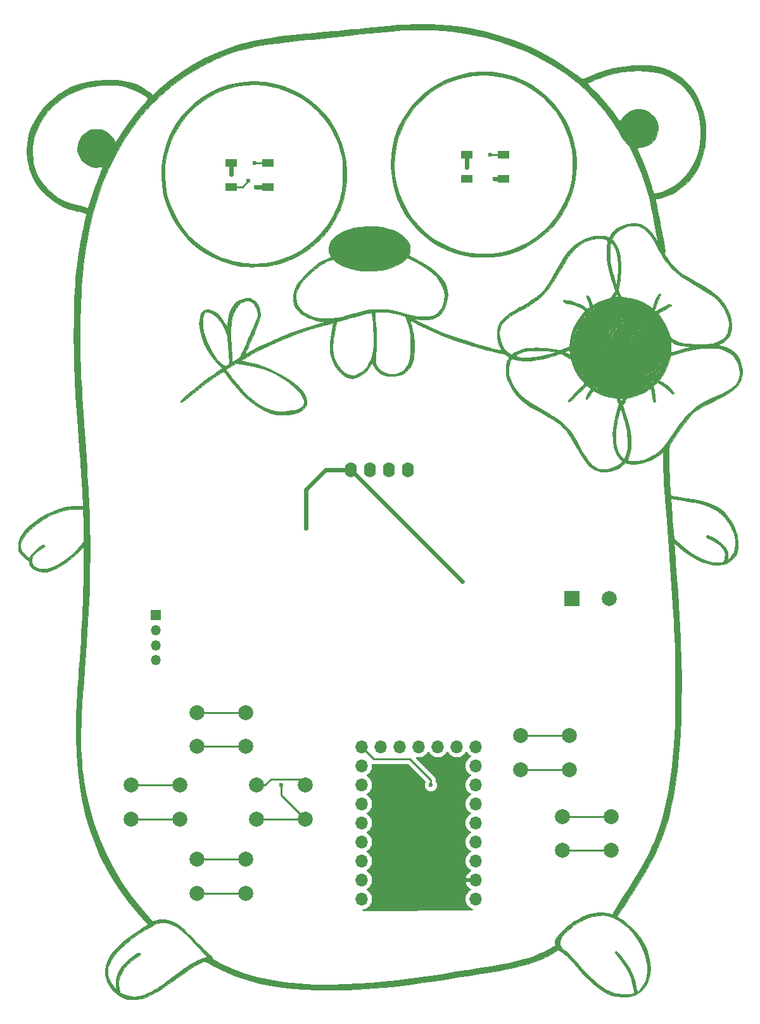
<source format=gbr>
G04 #@! TF.GenerationSoftware,KiCad,Pcbnew,8.0.5-8.0.5-0~ubuntu24.04.1*
G04 #@! TF.CreationDate,2024-10-08T07:51:32+09:00*
G04 #@! TF.ProjectId,gopher_flower_rp2040_sw,676f7068-6572-45f6-966c-6f7765725f72,rev?*
G04 #@! TF.SameCoordinates,Original*
G04 #@! TF.FileFunction,Copper,L1,Top*
G04 #@! TF.FilePolarity,Positive*
%FSLAX46Y46*%
G04 Gerber Fmt 4.6, Leading zero omitted, Abs format (unit mm)*
G04 Created by KiCad (PCBNEW 8.0.5-8.0.5-0~ubuntu24.04.1) date 2024-10-08 07:51:32*
%MOMM*%
%LPD*%
G01*
G04 APERTURE LIST*
G04 #@! TA.AperFunction,EtchedComponent*
%ADD10C,0.010000*%
G04 #@! TD*
G04 #@! TA.AperFunction,EtchedComponent*
%ADD11C,0.100000*%
G04 #@! TD*
G04 #@! TA.AperFunction,SMDPad,CuDef*
%ADD12R,1.500000X1.000000*%
G04 #@! TD*
G04 #@! TA.AperFunction,ComponentPad*
%ADD13O,1.700000X1.700000*%
G04 #@! TD*
G04 #@! TA.AperFunction,ComponentPad*
%ADD14O,1.600000X2.000000*%
G04 #@! TD*
G04 #@! TA.AperFunction,ComponentPad*
%ADD15C,2.000000*%
G04 #@! TD*
G04 #@! TA.AperFunction,ComponentPad*
%ADD16R,1.350000X1.350000*%
G04 #@! TD*
G04 #@! TA.AperFunction,ComponentPad*
%ADD17O,1.350000X1.350000*%
G04 #@! TD*
G04 #@! TA.AperFunction,ComponentPad*
%ADD18R,2.000000X2.000000*%
G04 #@! TD*
G04 #@! TA.AperFunction,ViaPad*
%ADD19C,0.600000*%
G04 #@! TD*
G04 #@! TA.AperFunction,Conductor*
%ADD20C,0.250000*%
G04 #@! TD*
G04 #@! TA.AperFunction,Conductor*
%ADD21C,0.600000*%
G04 #@! TD*
G04 APERTURE END LIST*
D10*
X141267679Y-74804944D02*
X141361274Y-74894684D01*
X141477351Y-75078167D01*
X141596851Y-75314281D01*
X141700713Y-75561912D01*
X141769875Y-75779947D01*
X141831174Y-75955942D01*
X141838826Y-76164058D01*
X141705683Y-76274493D01*
X141564318Y-76360000D01*
X141449079Y-75966900D01*
X141445556Y-75926370D01*
X141415619Y-75816520D01*
X141336935Y-75622590D01*
X141226191Y-75385523D01*
X141220138Y-75373324D01*
X141099683Y-75111253D01*
X141050136Y-74944815D01*
X141065318Y-74851450D01*
X141074284Y-74840827D01*
X141201630Y-74793814D01*
X141267679Y-74804944D01*
G04 #@! TA.AperFunction,EtchedComponent*
G36*
X141267679Y-74804944D02*
G01*
X141361274Y-74894684D01*
X141477351Y-75078167D01*
X141596851Y-75314281D01*
X141700713Y-75561912D01*
X141769875Y-75779947D01*
X141831174Y-75955942D01*
X141838826Y-76164058D01*
X141705683Y-76274493D01*
X141564318Y-76360000D01*
X141449079Y-75966900D01*
X141445556Y-75926370D01*
X141415619Y-75816520D01*
X141336935Y-75622590D01*
X141226191Y-75385523D01*
X141220138Y-75373324D01*
X141099683Y-75111253D01*
X141050136Y-74944815D01*
X141065318Y-74851450D01*
X141074284Y-74840827D01*
X141201630Y-74793814D01*
X141267679Y-74804944D01*
G37*
G04 #@! TD.AperFunction*
D11*
X148615000Y-77990000D02*
X148875000Y-78030000D01*
X149075000Y-78080000D01*
X149335000Y-78190000D01*
X149755000Y-78380000D01*
X150355000Y-78780000D01*
X150865000Y-79280000D01*
X151005000Y-79470000D01*
X151305000Y-79910000D01*
X151515000Y-80180000D01*
X151245000Y-79880000D01*
X150745000Y-79510000D01*
X150215000Y-79270000D01*
X149635000Y-79150000D01*
X149045000Y-79160000D01*
X148435000Y-79330000D01*
X148105000Y-79490000D01*
X147695000Y-79820000D01*
X147335000Y-80190000D01*
X147075000Y-80580000D01*
X147005000Y-80730000D01*
X146945000Y-80890000D01*
X146875000Y-81200000D01*
X146865000Y-81480000D01*
X146865000Y-81800000D01*
X146885000Y-82240000D01*
X146945000Y-82620000D01*
X147095000Y-82990000D01*
X147295000Y-83290000D01*
X147575000Y-83600000D01*
X147865000Y-83870000D01*
X148185000Y-84090000D01*
X148515000Y-84230000D01*
X148925000Y-84300000D01*
X149385000Y-84320000D01*
X149625000Y-84320000D01*
X149945000Y-84310000D01*
X150165000Y-84280000D01*
X150385000Y-84210000D01*
X150595000Y-84110000D01*
X150735000Y-84030000D01*
X150925000Y-83900000D01*
X151145000Y-83730000D01*
X151305000Y-83590000D01*
X151455000Y-83400000D01*
X151195000Y-83750000D01*
X150965000Y-84090000D01*
X150715000Y-84350000D01*
X150555000Y-84510000D01*
X150025000Y-84910000D01*
X149485000Y-85210000D01*
X148915000Y-85420000D01*
X148755000Y-85450000D01*
X148325000Y-85500000D01*
X147905000Y-85520000D01*
X147465000Y-85490000D01*
X147055000Y-85430000D01*
X146525000Y-85240000D01*
X145925000Y-84920000D01*
X145405000Y-84520000D01*
X144955000Y-84030000D01*
X144605000Y-83490000D01*
X144485000Y-83220000D01*
X144285000Y-82590000D01*
X144185000Y-81900000D01*
X144215000Y-81240000D01*
X144365000Y-80570000D01*
X144625000Y-79960000D01*
X144875000Y-79580000D01*
X145005000Y-79380000D01*
X145465000Y-78890000D01*
X146055000Y-78470000D01*
X146725000Y-78140000D01*
X146965000Y-78060000D01*
X147295000Y-78000000D01*
X147935000Y-77980000D01*
X148615000Y-77990000D01*
G04 #@! TA.AperFunction,EtchedComponent*
G36*
X148615000Y-77990000D02*
G01*
X148875000Y-78030000D01*
X149075000Y-78080000D01*
X149335000Y-78190000D01*
X149755000Y-78380000D01*
X150355000Y-78780000D01*
X150865000Y-79280000D01*
X151005000Y-79470000D01*
X151305000Y-79910000D01*
X151515000Y-80180000D01*
X151245000Y-79880000D01*
X150745000Y-79510000D01*
X150215000Y-79270000D01*
X149635000Y-79150000D01*
X149045000Y-79160000D01*
X148435000Y-79330000D01*
X148105000Y-79490000D01*
X147695000Y-79820000D01*
X147335000Y-80190000D01*
X147075000Y-80580000D01*
X147005000Y-80730000D01*
X146945000Y-80890000D01*
X146875000Y-81200000D01*
X146865000Y-81480000D01*
X146865000Y-81800000D01*
X146885000Y-82240000D01*
X146945000Y-82620000D01*
X147095000Y-82990000D01*
X147295000Y-83290000D01*
X147575000Y-83600000D01*
X147865000Y-83870000D01*
X148185000Y-84090000D01*
X148515000Y-84230000D01*
X148925000Y-84300000D01*
X149385000Y-84320000D01*
X149625000Y-84320000D01*
X149945000Y-84310000D01*
X150165000Y-84280000D01*
X150385000Y-84210000D01*
X150595000Y-84110000D01*
X150735000Y-84030000D01*
X150925000Y-83900000D01*
X151145000Y-83730000D01*
X151305000Y-83590000D01*
X151455000Y-83400000D01*
X151195000Y-83750000D01*
X150965000Y-84090000D01*
X150715000Y-84350000D01*
X150555000Y-84510000D01*
X150025000Y-84910000D01*
X149485000Y-85210000D01*
X148915000Y-85420000D01*
X148755000Y-85450000D01*
X148325000Y-85500000D01*
X147905000Y-85520000D01*
X147465000Y-85490000D01*
X147055000Y-85430000D01*
X146525000Y-85240000D01*
X145925000Y-84920000D01*
X145405000Y-84520000D01*
X144955000Y-84030000D01*
X144605000Y-83490000D01*
X144485000Y-83220000D01*
X144285000Y-82590000D01*
X144185000Y-81900000D01*
X144215000Y-81240000D01*
X144365000Y-80570000D01*
X144625000Y-79960000D01*
X144875000Y-79580000D01*
X145005000Y-79380000D01*
X145465000Y-78890000D01*
X146055000Y-78470000D01*
X146725000Y-78140000D01*
X146965000Y-78060000D01*
X147295000Y-78000000D01*
X147935000Y-77980000D01*
X148615000Y-77990000D01*
G37*
G04 #@! TD.AperFunction*
X146565000Y-75590000D02*
X147495000Y-75800000D01*
X148345000Y-76120000D01*
X149115000Y-76570000D01*
X149845000Y-77150000D01*
X150445000Y-77800000D01*
X150805000Y-78310000D01*
X151165000Y-78770000D01*
X150655000Y-78320000D01*
X150015000Y-77910000D01*
X149905000Y-77840000D01*
X149275000Y-77590000D01*
X148575000Y-77450000D01*
X147805000Y-77430000D01*
X147315000Y-77470000D01*
X146555000Y-77650000D01*
X145825000Y-77950000D01*
X145235000Y-78360000D01*
X144695000Y-78870000D01*
X144235000Y-79530000D01*
X143885000Y-80270000D01*
X143775000Y-80670000D01*
X143695000Y-81210000D01*
X143655000Y-81800000D01*
X143675000Y-82290000D01*
X143765000Y-82790000D01*
X143915000Y-83220000D01*
X144215000Y-83900000D01*
X144625000Y-84490000D01*
X145165000Y-85040000D01*
X145735000Y-85450000D01*
X146435000Y-85790000D01*
X147165000Y-85990000D01*
X147945000Y-86060000D01*
X148715000Y-86030000D01*
X149155000Y-85930000D01*
X149605000Y-85760000D01*
X150045000Y-85540000D01*
X150455000Y-85300000D01*
X150745000Y-85080000D01*
X150975000Y-84900000D01*
X151085000Y-84800000D01*
X151110384Y-84783076D01*
X150995000Y-84960000D01*
X150785000Y-85280000D01*
X150535000Y-85620000D01*
X150245000Y-85950000D01*
X149965000Y-86250000D01*
X149275000Y-86830000D01*
X148535000Y-87270000D01*
X147715000Y-87640000D01*
X146825000Y-87900000D01*
X146145000Y-87970000D01*
X145615000Y-87980000D01*
X145015000Y-87970000D01*
X144635000Y-87940000D01*
X144225000Y-87870000D01*
X143285000Y-87580000D01*
X142505000Y-87200000D01*
X141705000Y-86650000D01*
X141035000Y-86030000D01*
X140465000Y-85310000D01*
X139995000Y-84520000D01*
X139645000Y-83760000D01*
X139465000Y-83070000D01*
X139325000Y-81950000D01*
X139385000Y-81030000D01*
X139555000Y-80140000D01*
X139845000Y-79280000D01*
X140265000Y-78480000D01*
X140835000Y-77700000D01*
X141415000Y-77100000D01*
X142165000Y-76530000D01*
X143025000Y-76050000D01*
X143825000Y-75750000D01*
X144715000Y-75570000D01*
X145615000Y-75520000D01*
X146565000Y-75590000D01*
G04 #@! TA.AperFunction,EtchedComponent*
G36*
X146565000Y-75590000D02*
G01*
X147495000Y-75800000D01*
X148345000Y-76120000D01*
X149115000Y-76570000D01*
X149845000Y-77150000D01*
X150445000Y-77800000D01*
X150805000Y-78310000D01*
X151165000Y-78770000D01*
X150655000Y-78320000D01*
X150015000Y-77910000D01*
X149905000Y-77840000D01*
X149275000Y-77590000D01*
X148575000Y-77450000D01*
X147805000Y-77430000D01*
X147315000Y-77470000D01*
X146555000Y-77650000D01*
X145825000Y-77950000D01*
X145235000Y-78360000D01*
X144695000Y-78870000D01*
X144235000Y-79530000D01*
X143885000Y-80270000D01*
X143775000Y-80670000D01*
X143695000Y-81210000D01*
X143655000Y-81800000D01*
X143675000Y-82290000D01*
X143765000Y-82790000D01*
X143915000Y-83220000D01*
X144215000Y-83900000D01*
X144625000Y-84490000D01*
X145165000Y-85040000D01*
X145735000Y-85450000D01*
X146435000Y-85790000D01*
X147165000Y-85990000D01*
X147945000Y-86060000D01*
X148715000Y-86030000D01*
X149155000Y-85930000D01*
X149605000Y-85760000D01*
X150045000Y-85540000D01*
X150455000Y-85300000D01*
X150745000Y-85080000D01*
X150975000Y-84900000D01*
X151085000Y-84800000D01*
X151110384Y-84783076D01*
X150995000Y-84960000D01*
X150785000Y-85280000D01*
X150535000Y-85620000D01*
X150245000Y-85950000D01*
X149965000Y-86250000D01*
X149275000Y-86830000D01*
X148535000Y-87270000D01*
X147715000Y-87640000D01*
X146825000Y-87900000D01*
X146145000Y-87970000D01*
X145615000Y-87980000D01*
X145015000Y-87970000D01*
X144635000Y-87940000D01*
X144225000Y-87870000D01*
X143285000Y-87580000D01*
X142505000Y-87200000D01*
X141705000Y-86650000D01*
X141035000Y-86030000D01*
X140465000Y-85310000D01*
X139995000Y-84520000D01*
X139645000Y-83760000D01*
X139465000Y-83070000D01*
X139325000Y-81950000D01*
X139385000Y-81030000D01*
X139555000Y-80140000D01*
X139845000Y-79280000D01*
X140265000Y-78480000D01*
X140835000Y-77700000D01*
X141415000Y-77100000D01*
X142165000Y-76530000D01*
X143025000Y-76050000D01*
X143825000Y-75750000D01*
X144715000Y-75570000D01*
X145615000Y-75520000D01*
X146565000Y-75590000D01*
G37*
G04 #@! TD.AperFunction*
X151115000Y-84780000D02*
X151110384Y-84783076D01*
X151145000Y-84730000D01*
X151115000Y-84780000D01*
G04 #@! TA.AperFunction,EtchedComponent*
G36*
X151115000Y-84780000D02*
G01*
X151110384Y-84783076D01*
X151145000Y-84730000D01*
X151115000Y-84780000D01*
G37*
G04 #@! TD.AperFunction*
D10*
X97683355Y-46241344D02*
X98037964Y-46274128D01*
X99357221Y-46497387D01*
X100617889Y-46849015D01*
X101819752Y-47328909D01*
X102962595Y-47936967D01*
X104046204Y-48673087D01*
X105070362Y-49537167D01*
X105238884Y-49697110D01*
X105969289Y-50450682D01*
X106592062Y-51205627D01*
X107135538Y-52001081D01*
X107628050Y-52876180D01*
X107818700Y-53260555D01*
X108321385Y-54467685D01*
X108690830Y-55707776D01*
X108927479Y-56970226D01*
X109031776Y-58244428D01*
X109004165Y-59519780D01*
X108845091Y-60785677D01*
X108554999Y-62031514D01*
X108134332Y-63246687D01*
X107583534Y-64420591D01*
X107332363Y-64866944D01*
X106598774Y-65973500D01*
X105764062Y-66984027D01*
X104834464Y-67894072D01*
X103816217Y-68699181D01*
X102715557Y-69394901D01*
X101538723Y-69976781D01*
X100291951Y-70440367D01*
X99076944Y-70761050D01*
X98668569Y-70828360D01*
X98154584Y-70881942D01*
X97569902Y-70920936D01*
X96949437Y-70944482D01*
X96328103Y-70951723D01*
X95740811Y-70941797D01*
X95222477Y-70913846D01*
X94808013Y-70867010D01*
X94803286Y-70866244D01*
X93484900Y-70583366D01*
X92225187Y-70176229D01*
X91030815Y-69649797D01*
X89908453Y-69009035D01*
X88864768Y-68258911D01*
X87906428Y-67404387D01*
X87040101Y-66450431D01*
X86272454Y-65402006D01*
X85610157Y-64264079D01*
X85420292Y-63879166D01*
X84923236Y-62665439D01*
X84560231Y-61418144D01*
X84331237Y-60147671D01*
X84236215Y-58864408D01*
X84237710Y-58814995D01*
X84683069Y-58814995D01*
X84771408Y-60073249D01*
X84994661Y-61325024D01*
X85298055Y-62394287D01*
X85767626Y-63578243D01*
X86359106Y-64699067D01*
X87064267Y-65748187D01*
X87874880Y-66717030D01*
X88782717Y-67597024D01*
X89779551Y-68379595D01*
X90857152Y-69056172D01*
X92007292Y-69618181D01*
X92374167Y-69766602D01*
X92809934Y-69917947D01*
X93327672Y-70071842D01*
X93881129Y-70216649D01*
X94424051Y-70340732D01*
X94910184Y-70432454D01*
X95161111Y-70467775D01*
X95718868Y-70512421D01*
X96355481Y-70532098D01*
X97016513Y-70527215D01*
X97647527Y-70498177D01*
X98194087Y-70445392D01*
X98196555Y-70445064D01*
X99452476Y-70208892D01*
X100662893Y-69844785D01*
X101819296Y-69359733D01*
X102913171Y-68760726D01*
X103936008Y-68054754D01*
X104879296Y-67248808D01*
X105734521Y-66349876D01*
X106493174Y-65364950D01*
X107146742Y-64301019D01*
X107686713Y-63165074D01*
X107961320Y-62425870D01*
X108138873Y-61871899D01*
X108276076Y-61384359D01*
X108377803Y-60930222D01*
X108448924Y-60476462D01*
X108494313Y-59990050D01*
X108518841Y-59437960D01*
X108527382Y-58787164D01*
X108527577Y-58587500D01*
X108525514Y-58037499D01*
X108519237Y-57601783D01*
X108506911Y-57253544D01*
X108486699Y-56965977D01*
X108456766Y-56712273D01*
X108415277Y-56465628D01*
X108365754Y-56223889D01*
X108181204Y-55467148D01*
X107962409Y-54766596D01*
X107690818Y-54070107D01*
X107347878Y-53325557D01*
X107298457Y-53225278D01*
X106672501Y-52119576D01*
X105935094Y-51094184D01*
X105095496Y-50156329D01*
X104162967Y-49313238D01*
X103146768Y-48572140D01*
X102056160Y-47940263D01*
X100900403Y-47424832D01*
X99688757Y-47033077D01*
X99218056Y-46918684D01*
X97965319Y-46711759D01*
X96707960Y-46640609D01*
X95457037Y-46701626D01*
X94223609Y-46891206D01*
X93018735Y-47205741D01*
X91853473Y-47641625D01*
X90738881Y-48195251D01*
X89686019Y-48863013D01*
X88705945Y-49641305D01*
X87809718Y-50526520D01*
X87668331Y-50685278D01*
X86870261Y-51702391D01*
X86192607Y-52784650D01*
X85637440Y-53921822D01*
X85206831Y-55103674D01*
X84902853Y-56319975D01*
X84727575Y-57560492D01*
X84683069Y-58814995D01*
X84237710Y-58814995D01*
X84275125Y-57578745D01*
X84447929Y-56301071D01*
X84754587Y-55041774D01*
X85195059Y-53811245D01*
X85460679Y-53219956D01*
X86087014Y-52077208D01*
X86824917Y-51015029D01*
X87665752Y-50040079D01*
X88600879Y-49159017D01*
X89621660Y-48378503D01*
X90719458Y-47705198D01*
X91885633Y-47145759D01*
X93111548Y-46706848D01*
X94287734Y-46414630D01*
X94883194Y-46322010D01*
X95568978Y-46256554D01*
X96296594Y-46220081D01*
X97017551Y-46214405D01*
X97683355Y-46241344D01*
G04 #@! TA.AperFunction,EtchedComponent*
G36*
X97683355Y-46241344D02*
G01*
X98037964Y-46274128D01*
X99357221Y-46497387D01*
X100617889Y-46849015D01*
X101819752Y-47328909D01*
X102962595Y-47936967D01*
X104046204Y-48673087D01*
X105070362Y-49537167D01*
X105238884Y-49697110D01*
X105969289Y-50450682D01*
X106592062Y-51205627D01*
X107135538Y-52001081D01*
X107628050Y-52876180D01*
X107818700Y-53260555D01*
X108321385Y-54467685D01*
X108690830Y-55707776D01*
X108927479Y-56970226D01*
X109031776Y-58244428D01*
X109004165Y-59519780D01*
X108845091Y-60785677D01*
X108554999Y-62031514D01*
X108134332Y-63246687D01*
X107583534Y-64420591D01*
X107332363Y-64866944D01*
X106598774Y-65973500D01*
X105764062Y-66984027D01*
X104834464Y-67894072D01*
X103816217Y-68699181D01*
X102715557Y-69394901D01*
X101538723Y-69976781D01*
X100291951Y-70440367D01*
X99076944Y-70761050D01*
X98668569Y-70828360D01*
X98154584Y-70881942D01*
X97569902Y-70920936D01*
X96949437Y-70944482D01*
X96328103Y-70951723D01*
X95740811Y-70941797D01*
X95222477Y-70913846D01*
X94808013Y-70867010D01*
X94803286Y-70866244D01*
X93484900Y-70583366D01*
X92225187Y-70176229D01*
X91030815Y-69649797D01*
X89908453Y-69009035D01*
X88864768Y-68258911D01*
X87906428Y-67404387D01*
X87040101Y-66450431D01*
X86272454Y-65402006D01*
X85610157Y-64264079D01*
X85420292Y-63879166D01*
X84923236Y-62665439D01*
X84560231Y-61418144D01*
X84331237Y-60147671D01*
X84236215Y-58864408D01*
X84237710Y-58814995D01*
X84683069Y-58814995D01*
X84771408Y-60073249D01*
X84994661Y-61325024D01*
X85298055Y-62394287D01*
X85767626Y-63578243D01*
X86359106Y-64699067D01*
X87064267Y-65748187D01*
X87874880Y-66717030D01*
X88782717Y-67597024D01*
X89779551Y-68379595D01*
X90857152Y-69056172D01*
X92007292Y-69618181D01*
X92374167Y-69766602D01*
X92809934Y-69917947D01*
X93327672Y-70071842D01*
X93881129Y-70216649D01*
X94424051Y-70340732D01*
X94910184Y-70432454D01*
X95161111Y-70467775D01*
X95718868Y-70512421D01*
X96355481Y-70532098D01*
X97016513Y-70527215D01*
X97647527Y-70498177D01*
X98194087Y-70445392D01*
X98196555Y-70445064D01*
X99452476Y-70208892D01*
X100662893Y-69844785D01*
X101819296Y-69359733D01*
X102913171Y-68760726D01*
X103936008Y-68054754D01*
X104879296Y-67248808D01*
X105734521Y-66349876D01*
X106493174Y-65364950D01*
X107146742Y-64301019D01*
X107686713Y-63165074D01*
X107961320Y-62425870D01*
X108138873Y-61871899D01*
X108276076Y-61384359D01*
X108377803Y-60930222D01*
X108448924Y-60476462D01*
X108494313Y-59990050D01*
X108518841Y-59437960D01*
X108527382Y-58787164D01*
X108527577Y-58587500D01*
X108525514Y-58037499D01*
X108519237Y-57601783D01*
X108506911Y-57253544D01*
X108486699Y-56965977D01*
X108456766Y-56712273D01*
X108415277Y-56465628D01*
X108365754Y-56223889D01*
X108181204Y-55467148D01*
X107962409Y-54766596D01*
X107690818Y-54070107D01*
X107347878Y-53325557D01*
X107298457Y-53225278D01*
X106672501Y-52119576D01*
X105935094Y-51094184D01*
X105095496Y-50156329D01*
X104162967Y-49313238D01*
X103146768Y-48572140D01*
X102056160Y-47940263D01*
X100900403Y-47424832D01*
X99688757Y-47033077D01*
X99218056Y-46918684D01*
X97965319Y-46711759D01*
X96707960Y-46640609D01*
X95457037Y-46701626D01*
X94223609Y-46891206D01*
X93018735Y-47205741D01*
X91853473Y-47641625D01*
X90738881Y-48195251D01*
X89686019Y-48863013D01*
X88705945Y-49641305D01*
X87809718Y-50526520D01*
X87668331Y-50685278D01*
X86870261Y-51702391D01*
X86192607Y-52784650D01*
X85637440Y-53921822D01*
X85206831Y-55103674D01*
X84902853Y-56319975D01*
X84727575Y-57560492D01*
X84683069Y-58814995D01*
X84237710Y-58814995D01*
X84275125Y-57578745D01*
X84447929Y-56301071D01*
X84754587Y-55041774D01*
X85195059Y-53811245D01*
X85460679Y-53219956D01*
X86087014Y-52077208D01*
X86824917Y-51015029D01*
X87665752Y-50040079D01*
X88600879Y-49159017D01*
X89621660Y-48378503D01*
X90719458Y-47705198D01*
X91885633Y-47145759D01*
X93111548Y-46706848D01*
X94287734Y-46414630D01*
X94883194Y-46322010D01*
X95568978Y-46256554D01*
X96296594Y-46220081D01*
X97017551Y-46214405D01*
X97683355Y-46241344D01*
G37*
G04 #@! TD.AperFunction*
X127810629Y-44931474D02*
X128392802Y-44953227D01*
X128887466Y-44995066D01*
X128958211Y-45004014D01*
X130243816Y-45245637D01*
X131479964Y-45615115D01*
X132659166Y-46105578D01*
X133773932Y-46710154D01*
X134816772Y-47421973D01*
X135780196Y-48234163D01*
X136656715Y-49139854D01*
X137438838Y-50132176D01*
X138119077Y-51204256D01*
X138689940Y-52349224D01*
X139143940Y-53560210D01*
X139425774Y-54606659D01*
X139608403Y-55630308D01*
X139708403Y-56673390D01*
X139722199Y-57686749D01*
X139689709Y-58236863D01*
X139569490Y-59252769D01*
X139392419Y-60177929D01*
X139146466Y-61055398D01*
X138819604Y-61928230D01*
X138409074Y-62820833D01*
X137759033Y-63975772D01*
X137002937Y-65040622D01*
X136147318Y-66010362D01*
X135198707Y-66879971D01*
X134163637Y-67644430D01*
X133048637Y-68298718D01*
X131860239Y-68837814D01*
X130604976Y-69256699D01*
X129773514Y-69458549D01*
X129396677Y-69530921D01*
X129039037Y-69583750D01*
X128661761Y-69620727D01*
X128226018Y-69645544D01*
X127692973Y-69661890D01*
X127616667Y-69663540D01*
X127189848Y-69670617D01*
X126801776Y-69673644D01*
X126478532Y-69672685D01*
X126246198Y-69667806D01*
X126135000Y-69659880D01*
X125978991Y-69634899D01*
X125734093Y-69598162D01*
X125451192Y-69557290D01*
X125429444Y-69554211D01*
X124519889Y-69379734D01*
X123567797Y-69113574D01*
X122621670Y-68771863D01*
X121730012Y-68370733D01*
X121478333Y-68240115D01*
X120360882Y-67564089D01*
X119343305Y-66795854D01*
X118427121Y-65944355D01*
X117613854Y-65018537D01*
X116905022Y-64027346D01*
X116302148Y-62979726D01*
X115806752Y-61884624D01*
X115420355Y-60750983D01*
X115144479Y-59587750D01*
X114980644Y-58403869D01*
X114944292Y-57539352D01*
X115366682Y-57539352D01*
X115459776Y-58798624D01*
X115689261Y-60050919D01*
X116022891Y-61191576D01*
X116511124Y-62389551D01*
X117116016Y-63515033D01*
X117830036Y-64561023D01*
X118645654Y-65520521D01*
X119555339Y-66386526D01*
X120551562Y-67152039D01*
X121626790Y-67810061D01*
X122773495Y-68353589D01*
X123984145Y-68775626D01*
X124265278Y-68853308D01*
X125543906Y-69122095D01*
X126806189Y-69250816D01*
X128052603Y-69239513D01*
X128463333Y-69204770D01*
X129755016Y-69002640D01*
X130994829Y-68672887D01*
X132176018Y-68221594D01*
X133291827Y-67654841D01*
X134335500Y-66978713D01*
X135300282Y-66199291D01*
X136179418Y-65322656D01*
X136966152Y-64354893D01*
X137653728Y-63302082D01*
X138235392Y-62170306D01*
X138704388Y-60965647D01*
X139053961Y-59694188D01*
X139060718Y-59663404D01*
X139113497Y-59405564D01*
X139153221Y-59163329D01*
X139181676Y-58910157D01*
X139200647Y-58619501D01*
X139211920Y-58264820D01*
X139217280Y-57819568D01*
X139218525Y-57317500D01*
X139216998Y-56768510D01*
X139211207Y-56333839D01*
X139199335Y-55986720D01*
X139179562Y-55700380D01*
X139150073Y-55448051D01*
X139109049Y-55202963D01*
X139058048Y-54953889D01*
X138712954Y-53677857D01*
X138248103Y-52467800D01*
X137669849Y-51330032D01*
X136984543Y-50270868D01*
X136198537Y-49296621D01*
X135318182Y-48413606D01*
X134349832Y-47628136D01*
X133299837Y-46946526D01*
X132174549Y-46375090D01*
X130980321Y-45920141D01*
X129723505Y-45587993D01*
X129613351Y-45565498D01*
X129039964Y-45475644D01*
X128375010Y-45411533D01*
X127665984Y-45374960D01*
X126960383Y-45367724D01*
X126305705Y-45391621D01*
X125920563Y-45425786D01*
X124701734Y-45636569D01*
X123495216Y-45980379D01*
X122320878Y-46449335D01*
X121198589Y-47035554D01*
X120193776Y-47697529D01*
X119767010Y-48039506D01*
X119294467Y-48466093D01*
X118808402Y-48944327D01*
X118341071Y-49441245D01*
X117924727Y-49923883D01*
X117597778Y-50350518D01*
X116900484Y-51459160D01*
X116331593Y-52615822D01*
X115892436Y-53811339D01*
X115584344Y-55036544D01*
X115408649Y-56282270D01*
X115366682Y-57539352D01*
X114944292Y-57539352D01*
X114930371Y-57208286D01*
X114995181Y-56009946D01*
X115176596Y-54817795D01*
X115476135Y-53640777D01*
X115895321Y-52487837D01*
X116435674Y-51367921D01*
X117098716Y-50289974D01*
X117885966Y-49262942D01*
X118192526Y-48915638D01*
X119127122Y-47997694D01*
X120147853Y-47188548D01*
X121245199Y-46493252D01*
X122409645Y-45916857D01*
X123631672Y-45464415D01*
X124901763Y-45140978D01*
X125500000Y-45036837D01*
X125985634Y-44982488D01*
X126562388Y-44946528D01*
X127185606Y-44929382D01*
X127810629Y-44931474D01*
G04 #@! TA.AperFunction,EtchedComponent*
G36*
X127810629Y-44931474D02*
G01*
X128392802Y-44953227D01*
X128887466Y-44995066D01*
X128958211Y-45004014D01*
X130243816Y-45245637D01*
X131479964Y-45615115D01*
X132659166Y-46105578D01*
X133773932Y-46710154D01*
X134816772Y-47421973D01*
X135780196Y-48234163D01*
X136656715Y-49139854D01*
X137438838Y-50132176D01*
X138119077Y-51204256D01*
X138689940Y-52349224D01*
X139143940Y-53560210D01*
X139425774Y-54606659D01*
X139608403Y-55630308D01*
X139708403Y-56673390D01*
X139722199Y-57686749D01*
X139689709Y-58236863D01*
X139569490Y-59252769D01*
X139392419Y-60177929D01*
X139146466Y-61055398D01*
X138819604Y-61928230D01*
X138409074Y-62820833D01*
X137759033Y-63975772D01*
X137002937Y-65040622D01*
X136147318Y-66010362D01*
X135198707Y-66879971D01*
X134163637Y-67644430D01*
X133048637Y-68298718D01*
X131860239Y-68837814D01*
X130604976Y-69256699D01*
X129773514Y-69458549D01*
X129396677Y-69530921D01*
X129039037Y-69583750D01*
X128661761Y-69620727D01*
X128226018Y-69645544D01*
X127692973Y-69661890D01*
X127616667Y-69663540D01*
X127189848Y-69670617D01*
X126801776Y-69673644D01*
X126478532Y-69672685D01*
X126246198Y-69667806D01*
X126135000Y-69659880D01*
X125978991Y-69634899D01*
X125734093Y-69598162D01*
X125451192Y-69557290D01*
X125429444Y-69554211D01*
X124519889Y-69379734D01*
X123567797Y-69113574D01*
X122621670Y-68771863D01*
X121730012Y-68370733D01*
X121478333Y-68240115D01*
X120360882Y-67564089D01*
X119343305Y-66795854D01*
X118427121Y-65944355D01*
X117613854Y-65018537D01*
X116905022Y-64027346D01*
X116302148Y-62979726D01*
X115806752Y-61884624D01*
X115420355Y-60750983D01*
X115144479Y-59587750D01*
X114980644Y-58403869D01*
X114944292Y-57539352D01*
X115366682Y-57539352D01*
X115459776Y-58798624D01*
X115689261Y-60050919D01*
X116022891Y-61191576D01*
X116511124Y-62389551D01*
X117116016Y-63515033D01*
X117830036Y-64561023D01*
X118645654Y-65520521D01*
X119555339Y-66386526D01*
X120551562Y-67152039D01*
X121626790Y-67810061D01*
X122773495Y-68353589D01*
X123984145Y-68775626D01*
X124265278Y-68853308D01*
X125543906Y-69122095D01*
X126806189Y-69250816D01*
X128052603Y-69239513D01*
X128463333Y-69204770D01*
X129755016Y-69002640D01*
X130994829Y-68672887D01*
X132176018Y-68221594D01*
X133291827Y-67654841D01*
X134335500Y-66978713D01*
X135300282Y-66199291D01*
X136179418Y-65322656D01*
X136966152Y-64354893D01*
X137653728Y-63302082D01*
X138235392Y-62170306D01*
X138704388Y-60965647D01*
X139053961Y-59694188D01*
X139060718Y-59663404D01*
X139113497Y-59405564D01*
X139153221Y-59163329D01*
X139181676Y-58910157D01*
X139200647Y-58619501D01*
X139211920Y-58264820D01*
X139217280Y-57819568D01*
X139218525Y-57317500D01*
X139216998Y-56768510D01*
X139211207Y-56333839D01*
X139199335Y-55986720D01*
X139179562Y-55700380D01*
X139150073Y-55448051D01*
X139109049Y-55202963D01*
X139058048Y-54953889D01*
X138712954Y-53677857D01*
X138248103Y-52467800D01*
X137669849Y-51330032D01*
X136984543Y-50270868D01*
X136198537Y-49296621D01*
X135318182Y-48413606D01*
X134349832Y-47628136D01*
X133299837Y-46946526D01*
X132174549Y-46375090D01*
X130980321Y-45920141D01*
X129723505Y-45587993D01*
X129613351Y-45565498D01*
X129039964Y-45475644D01*
X128375010Y-45411533D01*
X127665984Y-45374960D01*
X126960383Y-45367724D01*
X126305705Y-45391621D01*
X125920563Y-45425786D01*
X124701734Y-45636569D01*
X123495216Y-45980379D01*
X122320878Y-46449335D01*
X121198589Y-47035554D01*
X120193776Y-47697529D01*
X119767010Y-48039506D01*
X119294467Y-48466093D01*
X118808402Y-48944327D01*
X118341071Y-49441245D01*
X117924727Y-49923883D01*
X117597778Y-50350518D01*
X116900484Y-51459160D01*
X116331593Y-52615822D01*
X115892436Y-53811339D01*
X115584344Y-55036544D01*
X115408649Y-56282270D01*
X115366682Y-57539352D01*
X114944292Y-57539352D01*
X114930371Y-57208286D01*
X114995181Y-56009946D01*
X115176596Y-54817795D01*
X115476135Y-53640777D01*
X115895321Y-52487837D01*
X116435674Y-51367921D01*
X117098716Y-50289974D01*
X117885966Y-49262942D01*
X118192526Y-48915638D01*
X119127122Y-47997694D01*
X120147853Y-47188548D01*
X121245199Y-46493252D01*
X122409645Y-45916857D01*
X123631672Y-45464415D01*
X124901763Y-45140978D01*
X125500000Y-45036837D01*
X125985634Y-44982488D01*
X126562388Y-44946528D01*
X127185606Y-44929382D01*
X127810629Y-44931474D01*
G37*
G04 #@! TD.AperFunction*
X120301004Y-38589073D02*
X121444304Y-38637419D01*
X122553338Y-38724045D01*
X123672099Y-38853002D01*
X124844582Y-39028339D01*
X125782222Y-39192085D01*
X127715037Y-39609301D01*
X129630523Y-40145045D01*
X131513057Y-40792603D01*
X133347020Y-41545261D01*
X135116788Y-42396306D01*
X136806740Y-43339024D01*
X138401256Y-44366701D01*
X139252366Y-44981088D01*
X139588459Y-45233940D01*
X139892748Y-45462792D01*
X140144286Y-45651895D01*
X140322125Y-45785501D01*
X140400335Y-45844146D01*
X140475671Y-45883571D01*
X140572021Y-45885916D01*
X140718117Y-45844010D01*
X140942690Y-45750684D01*
X141147136Y-45657768D01*
X142352087Y-45154991D01*
X143584354Y-44742182D01*
X144827890Y-44421327D01*
X146066647Y-44194414D01*
X147284579Y-44063430D01*
X148465637Y-44030361D01*
X149593774Y-44097194D01*
X150652944Y-44265916D01*
X151225023Y-44409991D01*
X152215585Y-44765446D01*
X153119707Y-45231519D01*
X153935735Y-45806027D01*
X154662014Y-46486789D01*
X155296889Y-47271621D01*
X155838705Y-48158341D01*
X156285807Y-49144767D01*
X156636540Y-50228716D01*
X156889250Y-51408006D01*
X156973194Y-51990555D01*
X157013537Y-52507924D01*
X157023144Y-53112083D01*
X157003874Y-53752525D01*
X156957589Y-54378745D01*
X156886147Y-54940239D01*
X156858851Y-55095000D01*
X156586615Y-56196538D01*
X156208134Y-57223548D01*
X155728529Y-58168933D01*
X155152923Y-59025597D01*
X154486439Y-59786444D01*
X153734198Y-60444378D01*
X152901322Y-60992303D01*
X152424941Y-61237557D01*
X152097223Y-61378666D01*
X151723702Y-61519767D01*
X151338523Y-61650044D01*
X150975827Y-61758684D01*
X150669759Y-61834872D01*
X150454462Y-61867793D01*
X150433496Y-61868333D01*
X150304703Y-61892071D01*
X150265000Y-61934822D01*
X150279222Y-62023247D01*
X150318522Y-62224731D01*
X150377854Y-62514471D01*
X150452172Y-62867668D01*
X150505498Y-63116627D01*
X150579905Y-63470888D01*
X150674534Y-63935751D01*
X150783823Y-64483082D01*
X150902213Y-65084746D01*
X151024142Y-65712611D01*
X151144050Y-66338541D01*
X151185073Y-66554927D01*
X151308199Y-67212641D01*
X151404857Y-67744902D01*
X151476913Y-68164493D01*
X151526229Y-68484198D01*
X151554668Y-68716801D01*
X151564095Y-68875086D01*
X151556372Y-68971838D01*
X151542685Y-69008357D01*
X151506139Y-69082333D01*
X151500764Y-69162750D01*
X151536532Y-69271808D01*
X151623414Y-69431708D01*
X151771380Y-69664649D01*
X151973655Y-69967944D01*
X152327512Y-70445100D01*
X152739125Y-70920569D01*
X153171960Y-71355623D01*
X153589482Y-71711535D01*
X153685164Y-71782168D01*
X153870991Y-71904797D01*
X154156410Y-72080846D01*
X154517232Y-72295983D01*
X154929268Y-72535876D01*
X155368329Y-72786192D01*
X155582188Y-72906179D01*
X156146436Y-73222051D01*
X156605490Y-73482229D01*
X156978087Y-73698501D01*
X157282965Y-73882653D01*
X157538860Y-74046470D01*
X157764511Y-74201740D01*
X157978653Y-74360248D01*
X158200025Y-74533780D01*
X158308333Y-74620997D01*
X158981509Y-75252659D01*
X159541843Y-75967289D01*
X159992651Y-76769560D01*
X160217862Y-77311007D01*
X160416378Y-78007147D01*
X160494340Y-78671284D01*
X160455092Y-79292692D01*
X160301982Y-79860645D01*
X160038357Y-80364417D01*
X159667563Y-80793283D01*
X159192947Y-81136517D01*
X158992033Y-81239506D01*
X158813772Y-81325879D01*
X158733177Y-81386399D01*
X158760000Y-81434294D01*
X158903998Y-81482787D01*
X159174924Y-81545106D01*
X159225556Y-81556125D01*
X159895645Y-81767865D01*
X160481673Y-82089983D01*
X160976317Y-82515481D01*
X161372254Y-83037359D01*
X161662160Y-83648619D01*
X161764262Y-83982441D01*
X161885843Y-84670775D01*
X161882761Y-85306591D01*
X161766545Y-85867429D01*
X161629220Y-86230691D01*
X161447093Y-86567179D01*
X161209008Y-86885970D01*
X160903804Y-87196142D01*
X160520325Y-87506774D01*
X160047413Y-87826944D01*
X159473908Y-88165729D01*
X158788652Y-88532208D01*
X158017842Y-88917277D01*
X157317189Y-89263110D01*
X156726996Y-89568701D01*
X156228378Y-89850213D01*
X155802448Y-90123810D01*
X155430321Y-90405658D01*
X155093109Y-90711920D01*
X154771928Y-91058760D01*
X154447890Y-91462343D01*
X154102111Y-91938833D01*
X153715703Y-92504395D01*
X153567384Y-92726349D01*
X153308170Y-93112717D01*
X153045923Y-93498462D01*
X152802502Y-93851785D01*
X152599768Y-94140888D01*
X152495366Y-94285844D01*
X152310385Y-94549754D01*
X152199578Y-94746891D01*
X152144847Y-94917245D01*
X152128166Y-95097233D01*
X152113003Y-96120938D01*
X152109757Y-97104611D01*
X152118119Y-98027471D01*
X152137783Y-98868740D01*
X152168440Y-99607639D01*
X152202727Y-100137328D01*
X152236958Y-100555183D01*
X152269329Y-100922192D01*
X152297689Y-101216146D01*
X152319893Y-101414837D01*
X152333791Y-101496057D01*
X152334201Y-101496608D01*
X152409192Y-101515988D01*
X152599627Y-101552726D01*
X152881510Y-101602534D01*
X153230843Y-101661122D01*
X153482243Y-101701807D01*
X154444762Y-101860414D01*
X155270846Y-102007293D01*
X155964613Y-102143261D01*
X156530180Y-102269137D01*
X156971665Y-102385741D01*
X157064246Y-102413888D01*
X157957778Y-102754339D01*
X158741810Y-103181518D01*
X159421061Y-103699293D01*
X160000252Y-104311530D01*
X160484103Y-105022097D01*
X160667486Y-105365833D01*
X160914936Y-105894758D01*
X161091727Y-106352125D01*
X161208448Y-106781746D01*
X161275690Y-107227437D01*
X161304040Y-107733012D01*
X161306944Y-108011666D01*
X161304860Y-108406133D01*
X161295775Y-108691232D01*
X161275446Y-108898678D01*
X161239627Y-109060188D01*
X161184073Y-109207477D01*
X161132239Y-109316944D01*
X160830863Y-109773679D01*
X160411169Y-110178599D01*
X159964362Y-110474250D01*
X159763106Y-110579122D01*
X159586737Y-110649225D01*
X159394623Y-110693703D01*
X159146132Y-110721702D01*
X158800636Y-110742365D01*
X158765532Y-110744075D01*
X158365743Y-110757032D01*
X158051976Y-110748506D01*
X157770178Y-110714091D01*
X157466298Y-110649378D01*
X157399183Y-110632682D01*
X156526479Y-110350297D01*
X155639634Y-109946171D01*
X154763029Y-109434314D01*
X153921047Y-108828736D01*
X153245972Y-108246245D01*
X152805000Y-107832172D01*
X152805197Y-108045392D01*
X152810322Y-108165478D01*
X152824774Y-108408015D01*
X152847320Y-108754740D01*
X152876726Y-109187387D01*
X152911758Y-109687693D01*
X152951182Y-110237393D01*
X152979291Y-110622222D01*
X153118114Y-112543495D01*
X153242095Y-114335144D01*
X153351652Y-116007829D01*
X153447201Y-117572211D01*
X153529159Y-119038949D01*
X153597943Y-120418704D01*
X153653968Y-121722136D01*
X153697652Y-122959904D01*
X153729410Y-124142669D01*
X153749661Y-125281092D01*
X153758820Y-126385831D01*
X153757303Y-127467547D01*
X153745528Y-128536901D01*
X153723911Y-129604552D01*
X153722822Y-129648389D01*
X153668749Y-131440360D01*
X153598600Y-133105532D01*
X153510903Y-134657457D01*
X153404187Y-136109689D01*
X153276980Y-137475782D01*
X153127810Y-138769290D01*
X152955206Y-140003765D01*
X152757697Y-141192762D01*
X152533809Y-142349833D01*
X152282073Y-143488533D01*
X152168876Y-143959722D01*
X151897525Y-144982622D01*
X151590555Y-145978624D01*
X151240653Y-146963748D01*
X150840504Y-147954014D01*
X150382794Y-148965442D01*
X149860208Y-150014054D01*
X149265432Y-151115869D01*
X148591150Y-152286908D01*
X147830049Y-153543191D01*
X147691156Y-153766944D01*
X147268362Y-154443947D01*
X146866233Y-155084134D01*
X146491272Y-155677389D01*
X146149982Y-156213593D01*
X145848865Y-156682631D01*
X145594423Y-157074384D01*
X145393158Y-157378736D01*
X145251575Y-157585569D01*
X145176174Y-157684766D01*
X145168944Y-157691250D01*
X145189437Y-157744690D01*
X145308887Y-157842810D01*
X145501464Y-157964407D01*
X145502292Y-157964881D01*
X146043168Y-158319029D01*
X146609939Y-158769291D01*
X147168529Y-159284043D01*
X147684864Y-159831665D01*
X148124868Y-160380536D01*
X148163479Y-160434444D01*
X148687548Y-161269334D01*
X149097376Y-162125859D01*
X149390148Y-162990993D01*
X149563049Y-163851708D01*
X149613262Y-164694977D01*
X149537973Y-165507774D01*
X149390414Y-166111903D01*
X149116111Y-166771135D01*
X148747329Y-167326987D01*
X148289013Y-167776214D01*
X147746106Y-168115576D01*
X147123553Y-168341828D01*
X146426298Y-168451729D01*
X145820000Y-168453811D01*
X145150338Y-168380469D01*
X144513638Y-168235637D01*
X143897689Y-168011700D01*
X143290280Y-167701041D01*
X142679201Y-167296046D01*
X142052240Y-166789098D01*
X141397188Y-166172583D01*
X140701833Y-165438884D01*
X140349232Y-165041782D01*
X139842881Y-164465414D01*
X139411566Y-163984843D01*
X139041598Y-163586139D01*
X138719286Y-163255372D01*
X138430942Y-162978612D01*
X138162876Y-162741928D01*
X137901399Y-162531392D01*
X137825631Y-162463826D01*
X137315000Y-162190000D01*
X137045000Y-162320000D01*
X136875528Y-162425543D01*
X136614077Y-162591465D01*
X136275742Y-162783683D01*
X135886613Y-162986822D01*
X135785594Y-163036950D01*
X135121896Y-163346973D01*
X134449312Y-163627132D01*
X133751257Y-163881964D01*
X133011142Y-164116002D01*
X132212378Y-164333781D01*
X131338380Y-164539838D01*
X130372559Y-164738706D01*
X129298328Y-164934920D01*
X128145833Y-165125610D01*
X127648609Y-165204917D01*
X127047350Y-165301444D01*
X126377259Y-165409499D01*
X125673542Y-165523395D01*
X124971400Y-165637441D01*
X124306040Y-165745948D01*
X124194722Y-165764154D01*
X122423276Y-166049303D01*
X120775262Y-166304312D01*
X119236593Y-166530683D01*
X117793182Y-166729912D01*
X116430941Y-166903501D01*
X115135785Y-167052947D01*
X113893625Y-167179751D01*
X112690376Y-167285412D01*
X111511950Y-167371428D01*
X110344260Y-167439299D01*
X109173220Y-167490524D01*
X107984743Y-167526603D01*
X107543611Y-167536297D01*
X105307014Y-167536998D01*
X103177549Y-167447815D01*
X101153229Y-167268335D01*
X99232064Y-166998145D01*
X97412067Y-166636832D01*
X95691249Y-166183983D01*
X94067622Y-165639184D01*
X92539197Y-165002024D01*
X91103987Y-164272087D01*
X90691044Y-164034800D01*
X90427102Y-163883538D01*
X90204260Y-163764392D01*
X90052916Y-163693166D01*
X90008596Y-163680000D01*
X89885134Y-163715173D01*
X89667384Y-163811637D01*
X89380664Y-163955805D01*
X89050294Y-164134091D01*
X88701593Y-164332909D01*
X88359880Y-164538675D01*
X88105556Y-164701138D01*
X87855687Y-164869620D01*
X87517167Y-165103086D01*
X87115548Y-165383630D01*
X86676380Y-165693350D01*
X86225214Y-166014341D01*
X85953611Y-166209049D01*
X85163102Y-166768620D01*
X84464594Y-167242651D01*
X83844213Y-167638895D01*
X83288088Y-167965101D01*
X82782345Y-168229020D01*
X82313110Y-168438403D01*
X81866511Y-168601001D01*
X81468826Y-168714655D01*
X80867770Y-168813031D01*
X80251075Y-168820482D01*
X79669309Y-168738223D01*
X79411115Y-168665127D01*
X78829091Y-168399688D01*
X78278891Y-168021746D01*
X77780388Y-167554305D01*
X77353455Y-167020369D01*
X77017966Y-166442943D01*
X76793794Y-165845031D01*
X76732763Y-165564836D01*
X76706409Y-165055833D01*
X77073940Y-165055833D01*
X77113952Y-165587781D01*
X77242233Y-166077258D01*
X77470733Y-166552732D01*
X77811405Y-167042672D01*
X78006985Y-167278333D01*
X78220956Y-167525278D01*
X78181684Y-166960833D01*
X78197095Y-166257490D01*
X78345079Y-165586215D01*
X78627751Y-164941874D01*
X79047226Y-164319333D01*
X79461055Y-163855364D01*
X79792230Y-163541155D01*
X80138492Y-163248666D01*
X80479568Y-162991585D01*
X80795184Y-162783597D01*
X81065067Y-162638390D01*
X81268944Y-162569650D01*
X81359635Y-162573608D01*
X81462964Y-162654389D01*
X81435345Y-162769088D01*
X81275293Y-162920000D01*
X81032361Y-163079446D01*
X80296965Y-163579229D01*
X79682166Y-164129201D01*
X79193017Y-164723835D01*
X78834573Y-165357603D01*
X78741905Y-165585000D01*
X78604879Y-166034504D01*
X78543437Y-166462402D01*
X78552213Y-166926160D01*
X78587690Y-167236561D01*
X78631808Y-167531060D01*
X78673834Y-167719984D01*
X78728849Y-167837816D01*
X78811935Y-167919043D01*
X78914721Y-167984373D01*
X79431563Y-168216757D01*
X80023283Y-168360219D01*
X80651677Y-168410243D01*
X81278539Y-168362315D01*
X81581982Y-168299564D01*
X81979221Y-168170594D01*
X82447059Y-167974952D01*
X82944316Y-167732095D01*
X83429814Y-167461481D01*
X83666611Y-167314535D01*
X83859915Y-167183411D01*
X84144181Y-166982421D01*
X84498027Y-166727091D01*
X84900072Y-166432946D01*
X85328935Y-166115510D01*
X85694084Y-165842357D01*
X86326312Y-165368572D01*
X86863875Y-164970900D01*
X87323781Y-164639187D01*
X87723037Y-164363280D01*
X88078649Y-164133025D01*
X88407624Y-163938268D01*
X88726968Y-163768857D01*
X89053689Y-163614636D01*
X89404793Y-163465452D01*
X89797287Y-163311152D01*
X90167243Y-163171711D01*
X90359209Y-163100144D01*
X89285299Y-161961322D01*
X88714673Y-161358994D01*
X88227578Y-160851535D01*
X87813372Y-160428724D01*
X87461415Y-160080341D01*
X87161065Y-159796165D01*
X86901679Y-159565976D01*
X86672616Y-159379554D01*
X86463235Y-159226677D01*
X86379792Y-159170789D01*
X85837197Y-158857426D01*
X85326439Y-158654721D01*
X84809990Y-158550443D01*
X84411730Y-158529444D01*
X84174465Y-158532024D01*
X83988527Y-158546975D01*
X83818767Y-158585114D01*
X83630037Y-158657259D01*
X83387187Y-158774228D01*
X83055068Y-158946838D01*
X83054469Y-158947153D01*
X82083763Y-159490196D01*
X81166614Y-160068899D01*
X80313797Y-160673700D01*
X79536086Y-161295039D01*
X78844255Y-161923354D01*
X78249076Y-162549083D01*
X77761325Y-163162667D01*
X77391774Y-163754544D01*
X77219002Y-164125747D01*
X77122546Y-164453249D01*
X77078715Y-164837704D01*
X77073940Y-165055833D01*
X76706409Y-165055833D01*
X76700180Y-164935541D01*
X76806246Y-164291703D01*
X77049463Y-163635249D01*
X77428334Y-162968106D01*
X77941362Y-162292199D01*
X78587048Y-161609455D01*
X79363896Y-160921800D01*
X80270407Y-160231162D01*
X81305084Y-159539466D01*
X81521747Y-159404568D01*
X82471824Y-158819622D01*
X82060160Y-158374672D01*
X80859457Y-157008526D01*
X79710724Y-155566109D01*
X78636018Y-154077664D01*
X77657399Y-152573436D01*
X76960616Y-151382811D01*
X76102860Y-149715525D01*
X75346925Y-147985709D01*
X74691857Y-146188611D01*
X74136705Y-144319478D01*
X73680515Y-142373558D01*
X73322335Y-140346097D01*
X73061212Y-138232344D01*
X72896193Y-136027546D01*
X72826325Y-133726950D01*
X72850656Y-131325804D01*
X72862871Y-130942222D01*
X72883821Y-130421071D01*
X72914174Y-129783686D01*
X72952508Y-129054528D01*
X72997402Y-128258060D01*
X73047434Y-127418741D01*
X73101182Y-126561035D01*
X73157223Y-125709402D01*
X73214136Y-124888303D01*
X73217646Y-124839166D01*
X73317627Y-123420986D01*
X73405688Y-122124493D01*
X73482882Y-120930863D01*
X73550264Y-119821269D01*
X73608888Y-118776887D01*
X73659808Y-117778891D01*
X73704078Y-116808454D01*
X73742753Y-115846753D01*
X73776886Y-114874960D01*
X73778671Y-114820278D01*
X73804594Y-113984751D01*
X73827727Y-113162835D01*
X73847898Y-112366382D01*
X73864940Y-111607247D01*
X73878680Y-110897285D01*
X73888951Y-110248349D01*
X73895581Y-109672294D01*
X73898402Y-109180975D01*
X73897243Y-108786245D01*
X73891934Y-108499959D01*
X73882305Y-108333971D01*
X73872157Y-108295556D01*
X73802894Y-108348786D01*
X73685417Y-108482964D01*
X73606389Y-108586026D01*
X73288264Y-108962417D01*
X72866448Y-109375199D01*
X72366699Y-109804594D01*
X71814776Y-110230826D01*
X71236439Y-110634115D01*
X70657446Y-110994684D01*
X70103555Y-111292754D01*
X70043333Y-111321798D01*
X69451516Y-111565206D01*
X68918946Y-111698742D01*
X68421380Y-111726292D01*
X67954403Y-111656702D01*
X67421871Y-111477294D01*
X67014545Y-111236290D01*
X66734303Y-110940671D01*
X66583023Y-110597417D01*
X66563724Y-110234941D01*
X66325000Y-110120000D01*
X66230251Y-110050142D01*
X66147529Y-109999600D01*
X65889749Y-109805488D01*
X65627482Y-109550882D01*
X65395361Y-109274996D01*
X65228022Y-109017042D01*
X65177582Y-108901434D01*
X65133430Y-108677892D01*
X65114018Y-108398976D01*
X65411050Y-108398976D01*
X65454342Y-108635972D01*
X65570659Y-108886422D01*
X65781796Y-109173465D01*
X66059732Y-109464255D01*
X66376442Y-109725948D01*
X66396682Y-109740444D01*
X66634609Y-109894300D01*
X66641844Y-109918727D01*
X66674862Y-109795930D01*
X66921738Y-109351658D01*
X67230699Y-108967108D01*
X67479849Y-108720337D01*
X67756514Y-108487500D01*
X68030906Y-108289732D01*
X68273238Y-108148168D01*
X68453724Y-108083940D01*
X68477880Y-108082222D01*
X68620331Y-108124427D01*
X68656850Y-108226287D01*
X68584190Y-108350666D01*
X68506482Y-108409347D01*
X68003725Y-108727031D01*
X67616163Y-109007584D01*
X67328020Y-109266407D01*
X67123521Y-109518900D01*
X66986893Y-109780462D01*
X66931198Y-109947188D01*
X66888122Y-110321793D01*
X66972855Y-110647973D01*
X67178110Y-110918048D01*
X67496595Y-111124338D01*
X67921022Y-111259163D01*
X68217213Y-111301991D01*
X68646222Y-111315656D01*
X69060860Y-111270244D01*
X69483300Y-111157910D01*
X69935716Y-110970807D01*
X70440279Y-110701088D01*
X71019162Y-110340906D01*
X71119211Y-110274989D01*
X71839028Y-109761288D01*
X72473851Y-109223937D01*
X73066016Y-108624076D01*
X73592862Y-108004400D01*
X73853333Y-107679633D01*
X73845676Y-105923011D01*
X73841690Y-105411970D01*
X73834627Y-104923646D01*
X73825106Y-104483554D01*
X73813745Y-104117209D01*
X73801166Y-103850127D01*
X73792759Y-103743055D01*
X73747500Y-103319722D01*
X73053083Y-103299450D01*
X72115220Y-103339873D01*
X71160273Y-103510396D01*
X70204403Y-103803977D01*
X69263767Y-104213576D01*
X68354527Y-104732151D01*
X67492841Y-105352663D01*
X66694868Y-106068071D01*
X66691944Y-106070995D01*
X66189936Y-106612425D01*
X65814640Y-107108066D01*
X65562259Y-107565791D01*
X65428995Y-107993471D01*
X65411050Y-108398976D01*
X65114018Y-108398976D01*
X65112431Y-108376169D01*
X65115410Y-108124094D01*
X65144409Y-107811195D01*
X65207321Y-107542425D01*
X65322023Y-107253227D01*
X65404208Y-107081141D01*
X65739071Y-106534896D01*
X66196107Y-105987184D01*
X66757000Y-105449755D01*
X67403433Y-104934362D01*
X68117089Y-104452757D01*
X68879651Y-104016691D01*
X69672801Y-103637915D01*
X70478224Y-103328182D01*
X71277601Y-103099244D01*
X71760104Y-103003362D01*
X72017418Y-102973650D01*
X72363385Y-102949991D01*
X72745578Y-102935400D01*
X72996739Y-102932199D01*
X73798200Y-102931666D01*
X73754796Y-102173194D01*
X73735547Y-101837696D01*
X73710661Y-101405242D01*
X73682671Y-100919750D01*
X73654106Y-100425137D01*
X73637887Y-100144722D01*
X73617802Y-99819044D01*
X73588403Y-99372292D01*
X73551070Y-98824097D01*
X73507185Y-98194091D01*
X73458129Y-97501906D01*
X73405283Y-96767172D01*
X73350028Y-96009520D01*
X73293745Y-95248583D01*
X73287926Y-95170555D01*
X73181592Y-93740667D01*
X73085873Y-92440040D01*
X73000218Y-91257265D01*
X72924076Y-90180933D01*
X72856895Y-89199637D01*
X72798125Y-88301969D01*
X72747215Y-87476520D01*
X72703613Y-86711882D01*
X72666769Y-85996647D01*
X72636131Y-85319406D01*
X72611148Y-84668752D01*
X72591269Y-84033276D01*
X72575943Y-83401569D01*
X72564619Y-82762225D01*
X72556746Y-82103833D01*
X72551773Y-81414987D01*
X72550467Y-81051371D01*
X73368181Y-81051371D01*
X73372511Y-81785500D01*
X73381834Y-82509072D01*
X73396644Y-83234307D01*
X73417436Y-83973428D01*
X73444705Y-84738656D01*
X73478946Y-85542214D01*
X73520655Y-86396322D01*
X73570325Y-87313202D01*
X73628453Y-88305077D01*
X73695532Y-89384167D01*
X73772059Y-90562695D01*
X73858528Y-91852883D01*
X73955434Y-93266951D01*
X73994450Y-93830000D01*
X74091293Y-95231886D01*
X74177995Y-96505583D01*
X74255197Y-97663599D01*
X74323539Y-98718444D01*
X74383663Y-99682628D01*
X74436209Y-100568658D01*
X74481818Y-101389045D01*
X74521130Y-102156297D01*
X74554787Y-102882923D01*
X74583430Y-103581434D01*
X74607698Y-104264337D01*
X74628233Y-104944142D01*
X74645675Y-105633359D01*
X74660666Y-106344495D01*
X74673847Y-107090061D01*
X74673918Y-107094444D01*
X74688985Y-109382285D01*
X74661557Y-111788179D01*
X74591521Y-114314986D01*
X74478759Y-116965563D01*
X74323157Y-119742769D01*
X74124599Y-122649462D01*
X73959507Y-124768611D01*
X73826936Y-126449752D01*
X73714921Y-128002125D01*
X73623562Y-129436583D01*
X73552958Y-130763979D01*
X73503209Y-131995165D01*
X73474413Y-133140994D01*
X73466670Y-134212319D01*
X73480079Y-135219992D01*
X73514739Y-136174867D01*
X73570750Y-137087795D01*
X73648211Y-137969630D01*
X73747221Y-138831224D01*
X73867880Y-139683429D01*
X74010287Y-140537099D01*
X74108597Y-141066944D01*
X74591418Y-143211200D01*
X75205832Y-145304584D01*
X75951712Y-147346849D01*
X76828932Y-149337748D01*
X77837368Y-151277034D01*
X78976893Y-153164460D01*
X80247382Y-154999779D01*
X81648709Y-156782744D01*
X82724448Y-158018319D01*
X83060833Y-158389137D01*
X83413611Y-158275172D01*
X84056735Y-158139784D01*
X84712446Y-158143731D01*
X85377080Y-158286173D01*
X86046974Y-158566274D01*
X86718463Y-158983194D01*
X86813001Y-159052892D01*
X86974862Y-159188736D01*
X87216773Y-159410615D01*
X87521792Y-159702068D01*
X87872975Y-160046636D01*
X88253381Y-160427860D01*
X88646068Y-160829280D01*
X88716395Y-160902044D01*
X89110226Y-161306687D01*
X89495199Y-161695547D01*
X89854245Y-162051883D01*
X90170294Y-162358951D01*
X90426277Y-162600009D01*
X90605125Y-162758312D01*
X90626780Y-162775909D01*
X90838943Y-162959851D01*
X90994348Y-163123856D01*
X91066699Y-163239481D01*
X91068889Y-163254102D01*
X91074809Y-163321963D01*
X91103903Y-163384026D01*
X91173171Y-163451455D01*
X91299615Y-163535415D01*
X91500233Y-163647069D01*
X91792028Y-163797582D01*
X92191999Y-163998116D01*
X92233056Y-164018587D01*
X93735998Y-164699494D01*
X95324168Y-165285656D01*
X97000418Y-165777546D01*
X98767597Y-166175636D01*
X100628557Y-166480397D01*
X102586146Y-166692302D01*
X104643217Y-166811823D01*
X106802619Y-166839432D01*
X108919444Y-166782399D01*
X110603350Y-166692359D01*
X112299327Y-166571832D01*
X114024746Y-166418838D01*
X115796980Y-166231393D01*
X117633400Y-166007516D01*
X119551377Y-165745223D01*
X121568284Y-165442534D01*
X123701492Y-165097465D01*
X123736111Y-165091681D01*
X124343182Y-164991371D01*
X125033744Y-164879181D01*
X125752198Y-164764024D01*
X126442947Y-164654809D01*
X127050390Y-164560450D01*
X127052222Y-164560169D01*
X128381880Y-164347626D01*
X129582585Y-164136741D01*
X130666409Y-163924166D01*
X131645422Y-163706552D01*
X132531693Y-163480550D01*
X133337295Y-163242812D01*
X134074296Y-162989989D01*
X134754767Y-162718732D01*
X135390778Y-162425693D01*
X135994401Y-162107523D01*
X136091706Y-162052387D01*
X136367167Y-161903055D01*
X136611005Y-161785799D01*
X136785000Y-161710000D01*
X136845000Y-161704444D01*
X136939136Y-161667382D01*
X136947144Y-161588772D01*
X136928254Y-161523462D01*
X136870557Y-161305485D01*
X136875048Y-161196590D01*
X137494444Y-161196590D01*
X137521681Y-161451043D01*
X137614900Y-161679420D01*
X137791367Y-161906905D01*
X138068347Y-162158684D01*
X138254135Y-162304759D01*
X138442400Y-162465969D01*
X138700227Y-162712261D01*
X139005662Y-163021307D01*
X139336753Y-163370779D01*
X139671545Y-163738348D01*
X139745006Y-163821111D01*
X140448414Y-164607097D01*
X141079205Y-165287418D01*
X141647857Y-165870456D01*
X142164848Y-166364598D01*
X142640659Y-166778226D01*
X143085767Y-167119726D01*
X143510651Y-167397480D01*
X143925790Y-167619873D01*
X144341662Y-167795291D01*
X144768746Y-167932115D01*
X144938138Y-167976220D01*
X145313929Y-168046873D01*
X145748785Y-168094740D01*
X146200764Y-168118426D01*
X146627923Y-168116535D01*
X146988318Y-168087673D01*
X147178194Y-168050734D01*
X147346703Y-167989614D01*
X147437624Y-167928751D01*
X147442778Y-167915122D01*
X147423677Y-167667365D01*
X147372289Y-167329050D01*
X147297481Y-166944595D01*
X147208123Y-166558420D01*
X147113084Y-166214942D01*
X147087088Y-166133745D01*
X146723769Y-165227341D01*
X146246307Y-164358264D01*
X145644074Y-163508494D01*
X145281029Y-163071647D01*
X145046521Y-162785634D01*
X144909322Y-162578093D01*
X144873824Y-162455773D01*
X144875797Y-162449099D01*
X144951806Y-162354474D01*
X145072436Y-162367104D01*
X145245562Y-162491406D01*
X145479061Y-162731796D01*
X145573056Y-162840115D01*
X146276825Y-163746271D01*
X146843514Y-164650067D01*
X147276807Y-165558994D01*
X147580390Y-166480541D01*
X147731452Y-167225890D01*
X147776263Y-167482462D01*
X147822449Y-167674372D01*
X147861555Y-167768072D01*
X147869118Y-167772222D01*
X147944378Y-167725843D01*
X148085946Y-167604614D01*
X148252224Y-167445525D01*
X148644018Y-166956162D01*
X148935669Y-166380626D01*
X149125591Y-165733731D01*
X149212196Y-165030294D01*
X149193897Y-164285131D01*
X149069109Y-163513059D01*
X148836242Y-162728893D01*
X148774727Y-162567270D01*
X148339435Y-161596218D01*
X147839844Y-160714667D01*
X147283235Y-159928694D01*
X146676888Y-159244375D01*
X146028082Y-158667788D01*
X145344099Y-158205008D01*
X144632219Y-157862112D01*
X143899721Y-157645177D01*
X143153887Y-157560280D01*
X142786111Y-157568699D01*
X141921063Y-157693507D01*
X141075674Y-157949558D01*
X140244701Y-158339314D01*
X139422900Y-158865236D01*
X138605030Y-159529787D01*
X138600150Y-159534174D01*
X138151621Y-159976478D01*
X137814627Y-160393761D01*
X137595008Y-160777239D01*
X137498608Y-161118128D01*
X137494444Y-161196590D01*
X136875048Y-161196590D01*
X136879464Y-161089523D01*
X136960859Y-160829973D01*
X137041447Y-160646111D01*
X137238215Y-160325480D01*
X137542096Y-159961078D01*
X137932774Y-159569753D01*
X138389933Y-159168352D01*
X138893257Y-158773721D01*
X139422432Y-158402708D01*
X139957142Y-158072159D01*
X140471852Y-157801391D01*
X141089911Y-157536475D01*
X141659276Y-157357464D01*
X142231338Y-157250788D01*
X142715556Y-157208908D01*
X143055793Y-157195948D01*
X143333511Y-157200283D01*
X143591911Y-157227681D01*
X143874193Y-157283911D01*
X144223560Y-157374740D01*
X144461806Y-157442064D01*
X144584392Y-157452649D01*
X144620418Y-157371804D01*
X144620556Y-157361883D01*
X144657354Y-157274722D01*
X144761958Y-157083453D01*
X144925680Y-156802551D01*
X145139830Y-156446488D01*
X145395722Y-156029736D01*
X145684666Y-155566769D01*
X145949085Y-155148793D01*
X146654048Y-154033485D01*
X147283324Y-153020588D01*
X147843539Y-152097898D01*
X148341321Y-151253210D01*
X148783300Y-150474321D01*
X149176101Y-149749027D01*
X149526354Y-149065124D01*
X149840686Y-148410408D01*
X150125724Y-147772676D01*
X150388097Y-147139724D01*
X150608010Y-146570278D01*
X150999250Y-145414513D01*
X151359488Y-144123596D01*
X151688282Y-142700135D01*
X151985194Y-141146740D01*
X152249784Y-139466019D01*
X152481612Y-137660582D01*
X152680240Y-135733037D01*
X152845228Y-133685994D01*
X152889728Y-133023611D01*
X152910854Y-132604322D01*
X152929144Y-132060866D01*
X152944598Y-131410157D01*
X152957216Y-130669109D01*
X152967000Y-129854638D01*
X152973948Y-128983658D01*
X152978063Y-128073084D01*
X152979343Y-127139832D01*
X152977790Y-126200814D01*
X152973404Y-125272948D01*
X152966186Y-124373146D01*
X152956135Y-123518324D01*
X152943252Y-122725398D01*
X152927537Y-122011280D01*
X152908992Y-121392887D01*
X152889444Y-120923333D01*
X152850125Y-120171050D01*
X152800914Y-119294140D01*
X152742900Y-118308658D01*
X152677171Y-117230659D01*
X152604816Y-116076199D01*
X152526922Y-114861334D01*
X152444578Y-113602119D01*
X152358873Y-112314610D01*
X152270893Y-111014862D01*
X152181729Y-109718932D01*
X152092467Y-108442874D01*
X152004197Y-107202744D01*
X151918007Y-106014599D01*
X151834984Y-104894493D01*
X151756217Y-103858482D01*
X151682795Y-102922621D01*
X151615806Y-102102967D01*
X151605375Y-101979166D01*
X151598847Y-101898377D01*
X152381667Y-101898377D01*
X152381864Y-102150438D01*
X152387031Y-102279752D01*
X152401610Y-102531302D01*
X152424363Y-102886617D01*
X152454054Y-103327227D01*
X152489445Y-103834658D01*
X152529299Y-104390439D01*
X152559366Y-104800739D01*
X152736670Y-107198979D01*
X153211807Y-107681901D01*
X153756818Y-108186889D01*
X154378563Y-108679530D01*
X155049105Y-109142781D01*
X155740508Y-109559599D01*
X156424838Y-109912943D01*
X157074157Y-110185770D01*
X157567500Y-110339110D01*
X157903380Y-110403362D01*
X158272279Y-110442386D01*
X158640084Y-110456123D01*
X158972680Y-110444514D01*
X159235952Y-110407499D01*
X159395787Y-110345019D01*
X159399188Y-110342287D01*
X159471239Y-110228788D01*
X159545579Y-110029637D01*
X159583015Y-109888028D01*
X159613804Y-109440392D01*
X159510586Y-108998572D01*
X159280427Y-108571684D01*
X158930392Y-108168847D01*
X158467549Y-107799175D01*
X157898961Y-107471787D01*
X157607901Y-107339600D01*
X157321853Y-107209695D01*
X157152158Y-107106361D01*
X157079675Y-107016758D01*
X157073611Y-106981184D01*
X157108901Y-106872773D01*
X157221461Y-106837165D01*
X157421327Y-106876161D01*
X157718531Y-106991567D01*
X158075548Y-107161258D01*
X158721226Y-107539973D01*
X159241555Y-107965769D01*
X159632207Y-108434799D01*
X159767650Y-108664943D01*
X159873904Y-108898788D01*
X159933144Y-109121463D01*
X159958019Y-109392636D01*
X159961615Y-109579818D01*
X159964532Y-110124913D01*
X160268597Y-109826762D01*
X160583418Y-109461036D01*
X160797454Y-109066678D01*
X160924279Y-108610284D01*
X160976514Y-108084574D01*
X160969308Y-107500643D01*
X160892474Y-106962130D01*
X160735639Y-106422224D01*
X160488434Y-105834115D01*
X160468674Y-105792441D01*
X160084406Y-105092159D01*
X159641556Y-104494226D01*
X159120743Y-103979931D01*
X158502587Y-103530565D01*
X157767707Y-103127418D01*
X157650283Y-103071676D01*
X157291164Y-102916547D01*
X156906690Y-102777324D01*
X156477120Y-102649050D01*
X155982711Y-102526767D01*
X155403721Y-102405519D01*
X154720408Y-102280348D01*
X154057361Y-102169518D01*
X152381667Y-101898377D01*
X151598847Y-101898377D01*
X151510338Y-100803040D01*
X151435702Y-99758464D01*
X151381057Y-98837419D01*
X151345994Y-98031888D01*
X151330102Y-97333852D01*
X151332971Y-96735294D01*
X151334327Y-96678528D01*
X151340823Y-96318608D01*
X151340947Y-96014919D01*
X151335108Y-95792354D01*
X151323718Y-95675806D01*
X151317599Y-95664444D01*
X151244327Y-95711351D01*
X151140241Y-95814134D01*
X150875670Y-96052036D01*
X150506016Y-96305991D01*
X150063383Y-96559027D01*
X149579881Y-96794170D01*
X149087615Y-96994446D01*
X148634816Y-97138628D01*
X148063508Y-97268437D01*
X147572441Y-97327167D01*
X147121518Y-97317441D01*
X146758740Y-97261300D01*
X146251092Y-97155320D01*
X145949795Y-97430733D01*
X145462381Y-97791581D01*
X144901716Y-98063980D01*
X144296167Y-98242967D01*
X143674097Y-98323578D01*
X143063875Y-98300849D01*
X142493865Y-98169818D01*
X142261965Y-98076040D01*
X141969313Y-97924009D01*
X141701944Y-97747895D01*
X141447965Y-97533512D01*
X141195482Y-97266672D01*
X140932602Y-96933186D01*
X140647432Y-96518867D01*
X140328079Y-96009528D01*
X139962649Y-95390981D01*
X139855932Y-95205833D01*
X139491222Y-94578026D01*
X139178135Y-94057450D01*
X138904138Y-93625651D01*
X138656696Y-93264178D01*
X138423275Y-92954578D01*
X138191342Y-92678399D01*
X137993486Y-92463938D01*
X137762728Y-92231508D01*
X137532532Y-92020927D01*
X137284620Y-91819643D01*
X137000713Y-91615105D01*
X136662531Y-91394758D01*
X136251794Y-91146051D01*
X135750225Y-90856431D01*
X135211145Y-90553264D01*
X134646897Y-90237393D01*
X134187843Y-89977215D01*
X133815246Y-89760943D01*
X133510368Y-89576791D01*
X133254473Y-89412974D01*
X133028822Y-89257704D01*
X132814680Y-89099196D01*
X132593308Y-88925663D01*
X132485000Y-88838447D01*
X131813319Y-88205828D01*
X131250004Y-87486869D01*
X130802750Y-86692699D01*
X130537261Y-86021645D01*
X130436678Y-85690129D01*
X130375027Y-85406841D01*
X130343507Y-85112976D01*
X130339281Y-84962398D01*
X130661349Y-84962398D01*
X130710781Y-85365230D01*
X130823568Y-85777764D01*
X131009368Y-86241775D01*
X131114229Y-86467769D01*
X131379263Y-86971011D01*
X131674881Y-87424425D01*
X132017173Y-87843332D01*
X132422232Y-88243053D01*
X132906149Y-88638913D01*
X133485017Y-89046231D01*
X134174927Y-89480331D01*
X134450121Y-89644082D01*
X134871291Y-89891850D01*
X135324179Y-90158576D01*
X135763278Y-90417442D01*
X136143078Y-90641626D01*
X136259722Y-90710567D01*
X136885518Y-91095690D01*
X137427513Y-91467220D01*
X137903045Y-91844144D01*
X138329453Y-92245448D01*
X138724074Y-92690119D01*
X139104249Y-93197142D01*
X139487314Y-93785505D01*
X139890608Y-94474192D01*
X140184815Y-95008688D01*
X140517604Y-95612807D01*
X140805094Y-96106171D01*
X141059568Y-96506853D01*
X141293310Y-96832927D01*
X141518600Y-97102466D01*
X141747722Y-97333545D01*
X141792486Y-97374399D01*
X142169383Y-97673323D01*
X142540995Y-97874601D01*
X142936312Y-97984772D01*
X143384323Y-98010378D01*
X143914019Y-97957958D01*
X144177430Y-97912430D01*
X144605320Y-97787166D01*
X145052281Y-97583115D01*
X145455158Y-97331733D01*
X145631066Y-97188373D01*
X145899687Y-96942326D01*
X145630538Y-96698111D01*
X145247422Y-96256095D01*
X144952523Y-95708045D01*
X144746256Y-95058396D01*
X144629037Y-94311582D01*
X144607504Y-93660227D01*
X144942058Y-93660227D01*
X144983272Y-94464522D01*
X145119975Y-95166504D01*
X145264021Y-95576881D01*
X145359155Y-95748360D01*
X145506650Y-95959366D01*
X145680617Y-96179034D01*
X145855169Y-96376501D01*
X146004418Y-96520902D01*
X146102476Y-96581374D01*
X146106808Y-96581666D01*
X146159000Y-96521019D01*
X146238192Y-96363442D01*
X146311894Y-96182745D01*
X146429907Y-95840763D01*
X146512030Y-95525522D01*
X146562581Y-95201418D01*
X146585874Y-94832849D01*
X146586226Y-94384209D01*
X146575349Y-94009332D01*
X146542919Y-93407840D01*
X146490357Y-92899219D01*
X146412028Y-92435976D01*
X146361605Y-92207222D01*
X146265337Y-91823224D01*
X146155328Y-91422608D01*
X146038805Y-91027574D01*
X145922994Y-90660324D01*
X145815120Y-90343058D01*
X145722411Y-90097980D01*
X145652091Y-89947288D01*
X145614101Y-89910602D01*
X145554980Y-90009511D01*
X145478887Y-90237867D01*
X145388441Y-90585373D01*
X145286264Y-91041732D01*
X145174976Y-91596648D01*
X145146218Y-91748611D01*
X144996364Y-92754598D01*
X144942058Y-93660227D01*
X144607504Y-93660227D01*
X144601282Y-93472040D01*
X144663408Y-92544204D01*
X144815830Y-91532510D01*
X145047725Y-90485587D01*
X145138923Y-90143652D01*
X145228242Y-89840920D01*
X145305520Y-89609916D01*
X145360594Y-89483164D01*
X145361254Y-89482140D01*
X145391087Y-89420278D01*
X145900536Y-89420278D01*
X146281092Y-90549166D01*
X146518474Y-91284366D01*
X146702126Y-91929766D01*
X146840650Y-92522166D01*
X146942644Y-93098365D01*
X147016707Y-93695164D01*
X147017052Y-93698565D01*
X147054034Y-94413911D01*
X147020277Y-95092534D01*
X146918887Y-95703714D01*
X146765232Y-96187993D01*
X146649319Y-96475798D01*
X146591699Y-96662014D01*
X146591287Y-96773064D01*
X146646997Y-96835368D01*
X146737222Y-96869608D01*
X146981172Y-96909372D01*
X147316244Y-96924394D01*
X147694858Y-96915876D01*
X148069429Y-96885025D01*
X148392377Y-96833044D01*
X148418677Y-96827043D01*
X148859037Y-96692834D01*
X149348641Y-96494582D01*
X149828457Y-96258739D01*
X150239455Y-96011756D01*
X150242045Y-96009985D01*
X150549092Y-95784278D01*
X150847354Y-95529636D01*
X151148751Y-95232201D01*
X151465203Y-94878117D01*
X151808629Y-94453524D01*
X152190951Y-93944566D01*
X152624088Y-93337383D01*
X152966830Y-92842222D01*
X153491382Y-92093016D01*
X153968980Y-91451920D01*
X154419060Y-90902527D01*
X154861061Y-90428429D01*
X155314421Y-90013219D01*
X155798577Y-89640491D01*
X156332966Y-89293837D01*
X156937028Y-88956850D01*
X157630198Y-88613124D01*
X158389256Y-88265263D01*
X159176266Y-87897248D01*
X159834070Y-87550017D01*
X160371490Y-87215000D01*
X160797344Y-86883631D01*
X161120451Y-86547338D01*
X161349633Y-86197555D01*
X161493708Y-85825712D01*
X161561496Y-85423241D01*
X161569370Y-85175662D01*
X161500426Y-84489238D01*
X161313875Y-83854629D01*
X161018147Y-83286152D01*
X160621672Y-82798121D01*
X160132880Y-82404854D01*
X159840981Y-82240574D01*
X159440205Y-82067537D01*
X159031935Y-81944078D01*
X158582991Y-81864210D01*
X158060192Y-81821942D01*
X157461667Y-81811172D01*
X156444448Y-81860640D01*
X155387304Y-82005354D01*
X154273165Y-82248477D01*
X153084958Y-82593175D01*
X152879032Y-82660553D01*
X152282786Y-82858611D01*
X152162452Y-83352500D01*
X151882812Y-84248734D01*
X151498024Y-85061622D01*
X151088512Y-85692437D01*
X150768066Y-86127375D01*
X151165931Y-86322032D01*
X151376400Y-86448025D01*
X151629313Y-86634012D01*
X151901266Y-86858327D01*
X152168853Y-87099300D01*
X152408670Y-87335264D01*
X152597314Y-87544552D01*
X152711380Y-87705495D01*
X152734444Y-87774160D01*
X152706686Y-87907768D01*
X152619282Y-87938659D01*
X152466036Y-87864008D01*
X152240752Y-87680992D01*
X151980460Y-87430541D01*
X151541080Y-87027806D01*
X151133385Y-86733400D01*
X150982378Y-86648740D01*
X150535589Y-86421941D01*
X150233021Y-86685143D01*
X150063930Y-86839870D01*
X149988003Y-86941484D01*
X149987631Y-87024286D01*
X150024347Y-87091644D01*
X150069598Y-87216000D01*
X150122555Y-87447195D01*
X150176490Y-87751698D01*
X150222793Y-88080666D01*
X150267938Y-88490811D01*
X150283847Y-88776223D01*
X150268185Y-88950693D01*
X150218613Y-89028011D01*
X150132794Y-89021969D01*
X150069030Y-88987942D01*
X150001427Y-88905099D01*
X149946006Y-88737161D01*
X149896886Y-88462362D01*
X149869352Y-88248695D01*
X149829160Y-87928910D01*
X149788117Y-87637247D01*
X149752874Y-87419781D01*
X149741060Y-87360107D01*
X149690916Y-87134382D01*
X149360597Y-87369466D01*
X148796649Y-87713025D01*
X148142753Y-88014960D01*
X147448456Y-88254936D01*
X146860694Y-88395538D01*
X146590852Y-88454949D01*
X146439829Y-88514746D01*
X146385619Y-88584310D01*
X146384444Y-88598628D01*
X146346439Y-88715751D01*
X146247983Y-88901244D01*
X146142490Y-89066889D01*
X145900536Y-89420278D01*
X145391087Y-89420278D01*
X145407527Y-89386188D01*
X145407433Y-89278384D01*
X145353954Y-89119439D01*
X145259040Y-88910043D01*
X145112987Y-88601213D01*
X145556800Y-88601213D01*
X145573512Y-88661805D01*
X145638205Y-88838254D01*
X145666401Y-88926389D01*
X145708460Y-89067500D01*
X145736236Y-88926389D01*
X145805914Y-88757848D01*
X145873497Y-88661805D01*
X145935206Y-88577990D01*
X145899118Y-88544365D01*
X145752831Y-88538333D01*
X145599506Y-88550686D01*
X145556800Y-88601213D01*
X145112987Y-88601213D01*
X145059327Y-88487751D01*
X144612669Y-88437217D01*
X144190601Y-88361592D01*
X143699600Y-88229782D01*
X143191443Y-88058685D01*
X142717909Y-87865201D01*
X142439014Y-87727797D01*
X142155400Y-87589738D01*
X141971577Y-87535835D01*
X141906770Y-87548395D01*
X141836571Y-87636348D01*
X141717701Y-87814213D01*
X141571565Y-88049418D01*
X141513469Y-88146832D01*
X141325191Y-88444402D01*
X141181749Y-88617326D01*
X141075094Y-88671781D01*
X140997175Y-88613948D01*
X140972704Y-88561943D01*
X140980667Y-88430578D01*
X141054268Y-88223260D01*
X141174842Y-87977194D01*
X141323725Y-87729591D01*
X141482253Y-87517657D01*
X141514635Y-87481580D01*
X141703243Y-87279674D01*
X141420462Y-87062337D01*
X141247933Y-86937442D01*
X141120089Y-86858854D01*
X141082845Y-86845000D01*
X141018878Y-86892531D01*
X140870280Y-87025624D01*
X140652164Y-87230023D01*
X140379646Y-87491477D01*
X140067841Y-87795731D01*
X139919867Y-87941694D01*
X139519063Y-88333254D01*
X139195000Y-88670000D01*
X138965000Y-88870000D01*
X138805000Y-88950000D01*
X138693614Y-88987632D01*
X138637433Y-88955052D01*
X138623333Y-88872961D01*
X138672361Y-88768214D01*
X138808550Y-88585684D01*
X139015562Y-88343507D01*
X139277059Y-88059815D01*
X139576701Y-87752743D01*
X139898150Y-87440425D01*
X139999847Y-87345214D01*
X140245793Y-87117060D01*
X140465830Y-86912829D01*
X140631537Y-86758908D01*
X140701829Y-86693509D01*
X140781965Y-86608926D01*
X140789750Y-86536975D01*
X140715666Y-86433905D01*
X140623714Y-86334405D01*
X140183272Y-85795640D01*
X139774417Y-85162878D01*
X139423850Y-84483146D01*
X139158273Y-83803474D01*
X139123978Y-83692935D01*
X139040133Y-83429330D01*
X138969672Y-83271303D01*
X138892307Y-83187400D01*
X138787746Y-83146165D01*
X138768415Y-83141705D01*
X138604589Y-83077968D01*
X138380007Y-82956249D01*
X138166970Y-82818909D01*
X137956833Y-82678994D01*
X137787094Y-82579195D01*
X137694490Y-82541111D01*
X137694477Y-82541111D01*
X137603085Y-82561777D01*
X137403860Y-82618553D01*
X137123063Y-82703601D01*
X136786957Y-82809084D01*
X136656916Y-82850731D01*
X135563366Y-83167647D01*
X134557401Y-83384258D01*
X133628217Y-83501415D01*
X132765013Y-83519971D01*
X131956986Y-83440775D01*
X131237370Y-83277749D01*
X131100002Y-83304821D01*
X130965055Y-83449685D01*
X130843091Y-83689255D01*
X130744672Y-84000446D01*
X130680359Y-84360174D01*
X130665611Y-84527495D01*
X130661349Y-84962398D01*
X130339281Y-84962398D01*
X130333311Y-84749732D01*
X130333056Y-84657778D01*
X130336873Y-84307435D01*
X130353391Y-84054112D01*
X130390207Y-83853811D01*
X130454918Y-83662532D01*
X130537377Y-83474506D01*
X130635058Y-83252718D01*
X130698432Y-83088497D01*
X130714460Y-83015799D01*
X130713765Y-83015164D01*
X130646389Y-82965979D01*
X130505124Y-82859011D01*
X130452499Y-82818699D01*
X131535364Y-82818699D01*
X131570863Y-82878876D01*
X131740357Y-82948765D01*
X132037252Y-83025972D01*
X132202778Y-83060892D01*
X132392602Y-83078707D01*
X132689412Y-83083171D01*
X133059883Y-83075944D01*
X133470691Y-83058688D01*
X133888510Y-83033065D01*
X134280018Y-83000736D01*
X134611888Y-82963363D01*
X134813066Y-82930744D01*
X135144563Y-82858377D01*
X135507472Y-82770415D01*
X135876366Y-82674100D01*
X136225821Y-82576674D01*
X136530409Y-82485381D01*
X136764706Y-82407462D01*
X136903284Y-82350160D01*
X136922551Y-82333993D01*
X138173009Y-82333993D01*
X138185145Y-82386520D01*
X138242253Y-82435097D01*
X138415961Y-82518521D01*
X138530975Y-82538867D01*
X138673391Y-82569569D01*
X138729167Y-82611666D01*
X138811196Y-82693412D01*
X138865906Y-82653509D01*
X138882037Y-82510501D01*
X138868419Y-82382361D01*
X138834487Y-82194831D01*
X138807864Y-82078566D01*
X138801648Y-82063088D01*
X138733188Y-82077380D01*
X138576125Y-82134983D01*
X138446267Y-82188623D01*
X138253655Y-82275754D01*
X138173009Y-82333993D01*
X136922551Y-82333993D01*
X136930000Y-82327743D01*
X136862227Y-82289907D01*
X136670018Y-82254781D01*
X136370042Y-82223502D01*
X135978965Y-82197203D01*
X135513455Y-82177021D01*
X134990179Y-82164091D01*
X134460556Y-82159562D01*
X133927342Y-82163461D01*
X133508408Y-82177510D01*
X133177166Y-82203556D01*
X132907029Y-82243442D01*
X132748953Y-82278332D01*
X132449382Y-82367492D01*
X132143348Y-82481383D01*
X131865981Y-82604363D01*
X131652410Y-82720789D01*
X131537765Y-82815020D01*
X131535364Y-82818699D01*
X130452499Y-82818699D01*
X130403611Y-82781251D01*
X130037930Y-82581327D01*
X129783208Y-82518331D01*
X129555076Y-82477549D01*
X129214455Y-82403726D01*
X128784482Y-82302784D01*
X128288295Y-82180645D01*
X127749029Y-82043229D01*
X127189822Y-81896459D01*
X126633810Y-81746257D01*
X126104131Y-81598544D01*
X125623921Y-81459241D01*
X125499770Y-81422033D01*
X123603505Y-80806562D01*
X121810761Y-80135557D01*
X120090673Y-79396527D01*
X118412377Y-78576983D01*
X118216739Y-78474952D01*
X117940624Y-78332662D01*
X117717171Y-78222590D01*
X117571395Y-78156718D01*
X117527222Y-78144666D01*
X117543211Y-78222279D01*
X117586292Y-78405925D01*
X117649132Y-78664790D01*
X117697263Y-78859436D01*
X117836676Y-79449928D01*
X117935773Y-79955717D01*
X118000560Y-80425393D01*
X118037038Y-80907545D01*
X118051212Y-81450763D01*
X118051909Y-81729722D01*
X118041517Y-82313676D01*
X118009825Y-82789594D01*
X117950810Y-83189722D01*
X117858448Y-83546305D01*
X117726717Y-83891590D01*
X117596921Y-84165586D01*
X117317510Y-84586095D01*
X116940843Y-84963583D01*
X116509350Y-85259474D01*
X116271448Y-85370603D01*
X115885409Y-85478956D01*
X115423293Y-85546029D01*
X114937915Y-85569122D01*
X114482092Y-85545541D01*
X114132587Y-85479822D01*
X113628628Y-85274708D01*
X113195767Y-84982327D01*
X112854109Y-84621109D01*
X112623759Y-84209485D01*
X112570784Y-84048168D01*
X112492516Y-83755530D01*
X112253784Y-84153737D01*
X111909875Y-84636657D01*
X111501401Y-85060768D01*
X111051313Y-85410199D01*
X110582561Y-85669083D01*
X110118096Y-85821549D01*
X109791142Y-85856533D01*
X109400984Y-85817879D01*
X109033355Y-85694934D01*
X108664467Y-85475176D01*
X108270535Y-85146081D01*
X108070531Y-84950643D01*
X107560553Y-84347714D01*
X107180751Y-83708380D01*
X106935114Y-83039989D01*
X106871147Y-82742026D01*
X106826315Y-82312565D01*
X106818483Y-81947572D01*
X107167829Y-81947572D01*
X107220111Y-82531010D01*
X107342148Y-83057132D01*
X107539920Y-83561643D01*
X107575041Y-83634722D01*
X107923175Y-84230496D01*
X108330230Y-84729389D01*
X108782497Y-85117589D01*
X109266264Y-85381288D01*
X109334472Y-85407037D01*
X109672946Y-85490498D01*
X110000047Y-85478116D01*
X110196944Y-85432978D01*
X110455057Y-85327997D01*
X110770513Y-85151112D01*
X111100715Y-84930042D01*
X111403068Y-84692503D01*
X111562584Y-84544335D01*
X111776877Y-84272043D01*
X111995727Y-83898761D01*
X112200881Y-83462754D01*
X112374084Y-83002287D01*
X112484552Y-82611666D01*
X112568813Y-82117657D01*
X112622216Y-81509263D01*
X112644309Y-80809893D01*
X112634641Y-80042959D01*
X112592760Y-79231872D01*
X112558038Y-78799723D01*
X112518267Y-78369933D01*
X112479921Y-77974920D01*
X112445769Y-77641757D01*
X112418577Y-77397516D01*
X112402239Y-77275497D01*
X112400678Y-77266448D01*
X112793708Y-77266448D01*
X112809371Y-77519161D01*
X112842626Y-77887928D01*
X112846679Y-77929640D01*
X112907374Y-78637633D01*
X112952668Y-79347228D01*
X112982017Y-80034088D01*
X112994877Y-80673875D01*
X112990705Y-81242253D01*
X112968955Y-81714884D01*
X112937915Y-82011944D01*
X112887785Y-82469176D01*
X112866425Y-82935209D01*
X112873024Y-83375380D01*
X112906772Y-83755024D01*
X112966858Y-84039480D01*
X112986596Y-84093333D01*
X113218701Y-84473249D01*
X113569572Y-84804684D01*
X114020681Y-85071760D01*
X114230010Y-85158862D01*
X114472339Y-85232209D01*
X114731410Y-85270136D01*
X115057418Y-85278381D01*
X115237286Y-85274006D01*
X115567311Y-85256878D01*
X115805383Y-85224694D01*
X116000608Y-85166123D01*
X116202096Y-85069829D01*
X116260342Y-85037899D01*
X116551959Y-84839568D01*
X116800380Y-84580068D01*
X116943637Y-84383739D01*
X117173985Y-83993926D01*
X117349272Y-83574757D01*
X117473456Y-83105400D01*
X117550490Y-82565021D01*
X117584329Y-81932789D01*
X117578931Y-81187870D01*
X117574782Y-81059444D01*
X117522745Y-80201020D01*
X117427149Y-79440082D01*
X117281642Y-78737998D01*
X117081828Y-78061922D01*
X116915159Y-77569123D01*
X115827719Y-77296844D01*
X115320665Y-77175868D01*
X114898987Y-77091283D01*
X114513988Y-77035473D01*
X114116972Y-77000819D01*
X113845020Y-76986685D01*
X113497418Y-76975059D01*
X113196817Y-76970753D01*
X112973589Y-76973801D01*
X112858107Y-76984236D01*
X112853954Y-76985570D01*
X112815831Y-77021559D01*
X112795805Y-77107883D01*
X112793708Y-77266448D01*
X112400678Y-77266448D01*
X112364119Y-77054606D01*
X111894143Y-77161075D01*
X111681865Y-77212925D01*
X111362788Y-77295699D01*
X110965825Y-77401663D01*
X110519887Y-77523082D01*
X110053888Y-77652222D01*
X109962653Y-77677782D01*
X109500430Y-77805863D01*
X109056553Y-77925818D01*
X108658832Y-78030362D01*
X108335077Y-78112209D01*
X108113099Y-78164076D01*
X108080915Y-78170695D01*
X107832485Y-78229964D01*
X107692648Y-78295364D01*
X107629258Y-78383282D01*
X107623163Y-78404045D01*
X107546353Y-78751645D01*
X107463261Y-79192514D01*
X107380233Y-79685650D01*
X107303617Y-80190051D01*
X107239760Y-80664714D01*
X107195009Y-81068636D01*
X107179326Y-81271111D01*
X107167829Y-81947572D01*
X106818483Y-81947572D01*
X106814888Y-81780062D01*
X106835104Y-81178133D01*
X106885201Y-80540395D01*
X106963417Y-79900463D01*
X107046110Y-79403934D01*
X107108952Y-79064165D01*
X107158811Y-78778739D01*
X107191331Y-78573847D01*
X107202157Y-78475685D01*
X107201244Y-78471058D01*
X107130562Y-78482007D01*
X106945423Y-78523557D01*
X106667840Y-78590418D01*
X106319825Y-78677297D01*
X105960530Y-78769282D01*
X104103015Y-79304605D01*
X102205652Y-79957019D01*
X100291218Y-80717161D01*
X98382487Y-81575668D01*
X96502236Y-82523177D01*
X95517824Y-83062305D01*
X94710371Y-83517353D01*
X94988658Y-83558838D01*
X96015030Y-83740726D01*
X96964996Y-83973830D01*
X97872426Y-84270457D01*
X98771190Y-84642912D01*
X99695159Y-85103504D01*
X100513142Y-85566089D01*
X101344139Y-86086058D01*
X102041159Y-86584611D01*
X102608863Y-87066627D01*
X103051913Y-87536983D01*
X103374971Y-88000558D01*
X103582699Y-88462232D01*
X103674184Y-88874028D01*
X103659682Y-89289339D01*
X103517532Y-89659298D01*
X103254940Y-89980109D01*
X102879113Y-90247976D01*
X102397256Y-90459103D01*
X101816576Y-90609694D01*
X101144279Y-90695952D01*
X100387570Y-90714081D01*
X100193190Y-90707830D01*
X99704457Y-90675906D01*
X99322486Y-90623901D01*
X99013739Y-90546862D01*
X98945272Y-90523545D01*
X97972016Y-90102702D01*
X97012817Y-89547149D01*
X96076538Y-88863189D01*
X95172039Y-88057127D01*
X94516240Y-87372221D01*
X94310268Y-87134431D01*
X94060643Y-86833719D01*
X93785427Y-86493216D01*
X93502683Y-86136054D01*
X93230472Y-85785366D01*
X92986856Y-85464283D01*
X92789896Y-85195937D01*
X92657655Y-85003459D01*
X92626268Y-84951721D01*
X92583240Y-84925316D01*
X92496318Y-84945363D01*
X92350158Y-85020321D01*
X92129414Y-85158648D01*
X91818739Y-85368800D01*
X91623829Y-85504189D01*
X90715339Y-86153285D01*
X89800771Y-86833940D01*
X88920153Y-87515629D01*
X88113511Y-88167829D01*
X87930253Y-88320883D01*
X87552254Y-88631472D01*
X87265438Y-88848503D01*
X87060090Y-88977067D01*
X86926497Y-89022257D01*
X86854943Y-88989166D01*
X86835556Y-88894763D01*
X86891194Y-88792225D01*
X87050272Y-88617546D01*
X87301035Y-88380086D01*
X87631726Y-88089202D01*
X88030590Y-87754255D01*
X88485870Y-87384604D01*
X88985812Y-86989608D01*
X89518660Y-86578626D01*
X90072657Y-86161017D01*
X90636048Y-85746141D01*
X91197078Y-85343357D01*
X91743990Y-84962024D01*
X91959806Y-84815136D01*
X92100428Y-84720167D01*
X92907213Y-84720167D01*
X92934094Y-84778652D01*
X92940070Y-84786129D01*
X93016700Y-84884691D01*
X93158653Y-85072076D01*
X93347380Y-85323630D01*
X93564329Y-85614700D01*
X93623118Y-85693875D01*
X94410581Y-86694842D01*
X95200891Y-87580539D01*
X95989507Y-88347407D01*
X96771886Y-88991888D01*
X97543487Y-89510425D01*
X98299768Y-89899460D01*
X99036186Y-90155435D01*
X99422815Y-90236894D01*
X99774933Y-90269699D01*
X100220251Y-90276466D01*
X100713767Y-90259669D01*
X101210481Y-90221787D01*
X101665392Y-90165293D01*
X102030555Y-90093421D01*
X102556623Y-89920998D01*
X102947863Y-89707770D01*
X103204720Y-89453104D01*
X103327637Y-89156368D01*
X103317059Y-88816930D01*
X103183080Y-88452985D01*
X102867932Y-87947601D01*
X102432219Y-87425341D01*
X101893004Y-86900483D01*
X101267353Y-86387304D01*
X100572329Y-85900080D01*
X99824997Y-85453090D01*
X99236348Y-85150887D01*
X97996220Y-84633236D01*
X96728814Y-84249838D01*
X95444288Y-84003539D01*
X94928008Y-83944049D01*
X94157263Y-83872085D01*
X93499889Y-84269811D01*
X93211704Y-84447131D01*
X93028525Y-84570540D01*
X92932859Y-84656175D01*
X92907213Y-84720167D01*
X92100428Y-84720167D01*
X92392112Y-84523179D01*
X91748139Y-83867284D01*
X91034596Y-83048642D01*
X90433576Y-82165103D01*
X89952434Y-81230573D01*
X89598528Y-80258955D01*
X89408560Y-79445063D01*
X89336573Y-78956229D01*
X89311961Y-78545739D01*
X89328454Y-78266133D01*
X89743425Y-78266133D01*
X89784725Y-78898207D01*
X89906703Y-79584992D01*
X90101108Y-80302687D01*
X90359685Y-81027494D01*
X90674181Y-81735612D01*
X91036344Y-82403242D01*
X91437920Y-83006583D01*
X91766836Y-83410192D01*
X91954997Y-83602718D01*
X92176058Y-83804584D01*
X92400262Y-83991531D01*
X92597851Y-84139298D01*
X92739066Y-84223624D01*
X92777869Y-84234444D01*
X92880969Y-84199916D01*
X93044603Y-84114280D01*
X93089033Y-84087579D01*
X93177274Y-84030953D01*
X93243256Y-83972165D01*
X93288308Y-83892782D01*
X93313757Y-83774371D01*
X93320932Y-83598501D01*
X93311163Y-83346739D01*
X93285776Y-83000652D01*
X93246101Y-82541809D01*
X93220833Y-82258889D01*
X93184820Y-81830525D01*
X93154092Y-81416285D01*
X93131009Y-81051898D01*
X93117936Y-80773095D01*
X93115870Y-80671389D01*
X93083675Y-80404985D01*
X93488026Y-80404985D01*
X93551831Y-81520028D01*
X93565689Y-81683452D01*
X93602701Y-82123788D01*
X93634679Y-82540917D01*
X93659508Y-82904250D01*
X93675074Y-83183199D01*
X93679444Y-83329257D01*
X93679444Y-83680776D01*
X94186959Y-83399296D01*
X94416697Y-83268288D01*
X94578956Y-83156667D01*
X94703040Y-83031890D01*
X94818251Y-82861418D01*
X94953894Y-82612707D01*
X95032803Y-82459988D01*
X95197782Y-82124357D01*
X95389005Y-81712233D01*
X95581466Y-81278598D01*
X95733475Y-80919274D01*
X95908759Y-80501682D01*
X96118400Y-80016748D01*
X96336124Y-79524549D01*
X96535652Y-79085163D01*
X96536241Y-79083889D01*
X96763327Y-78577604D01*
X96928748Y-78168906D01*
X97040382Y-77832595D01*
X97106104Y-77543471D01*
X97133793Y-77276335D01*
X97135977Y-77165284D01*
X97086221Y-76842974D01*
X96952765Y-76478357D01*
X96757397Y-76122853D01*
X96610044Y-75923993D01*
X96299481Y-75649224D01*
X95950780Y-75505260D01*
X95575842Y-75490970D01*
X95186569Y-75605219D01*
X94794865Y-75846873D01*
X94492890Y-76125656D01*
X94156994Y-76571145D01*
X93889323Y-77118584D01*
X93689234Y-77771832D01*
X93556084Y-78534743D01*
X93489229Y-79411175D01*
X93488026Y-80404985D01*
X93083675Y-80404985D01*
X93066038Y-80259050D01*
X92928901Y-79782779D01*
X92720718Y-79274496D01*
X92457745Y-78766122D01*
X92156240Y-78289574D01*
X91832459Y-77876775D01*
X91551235Y-77599320D01*
X91114958Y-77267566D01*
X90741204Y-77061686D01*
X90428531Y-76981770D01*
X90175494Y-77027913D01*
X89980650Y-77200208D01*
X89842556Y-77498746D01*
X89791057Y-77712570D01*
X89743425Y-78266133D01*
X89328454Y-78266133D01*
X89334774Y-78158998D01*
X89405063Y-77741410D01*
X89410146Y-77717223D01*
X89549627Y-77260051D01*
X89748552Y-76930294D01*
X90009033Y-76726428D01*
X90333183Y-76646927D01*
X90723114Y-76690266D01*
X90803128Y-76711772D01*
X91327842Y-76937186D01*
X91820492Y-77297530D01*
X92277662Y-77789562D01*
X92695932Y-78410038D01*
X92811372Y-78617102D01*
X93079722Y-79119166D01*
X93097295Y-78836944D01*
X93191408Y-77958286D01*
X93357174Y-77200624D01*
X93595226Y-76563018D01*
X93906199Y-76044527D01*
X94290727Y-75644211D01*
X94749444Y-75361127D01*
X95282985Y-75194337D01*
X95579749Y-75154111D01*
X95870910Y-75138933D01*
X96083428Y-75157915D01*
X96277441Y-75219668D01*
X96387251Y-75269734D01*
X96769135Y-75529726D01*
X97077133Y-75891254D01*
X97302072Y-76330453D01*
X97434779Y-76823463D01*
X97466081Y-77346419D01*
X97387669Y-77872152D01*
X97325595Y-78066856D01*
X97215408Y-78368493D01*
X97066286Y-78755039D01*
X96887407Y-79204469D01*
X96687949Y-79694759D01*
X96477091Y-80203885D01*
X96264010Y-80709823D01*
X96057886Y-81190547D01*
X95867897Y-81624034D01*
X95703220Y-81988260D01*
X95573034Y-82261199D01*
X95504414Y-82391253D01*
X95424064Y-82549583D01*
X95394065Y-82648882D01*
X95397346Y-82659753D01*
X95467012Y-82639454D01*
X95634222Y-82561757D01*
X95873863Y-82439031D01*
X96158685Y-82284827D01*
X97442550Y-81610072D01*
X98829377Y-80948515D01*
X100281045Y-80315944D01*
X101759430Y-79728145D01*
X103226407Y-79200908D01*
X104643854Y-78750018D01*
X104815830Y-78699761D01*
X106109715Y-78325598D01*
X105711589Y-78275855D01*
X105094142Y-78160717D01*
X104464356Y-77974842D01*
X103855678Y-77732593D01*
X103301558Y-77448335D01*
X102835443Y-77136433D01*
X102616868Y-76946834D01*
X102297676Y-76601653D01*
X102083720Y-76275554D01*
X101954465Y-75923637D01*
X101889373Y-75501006D01*
X101878138Y-75331806D01*
X101880336Y-75078349D01*
X102198158Y-75078349D01*
X102272140Y-75624782D01*
X102476152Y-76134732D01*
X102807670Y-76598779D01*
X103264169Y-77007506D01*
X103843125Y-77351493D01*
X103866861Y-77362855D01*
X104383882Y-77577708D01*
X104908036Y-77727846D01*
X105472872Y-77819086D01*
X106111935Y-77857243D01*
X106696944Y-77853522D01*
X107188975Y-77834094D01*
X107580690Y-77804141D01*
X107912773Y-77758790D01*
X108225905Y-77693166D01*
X108390278Y-77650630D01*
X108687317Y-77568866D01*
X109077516Y-77460133D01*
X109518386Y-77336338D01*
X109967436Y-77209389D01*
X110154167Y-77156311D01*
X110785276Y-76980713D01*
X111311998Y-76845763D01*
X111763676Y-76747068D01*
X112169653Y-76680236D01*
X112559272Y-76640876D01*
X112961876Y-76624596D01*
X113406809Y-76627004D01*
X113646667Y-76633594D01*
X113921550Y-76642635D01*
X114156988Y-76652474D01*
X114369591Y-76666445D01*
X114575971Y-76687883D01*
X114792737Y-76720122D01*
X115036501Y-76766496D01*
X115323872Y-76830341D01*
X115671462Y-76914990D01*
X116095882Y-77023777D01*
X116613741Y-77160038D01*
X117241651Y-77327107D01*
X117668333Y-77440910D01*
X118014543Y-77524714D01*
X118334351Y-77579413D01*
X118678046Y-77610898D01*
X119095921Y-77625062D01*
X119255833Y-77626917D01*
X119653822Y-77627026D01*
X119945896Y-77617310D01*
X120167132Y-77593676D01*
X120352609Y-77552029D01*
X120537408Y-77488276D01*
X120576702Y-77472781D01*
X121006178Y-77235911D01*
X121390077Y-76901482D01*
X121686739Y-76507948D01*
X121749541Y-76390252D01*
X121843356Y-76154204D01*
X121939754Y-75844007D01*
X122018607Y-75524786D01*
X122021796Y-75509423D01*
X122090627Y-74838169D01*
X122020378Y-74178951D01*
X121812735Y-73533991D01*
X121469388Y-72905509D01*
X120992025Y-72295728D01*
X120382334Y-71706866D01*
X119642004Y-71141147D01*
X118772723Y-70600790D01*
X117971735Y-70181515D01*
X117103664Y-69759469D01*
X116705296Y-70114528D01*
X116093114Y-70568688D01*
X115373820Y-70938350D01*
X114555004Y-71221214D01*
X113644254Y-71414978D01*
X112649158Y-71517343D01*
X112023889Y-71533935D01*
X110998710Y-71485684D01*
X110046927Y-71342627D01*
X109178165Y-71107505D01*
X108402053Y-70783057D01*
X107728216Y-70372023D01*
X107600691Y-70275029D01*
X107241762Y-69991312D01*
X106863520Y-70081624D01*
X106576129Y-70158184D01*
X106326546Y-70247793D01*
X106083049Y-70367320D01*
X105813919Y-70533635D01*
X105487436Y-70763604D01*
X105250433Y-70939448D01*
X104817065Y-71281185D01*
X104369437Y-71663564D01*
X103930558Y-72064449D01*
X103523440Y-72461707D01*
X103171090Y-72833202D01*
X102896521Y-73156801D01*
X102781639Y-73314325D01*
X102450383Y-73913702D01*
X102256730Y-74504849D01*
X102198158Y-75078349D01*
X101880336Y-75078349D01*
X101882608Y-74816420D01*
X101956659Y-74335951D01*
X102109332Y-73872409D01*
X102349668Y-73407803D01*
X102686709Y-72924142D01*
X103129497Y-72403435D01*
X103591526Y-71922500D01*
X104246860Y-71298000D01*
X104850908Y-70784234D01*
X105399343Y-70384360D01*
X105887837Y-70101534D01*
X106308889Y-69939743D01*
X106619309Y-69846945D01*
X106804782Y-69753556D01*
X106880214Y-69640174D01*
X106860508Y-69487391D01*
X106784541Y-69320485D01*
X106664208Y-68964373D01*
X106627100Y-68546776D01*
X106673265Y-68120200D01*
X106783101Y-67778450D01*
X107059491Y-67333013D01*
X107459865Y-66923234D01*
X107970262Y-66555041D01*
X108576723Y-66234363D01*
X109265287Y-65967128D01*
X110021994Y-65759263D01*
X110832885Y-65616696D01*
X111683998Y-65545356D01*
X112059167Y-65538054D01*
X112947109Y-65577093D01*
X113788767Y-65690534D01*
X114572931Y-65872865D01*
X115288392Y-66118571D01*
X115923940Y-66422139D01*
X116468367Y-66778057D01*
X116910463Y-67180811D01*
X117239020Y-67624887D01*
X117442827Y-68104772D01*
X117466064Y-68197487D01*
X117508837Y-68443717D01*
X117506655Y-68656207D01*
X117456336Y-68906133D01*
X117429978Y-69004091D01*
X117371009Y-69229440D01*
X117335371Y-69392206D01*
X117330405Y-69454014D01*
X117397381Y-69490336D01*
X117567905Y-69577954D01*
X117819195Y-69705288D01*
X118128467Y-69860761D01*
X118273656Y-69933406D01*
X119250253Y-70464422D01*
X120105725Y-71019850D01*
X120837224Y-71596508D01*
X121441904Y-72191216D01*
X121916915Y-72800791D01*
X122259412Y-73422051D01*
X122466545Y-74051815D01*
X122535469Y-74686901D01*
X122535442Y-74695278D01*
X122498766Y-75089875D01*
X122401054Y-75551393D01*
X122255940Y-76027021D01*
X122080897Y-76455890D01*
X121776622Y-76974639D01*
X121404114Y-77386456D01*
X120957720Y-77693236D01*
X120431787Y-77896871D01*
X119820663Y-77999253D01*
X119118695Y-78002274D01*
X118320231Y-77907828D01*
X117950556Y-77838693D01*
X117912657Y-77847417D01*
X117986545Y-77908564D01*
X118156676Y-78013730D01*
X118407509Y-78154508D01*
X118723503Y-78322494D01*
X119089117Y-78509282D01*
X119488808Y-78706466D01*
X119907035Y-78905641D01*
X120022839Y-78959465D01*
X121905474Y-79769647D01*
X123898775Y-80512136D01*
X125986521Y-81180978D01*
X126413089Y-81305131D01*
X126794790Y-81411934D01*
X127223810Y-81527879D01*
X127677474Y-81647277D01*
X128133106Y-81764440D01*
X128568032Y-81873679D01*
X128959574Y-81969305D01*
X129285059Y-82045629D01*
X129521809Y-82096963D01*
X129647150Y-82117618D01*
X129652357Y-82117778D01*
X129661765Y-82060053D01*
X129617345Y-81908154D01*
X129528625Y-81693995D01*
X129520680Y-81676805D01*
X129255327Y-80971294D01*
X129123281Y-80288588D01*
X129123068Y-79779812D01*
X129430359Y-79779812D01*
X129478991Y-80390523D01*
X129617301Y-80979622D01*
X129833915Y-81512539D01*
X130117458Y-81954705D01*
X130164295Y-82010195D01*
X130339299Y-82189919D01*
X130545864Y-82373732D01*
X130750225Y-82534817D01*
X130918615Y-82646353D01*
X131010382Y-82682222D01*
X131095731Y-82645566D01*
X131256214Y-82551090D01*
X131394184Y-82461283D01*
X131856404Y-82212158D01*
X132425361Y-82009916D01*
X133071658Y-81864307D01*
X133296389Y-81830414D01*
X133784475Y-81788931D01*
X134370456Y-81776664D01*
X135014524Y-81792016D01*
X135676868Y-81833392D01*
X136317677Y-81899195D01*
X136803553Y-81971026D01*
X137629606Y-82114363D01*
X138028409Y-81947421D01*
X139299179Y-81947421D01*
X139391603Y-82886130D01*
X139504785Y-83423278D01*
X139582835Y-83669374D01*
X139707011Y-83991007D01*
X139857534Y-84338938D01*
X139958201Y-84551944D01*
X140431826Y-85359736D01*
X141011066Y-86078833D01*
X141685911Y-86701431D01*
X142446350Y-87219724D01*
X143282373Y-87625907D01*
X144183968Y-87912174D01*
X144303056Y-87939641D01*
X144663437Y-87994355D01*
X145116374Y-88026509D01*
X145615124Y-88036103D01*
X146112946Y-88023135D01*
X146563098Y-87987604D01*
X146873193Y-87939692D01*
X147727386Y-87692870D01*
X148546046Y-87325553D01*
X149308336Y-86851576D01*
X149993420Y-86284779D01*
X150580460Y-85638997D01*
X150805921Y-85328055D01*
X151014717Y-85011858D01*
X151141440Y-84804170D01*
X151186838Y-84699249D01*
X151151655Y-84691353D01*
X151036637Y-84774738D01*
X150857605Y-84930133D01*
X150484921Y-85214452D01*
X150027342Y-85489176D01*
X149539770Y-85725501D01*
X149077106Y-85894619D01*
X148959722Y-85925951D01*
X148725677Y-85964354D01*
X148406924Y-85993356D01*
X148059788Y-86008362D01*
X147936667Y-86009448D01*
X147177386Y-85940501D01*
X146459332Y-85743415D01*
X145795307Y-85428271D01*
X145198114Y-85005149D01*
X144680556Y-84484129D01*
X144255436Y-83875291D01*
X143935556Y-83188717D01*
X143802096Y-82754120D01*
X143726146Y-82288152D01*
X143711239Y-81907247D01*
X144133903Y-81907247D01*
X144233501Y-82607393D01*
X144465747Y-83305556D01*
X144568559Y-83525541D01*
X144913402Y-84066310D01*
X145368071Y-84555336D01*
X145904406Y-84970409D01*
X146494246Y-85289322D01*
X147038646Y-85473621D01*
X147431700Y-85537434D01*
X147890210Y-85563761D01*
X148355642Y-85552689D01*
X148769458Y-85504301D01*
X148921245Y-85470906D01*
X149497464Y-85261013D01*
X150056088Y-84952695D01*
X150566273Y-84569141D01*
X150997177Y-84133545D01*
X151317957Y-83669095D01*
X151318223Y-83668604D01*
X151489502Y-83352500D01*
X151177112Y-83637539D01*
X150930193Y-83835178D01*
X150649859Y-84020506D01*
X150511944Y-84096150D01*
X150329373Y-84177122D01*
X150152732Y-84228457D01*
X149941555Y-84256558D01*
X149655375Y-84267828D01*
X149418333Y-84269167D01*
X148932233Y-84248982D01*
X148543478Y-84178986D01*
X148212565Y-84043781D01*
X147899989Y-83827970D01*
X147616443Y-83566890D01*
X147319208Y-83238562D01*
X147115788Y-82925788D01*
X146990786Y-82589065D01*
X146928805Y-82188888D01*
X146914166Y-81765000D01*
X146915192Y-81659011D01*
X152340850Y-81659011D01*
X152349758Y-81995231D01*
X152369512Y-82241450D01*
X152398057Y-82377708D01*
X152416944Y-82398546D01*
X152509344Y-82377687D01*
X152705449Y-82322044D01*
X152974795Y-82240545D01*
X153232315Y-82159608D01*
X153611856Y-82043331D01*
X154014697Y-81927863D01*
X154378987Y-81830626D01*
X154537593Y-81791905D01*
X154802185Y-81726596D01*
X154938056Y-81681740D01*
X154955372Y-81652841D01*
X154886389Y-81637683D01*
X154736867Y-81615807D01*
X154483289Y-81573855D01*
X154160299Y-81517731D01*
X153802541Y-81453336D01*
X153779423Y-81449099D01*
X153363574Y-81367163D01*
X153060806Y-81292486D01*
X152843952Y-81216753D01*
X152685843Y-81131649D01*
X152643875Y-81101581D01*
X152489050Y-80989021D01*
X152386108Y-80924391D01*
X152369468Y-80918333D01*
X152355937Y-80984020D01*
X152346033Y-81161648D01*
X152340882Y-81422070D01*
X152340850Y-81659011D01*
X146915192Y-81659011D01*
X146917541Y-81416635D01*
X146933102Y-81167297D01*
X146968077Y-80974990D01*
X147029692Y-80797717D01*
X147110760Y-80622699D01*
X147375273Y-80213308D01*
X147735802Y-79835406D01*
X148150078Y-79527819D01*
X148483708Y-79361547D01*
X149054364Y-79215112D01*
X149633234Y-79202822D01*
X150199755Y-79320675D01*
X150733365Y-79564672D01*
X151161668Y-79882620D01*
X151564918Y-80248055D01*
X151361855Y-79895278D01*
X150923669Y-79267712D01*
X150393101Y-78746807D01*
X149770520Y-78332882D01*
X149303851Y-78116255D01*
X149076898Y-78032161D01*
X148876796Y-77976921D01*
X148662981Y-77944764D01*
X148394888Y-77929919D01*
X148031953Y-77926613D01*
X147971944Y-77926740D01*
X147578849Y-77932179D01*
X147287394Y-77949297D01*
X147058261Y-77983263D01*
X146852130Y-78039248D01*
X146701944Y-78093734D01*
X146022647Y-78426751D01*
X145438587Y-78853038D01*
X144955109Y-79358986D01*
X144577557Y-79930988D01*
X144311276Y-80555437D01*
X144161610Y-81218726D01*
X144133903Y-81907247D01*
X143711239Y-81907247D01*
X143705192Y-81752751D01*
X143736459Y-81199571D01*
X143817173Y-80680271D01*
X143935539Y-80269469D01*
X144284624Y-79542243D01*
X144729517Y-78915625D01*
X145263009Y-78394823D01*
X145877888Y-77985049D01*
X146566946Y-77691510D01*
X147322972Y-77519417D01*
X147800366Y-77476839D01*
X148560079Y-77498400D01*
X149250738Y-77633893D01*
X149896086Y-77891224D01*
X150519863Y-78278301D01*
X150756721Y-78461494D01*
X151213164Y-78833109D01*
X151043275Y-78552804D01*
X150490701Y-77770356D01*
X149849177Y-77092763D01*
X149128260Y-76525454D01*
X148337510Y-76073854D01*
X147486486Y-75743389D01*
X146584748Y-75539487D01*
X145641853Y-75467573D01*
X145608333Y-75467513D01*
X144684083Y-75525515D01*
X143825598Y-75701932D01*
X143013768Y-76002452D01*
X142229483Y-76432761D01*
X142116974Y-76506226D01*
X141373288Y-77082842D01*
X140736155Y-77745322D01*
X140209871Y-78482286D01*
X139798735Y-79282357D01*
X139507043Y-80134156D01*
X139339092Y-81026303D01*
X139299179Y-81947421D01*
X138028409Y-81947421D01*
X138218172Y-81867985D01*
X138806737Y-81621606D01*
X138893435Y-80934831D01*
X139064240Y-80068983D01*
X139349519Y-79218660D01*
X139735560Y-78414439D01*
X140208648Y-77686893D01*
X140519122Y-77310324D01*
X140705626Y-77101011D01*
X140809646Y-76967178D01*
X140843774Y-76880033D01*
X140820602Y-76810783D01*
X140766152Y-76745472D01*
X140478505Y-76508876D01*
X140064949Y-76288853D01*
X139540304Y-76091574D01*
X138919387Y-75923212D01*
X138658086Y-75867466D01*
X138285806Y-75779431D01*
X138048412Y-75688582D01*
X137939681Y-75591584D01*
X137951145Y-75488646D01*
X138028229Y-75435145D01*
X138180307Y-75420690D01*
X138423131Y-75446697D01*
X138772457Y-75514586D01*
X139110283Y-75592982D01*
X139766062Y-75782399D01*
X140328910Y-76007955D01*
X140779679Y-76261365D01*
X140947620Y-76387939D01*
X141190518Y-76592221D01*
X141759009Y-76204281D01*
X142235972Y-75898823D01*
X142686039Y-75659598D01*
X143165432Y-75459988D01*
X143716359Y-75277612D01*
X144008131Y-75186631D01*
X144202934Y-75109992D01*
X144338985Y-75021566D01*
X144454498Y-74895226D01*
X144460325Y-74886897D01*
X144916698Y-74886897D01*
X144925817Y-74987720D01*
X145053685Y-75013656D01*
X145105773Y-75007989D01*
X145241922Y-74977003D01*
X145273667Y-74909833D01*
X145229811Y-74769012D01*
X145150853Y-74559828D01*
X145026815Y-74713008D01*
X144916698Y-74886897D01*
X144460325Y-74886897D01*
X144587689Y-74704846D01*
X144615943Y-74662579D01*
X144756551Y-74440490D01*
X144858828Y-74256967D01*
X144902427Y-74148806D01*
X144902778Y-74143859D01*
X144880577Y-74047385D01*
X144819726Y-73845185D01*
X144728857Y-73564485D01*
X144616600Y-73232513D01*
X144584856Y-73140824D01*
X144287686Y-72221597D01*
X144051532Y-71352430D01*
X143884019Y-70562313D01*
X143846774Y-70335000D01*
X143809570Y-69997744D01*
X143785449Y-69591454D01*
X143779499Y-69354365D01*
X144208885Y-69354365D01*
X144219404Y-69744309D01*
X144242040Y-70091762D01*
X144263489Y-70279851D01*
X144316514Y-70596496D01*
X144391572Y-70968661D01*
X144482959Y-71375178D01*
X144584971Y-71794880D01*
X144691904Y-72206599D01*
X144798053Y-72589167D01*
X144897714Y-72921416D01*
X144985184Y-73182180D01*
X145054757Y-73350291D01*
X145100729Y-73404580D01*
X145104845Y-73402007D01*
X145123541Y-73323243D01*
X145151342Y-73130962D01*
X145184803Y-72852197D01*
X145220474Y-72513983D01*
X145228306Y-72433968D01*
X145299574Y-71470090D01*
X145314231Y-70626142D01*
X145270960Y-69892229D01*
X145168448Y-69258455D01*
X145005377Y-68714924D01*
X144780434Y-68251742D01*
X144645366Y-68048575D01*
X144503412Y-67862029D01*
X144416547Y-67776437D01*
X144360381Y-67776153D01*
X144315349Y-67836909D01*
X144275011Y-67980898D01*
X144243547Y-68235199D01*
X144221605Y-68569250D01*
X144209835Y-68952492D01*
X144208885Y-69354365D01*
X143779499Y-69354365D01*
X143774461Y-69153677D01*
X143776657Y-68721959D01*
X143792085Y-68333848D01*
X143820795Y-68026889D01*
X143843553Y-67900833D01*
X143898515Y-67640626D01*
X143898073Y-67478776D01*
X143827041Y-67378382D01*
X143670230Y-67302543D01*
X143613784Y-67282639D01*
X144478770Y-67282639D01*
X144730018Y-67556458D01*
X144999242Y-67919843D01*
X145243653Y-68383390D01*
X145443291Y-68906235D01*
X145518505Y-69170833D01*
X145577098Y-69505250D01*
X145617457Y-69949252D01*
X145639858Y-70472536D01*
X145644578Y-71044794D01*
X145631895Y-71635722D01*
X145602085Y-72215014D01*
X145555425Y-72752364D01*
X145492193Y-73217468D01*
X145480930Y-73281124D01*
X145335067Y-74075305D01*
X145523229Y-74525970D01*
X145711392Y-74976636D01*
X146182205Y-75023029D01*
X146883260Y-75135314D01*
X147606916Y-75328997D01*
X148313864Y-75589345D01*
X148964799Y-75901628D01*
X149520414Y-76251112D01*
X149581919Y-76297226D01*
X149762726Y-76430213D01*
X149892226Y-76514979D01*
X149938318Y-76533174D01*
X149959738Y-76456405D01*
X149998756Y-76281847D01*
X150038225Y-76090356D01*
X150120728Y-75779164D01*
X150240891Y-75452986D01*
X150383700Y-75141112D01*
X150534143Y-74872837D01*
X150677204Y-74677451D01*
X150797872Y-74584247D01*
X150811806Y-74581065D01*
X150920890Y-74587974D01*
X150963212Y-74659063D01*
X150936950Y-74809429D01*
X150840280Y-75054170D01*
X150725069Y-75299326D01*
X150591179Y-75597628D01*
X150472909Y-75902207D01*
X150395142Y-76148803D01*
X150393401Y-76155833D01*
X150308839Y-76446947D01*
X150226235Y-76608573D01*
X150138641Y-76652056D01*
X150098256Y-76637568D01*
X150085654Y-76650863D01*
X150154840Y-76741293D01*
X150183558Y-76773553D01*
X150349061Y-76955415D01*
X150752900Y-76696735D01*
X151097149Y-76488293D01*
X151443579Y-76299595D01*
X151768669Y-76141208D01*
X152048901Y-76023703D01*
X152260755Y-75957649D01*
X152380713Y-75953615D01*
X152391025Y-75960580D01*
X152443211Y-76050309D01*
X152411872Y-76147418D01*
X152284792Y-76263418D01*
X152049756Y-76409822D01*
X151738114Y-76575925D01*
X151435766Y-76734324D01*
X151156679Y-76886959D01*
X150940482Y-77011854D01*
X150857393Y-77064362D01*
X150632973Y-77216860D01*
X150978337Y-77674124D01*
X151447628Y-78391054D01*
X151837282Y-79180971D01*
X152060239Y-79789533D01*
X152152553Y-80077873D01*
X152230569Y-80269549D01*
X152321000Y-80402916D01*
X152450560Y-80516331D01*
X152645963Y-80648150D01*
X152668335Y-80662643D01*
X152971019Y-80846315D01*
X153245184Y-80977691D01*
X153533159Y-81070372D01*
X153877269Y-81137959D01*
X154319842Y-81194049D01*
X154323482Y-81194444D01*
X154654383Y-81230456D01*
X154959613Y-81263994D01*
X155193945Y-81290073D01*
X155274444Y-81299227D01*
X155561664Y-81318998D01*
X155934829Y-81325336D01*
X156361561Y-81319742D01*
X156809483Y-81303721D01*
X157246217Y-81278776D01*
X157639387Y-81246410D01*
X157956614Y-81208127D01*
X158165522Y-81165430D01*
X158167222Y-81164903D01*
X158791897Y-80918805D01*
X159292988Y-80607392D01*
X159673980Y-80226717D01*
X159938356Y-79772829D01*
X160089604Y-79241780D01*
X160123769Y-78947903D01*
X160123780Y-78465550D01*
X160050226Y-77990869D01*
X159894697Y-77489231D01*
X159648786Y-76926006D01*
X159617134Y-76861389D01*
X159389694Y-76438463D01*
X159138696Y-76052975D01*
X158850314Y-75692773D01*
X158510724Y-75345705D01*
X158106099Y-74999619D01*
X157622614Y-74642363D01*
X157046444Y-74261785D01*
X156363761Y-73845733D01*
X155838889Y-73540506D01*
X155215233Y-73180624D01*
X154697749Y-72875263D01*
X154268462Y-72611867D01*
X153909392Y-72377882D01*
X153602563Y-72160755D01*
X153329997Y-71947931D01*
X153073716Y-71726855D01*
X152815744Y-71484973D01*
X152622043Y-71294068D01*
X152284114Y-70944139D01*
X151985367Y-70604629D01*
X151708932Y-70251520D01*
X151437938Y-69860795D01*
X151155515Y-69408436D01*
X150844793Y-68870426D01*
X150570866Y-68373909D01*
X150193756Y-67700854D01*
X149856258Y-67145600D01*
X149547097Y-66694331D01*
X149254995Y-66333230D01*
X148968679Y-66048483D01*
X148676870Y-65826273D01*
X148368295Y-65652786D01*
X148338451Y-65638687D01*
X147907028Y-65506159D01*
X147400847Y-65464377D01*
X146851529Y-65511376D01*
X146290700Y-65645193D01*
X145907972Y-65789573D01*
X145568585Y-65984559D01*
X145222027Y-66259566D01*
X144910944Y-66575025D01*
X144677982Y-66891371D01*
X144634233Y-66971355D01*
X144478770Y-67282639D01*
X143613784Y-67282639D01*
X143584931Y-67272465D01*
X143100948Y-67171591D01*
X142546956Y-67165157D01*
X141953953Y-67249060D01*
X141352932Y-67419197D01*
X140845833Y-67635076D01*
X140421628Y-67867831D01*
X140030877Y-68129177D01*
X139662197Y-68432324D01*
X139304205Y-68790480D01*
X138945517Y-69216857D01*
X138574749Y-69724664D01*
X138180519Y-70327110D01*
X137751442Y-71037405D01*
X137424744Y-71605000D01*
X137031829Y-72286154D01*
X136684498Y-72859441D01*
X136368725Y-73344895D01*
X136070486Y-73762551D01*
X135775753Y-74132444D01*
X135470502Y-74474608D01*
X135273385Y-74678026D01*
X134797407Y-75119279D01*
X134262121Y-75542767D01*
X133647082Y-75962667D01*
X132931847Y-76393156D01*
X132294829Y-76743507D01*
X131548171Y-77159944D01*
X130929502Y-77549447D01*
X130430349Y-77920999D01*
X130042237Y-78283581D01*
X129756692Y-78646176D01*
X129565241Y-79017767D01*
X129459408Y-79407336D01*
X129430359Y-79779812D01*
X129123068Y-79779812D01*
X129123007Y-79636114D01*
X129252968Y-79021299D01*
X129511630Y-78451570D01*
X129897458Y-77934355D01*
X130385107Y-77494849D01*
X130619719Y-77329353D01*
X130936714Y-77120813D01*
X131295449Y-76895302D01*
X131655282Y-76678897D01*
X131673611Y-76668177D01*
X132059715Y-76442604D01*
X132475097Y-76199716D01*
X132868386Y-75969564D01*
X133172723Y-75791277D01*
X133746608Y-75433298D01*
X134287874Y-75054722D01*
X134767620Y-74677445D01*
X135156943Y-74323360D01*
X135277484Y-74196882D01*
X135466896Y-73976449D01*
X135655872Y-73730922D01*
X135855316Y-73443232D01*
X136076133Y-73096311D01*
X136329225Y-72673091D01*
X136625498Y-72156505D01*
X136938401Y-71597053D01*
X137182964Y-71161874D01*
X137433500Y-70726082D01*
X137671874Y-70320517D01*
X137879953Y-69976015D01*
X138039602Y-69723416D01*
X138044915Y-69715371D01*
X138654127Y-68907166D01*
X139329366Y-68222818D01*
X140069751Y-67662989D01*
X140874402Y-67228341D01*
X141742438Y-66919534D01*
X141782936Y-66908618D01*
X142193323Y-66832375D01*
X142651146Y-66800278D01*
X143107492Y-66811741D01*
X143513450Y-66866179D01*
X143748282Y-66932112D01*
X144103494Y-67067082D01*
X144264972Y-66762694D01*
X144568490Y-66330947D01*
X144983313Y-65946461D01*
X145484019Y-65621589D01*
X146045189Y-65368685D01*
X146641400Y-65200100D01*
X147247232Y-65128189D01*
X147610317Y-65137044D01*
X148189429Y-65247844D01*
X148729911Y-65482283D01*
X149237278Y-65844389D01*
X149717043Y-66338190D01*
X150174722Y-66967716D01*
X150225125Y-67047294D01*
X150384693Y-67294916D01*
X150513058Y-67479578D01*
X150595274Y-67580721D01*
X150617778Y-67587426D01*
X150604734Y-67484077D01*
X150568206Y-67263027D01*
X150512102Y-66945006D01*
X150440329Y-66550741D01*
X150356795Y-66100960D01*
X150265405Y-65616391D01*
X150170068Y-65117761D01*
X150074690Y-64625798D01*
X149983179Y-64161230D01*
X149899441Y-63744784D01*
X149832328Y-63420555D01*
X149429416Y-61701923D01*
X148963161Y-60077518D01*
X148420911Y-58509879D01*
X147790018Y-56961542D01*
X147267336Y-55824231D01*
X147060488Y-55401571D01*
X146892634Y-55081183D01*
X146746653Y-54835868D01*
X146605427Y-54638422D01*
X146451836Y-54461645D01*
X146334851Y-54342564D01*
X146059496Y-54039899D01*
X145832124Y-53709300D01*
X145614892Y-53295833D01*
X145466363Y-53008658D01*
X145260075Y-52644558D01*
X145018977Y-52242365D01*
X144766016Y-51840907D01*
X144655902Y-51673055D01*
X143584290Y-50189496D01*
X142400091Y-48787865D01*
X141107428Y-47470779D01*
X139948878Y-46450786D01*
X141163333Y-46450786D01*
X141210747Y-46504737D01*
X141343083Y-46643238D01*
X141545486Y-46851057D01*
X141803101Y-47112963D01*
X142101072Y-47413721D01*
X142171836Y-47484866D01*
X143119856Y-48480831D01*
X143961541Y-49460061D01*
X144723319Y-50453631D01*
X144863609Y-50650000D01*
X145066833Y-50925449D01*
X145257707Y-51162403D01*
X145413159Y-51333474D01*
X145501830Y-51407508D01*
X145605017Y-51449187D01*
X145683352Y-51424732D01*
X145771574Y-51311908D01*
X145847326Y-51186371D01*
X146115444Y-50828308D01*
X146471782Y-50490663D01*
X146867293Y-50215216D01*
X147146329Y-50079803D01*
X147659631Y-49949925D01*
X148215689Y-49924638D01*
X148762766Y-50003731D01*
X149030278Y-50087475D01*
X149449832Y-50310914D01*
X149849470Y-50636843D01*
X150191719Y-51027785D01*
X150439105Y-51446266D01*
X150474659Y-51531944D01*
X150621354Y-52102166D01*
X150637564Y-52681769D01*
X150527690Y-53246823D01*
X150296135Y-53773395D01*
X149984241Y-54198022D01*
X149552888Y-54586836D01*
X149080687Y-54845760D01*
X148547428Y-54984496D01*
X148293736Y-55009651D01*
X147748116Y-55041237D01*
X148185450Y-56002979D01*
X148684306Y-57149687D01*
X149129107Y-58273486D01*
X149509326Y-59346151D01*
X149814434Y-60339456D01*
X149846927Y-60457222D01*
X149919897Y-60722719D01*
X149981294Y-60941314D01*
X150019538Y-61071877D01*
X150022941Y-61082472D01*
X150114012Y-61139387D01*
X150322756Y-61137015D01*
X150639517Y-61076889D01*
X151054638Y-60960543D01*
X151304100Y-60879038D01*
X152024452Y-60591790D01*
X152679215Y-60235933D01*
X153297953Y-59791750D01*
X153910232Y-59239522D01*
X154184567Y-58957911D01*
X154804676Y-58201772D01*
X155319788Y-57371029D01*
X155730675Y-56479294D01*
X156038106Y-55540178D01*
X156242852Y-54567291D01*
X156345685Y-53574244D01*
X156347375Y-52574649D01*
X156248691Y-51582116D01*
X156050406Y-50610255D01*
X155753289Y-49672678D01*
X155358112Y-48782996D01*
X154865645Y-47954819D01*
X154276659Y-47201758D01*
X153591924Y-46537424D01*
X153475908Y-46442178D01*
X152685447Y-45889001D01*
X151832060Y-45449157D01*
X150908430Y-45120360D01*
X149907241Y-44900330D01*
X148821176Y-44786783D01*
X148113056Y-44768833D01*
X146946584Y-44814553D01*
X145812997Y-44951753D01*
X144672731Y-45186959D01*
X143486220Y-45526692D01*
X143454271Y-45537019D01*
X143179480Y-45630731D01*
X142853141Y-45749225D01*
X142499693Y-45882752D01*
X142143579Y-46021565D01*
X141809238Y-46155914D01*
X141521113Y-46276052D01*
X141303645Y-46372228D01*
X141181275Y-46434695D01*
X141163333Y-46450786D01*
X139948878Y-46450786D01*
X139710430Y-46240856D01*
X138213222Y-45100713D01*
X136619930Y-44052968D01*
X134934681Y-43100238D01*
X133161600Y-42245142D01*
X131304814Y-41490297D01*
X129368449Y-40838320D01*
X127356632Y-40291829D01*
X126360881Y-40066801D01*
X125164932Y-39829134D01*
X124053177Y-39642780D01*
X122980538Y-39502481D01*
X121901936Y-39402973D01*
X120772292Y-39338998D01*
X119890833Y-39311738D01*
X119231350Y-39301528D01*
X118579667Y-39300603D01*
X117922899Y-39309864D01*
X117248163Y-39330210D01*
X116542574Y-39362542D01*
X115793248Y-39407761D01*
X114987300Y-39466766D01*
X114111848Y-39540458D01*
X113154006Y-39629736D01*
X112100890Y-39735501D01*
X110939616Y-39858653D01*
X109657300Y-40000093D01*
X109035139Y-40070196D01*
X108281210Y-40154793D01*
X107479132Y-40243318D01*
X106659796Y-40332457D01*
X105854094Y-40418900D01*
X105092918Y-40499332D01*
X104407159Y-40570444D01*
X103827711Y-40628922D01*
X103778750Y-40633756D01*
X102328056Y-40781769D01*
X101006105Y-40928422D01*
X99800588Y-41076525D01*
X98699198Y-41228887D01*
X97689629Y-41388318D01*
X96759572Y-41557627D01*
X95896720Y-41739623D01*
X95088767Y-41937117D01*
X94323404Y-42152917D01*
X93588324Y-42389833D01*
X92871221Y-42650675D01*
X92159785Y-42938251D01*
X91441711Y-43255371D01*
X90704691Y-43604845D01*
X90653483Y-43629901D01*
X88902944Y-44564638D01*
X87240763Y-45608651D01*
X85667955Y-46760386D01*
X84185538Y-48018286D01*
X82794526Y-49380798D01*
X81495936Y-50846364D01*
X80290785Y-52413430D01*
X79180087Y-54080440D01*
X78164860Y-55845839D01*
X77246119Y-57708071D01*
X76424880Y-59665581D01*
X75702160Y-61716814D01*
X75078974Y-63860213D01*
X74556338Y-66094225D01*
X74135269Y-68417292D01*
X74038352Y-69065000D01*
X73901802Y-70056484D01*
X73785057Y-70991164D01*
X73686544Y-71891984D01*
X73604687Y-72781890D01*
X73537916Y-73683829D01*
X73484655Y-74620746D01*
X73443331Y-75615588D01*
X73412372Y-76691300D01*
X73390203Y-77870829D01*
X73380193Y-78663420D01*
X73372517Y-79502553D01*
X73368348Y-80294463D01*
X73368181Y-81051371D01*
X72550467Y-81051371D01*
X72549148Y-80684278D01*
X72548320Y-79900297D01*
X72548316Y-79860000D01*
X72552115Y-78532610D01*
X72564447Y-77327206D01*
X72586453Y-76224854D01*
X72619271Y-75206623D01*
X72664041Y-74253579D01*
X72721902Y-73346792D01*
X72793994Y-72467328D01*
X72881456Y-71596254D01*
X72985428Y-70714640D01*
X73107049Y-69803552D01*
X73186990Y-69248286D01*
X73262401Y-68769010D01*
X73358658Y-68206932D01*
X73470176Y-67590654D01*
X73591372Y-66948776D01*
X73716661Y-66309897D01*
X73840459Y-65702617D01*
X73957182Y-65155538D01*
X74061246Y-64697259D01*
X74128899Y-64424173D01*
X74263521Y-63910845D01*
X74005511Y-63801800D01*
X73829731Y-63741285D01*
X73557050Y-63663274D01*
X73228712Y-63579055D01*
X72971389Y-63518753D01*
X72475760Y-63403532D01*
X72079512Y-63299169D01*
X71743065Y-63191965D01*
X71426841Y-63068222D01*
X71091263Y-62914239D01*
X70788168Y-62763081D01*
X69954186Y-62278652D01*
X69187828Y-61704104D01*
X68455229Y-61014028D01*
X68450277Y-61008874D01*
X67808994Y-60267753D01*
X67295106Y-59506547D01*
X66894953Y-58701287D01*
X66594873Y-57828001D01*
X66556933Y-57686913D01*
X66341250Y-56591250D01*
X66264604Y-55508324D01*
X66265723Y-55488617D01*
X67017759Y-55488617D01*
X67027866Y-55976944D01*
X67049982Y-56443694D01*
X67082782Y-56812746D01*
X67132209Y-57127434D01*
X67204206Y-57431092D01*
X67248441Y-57585370D01*
X67555081Y-58419264D01*
X67962149Y-59190972D01*
X68482663Y-59921182D01*
X69129638Y-60630585D01*
X69219269Y-60718074D01*
X69783473Y-61230420D01*
X70324595Y-61647430D01*
X70875809Y-61987195D01*
X71470286Y-62267808D01*
X72141199Y-62507360D01*
X72876223Y-62712534D01*
X73261283Y-62811298D01*
X73609555Y-62903776D01*
X73892684Y-62982203D01*
X74082320Y-63038814D01*
X74135556Y-63057452D01*
X74292828Y-63112814D01*
X74382500Y-63132692D01*
X74422439Y-63069325D01*
X74499038Y-62889023D01*
X74605845Y-62609214D01*
X74736411Y-62247327D01*
X74884285Y-61820791D01*
X75040182Y-61355636D01*
X75223492Y-60811045D01*
X75419337Y-60248782D01*
X75615722Y-59701945D01*
X75800648Y-59203629D01*
X75962120Y-58786931D01*
X76042553Y-58590334D01*
X76185188Y-58247398D01*
X76303746Y-57953467D01*
X76389264Y-57731486D01*
X76432782Y-57604398D01*
X76435862Y-57583454D01*
X76360738Y-57584746D01*
X76191000Y-57611475D01*
X76044125Y-57640826D01*
X75505265Y-57685235D01*
X74951078Y-57594590D01*
X74515710Y-57430052D01*
X74018022Y-57124119D01*
X73622573Y-56739450D01*
X73329531Y-56294177D01*
X73139063Y-55806429D01*
X73051334Y-55294338D01*
X73066513Y-54776033D01*
X73184764Y-54269646D01*
X73406256Y-53793306D01*
X73731155Y-53365145D01*
X74159628Y-53003293D01*
X74473338Y-52822176D01*
X74711164Y-52711226D01*
X74906799Y-52642584D01*
X75109555Y-52606245D01*
X75368744Y-52592201D01*
X75616152Y-52590278D01*
X75958938Y-52595892D01*
X76208079Y-52618197D01*
X76410783Y-52665384D01*
X76614259Y-52745643D01*
X76675556Y-52774093D01*
X77195644Y-53095936D01*
X77621966Y-53522634D01*
X77899339Y-53949948D01*
X78132626Y-54392396D01*
X78576324Y-53668286D01*
X79187671Y-52724241D01*
X79884552Y-51741525D01*
X80635986Y-50761072D01*
X81410995Y-49823817D01*
X81924334Y-49244433D01*
X82187481Y-48956409D01*
X82358843Y-48749035D01*
X82436768Y-48594386D01*
X82419602Y-48464537D01*
X82305692Y-48331563D01*
X82093387Y-48167539D01*
X81850348Y-47994313D01*
X81086080Y-47530859D01*
X80232873Y-47163377D01*
X79306649Y-46893410D01*
X78323330Y-46722505D01*
X77298839Y-46652205D01*
X76249098Y-46684057D01*
X75190030Y-46819603D01*
X74137557Y-47060390D01*
X73676944Y-47201303D01*
X72555158Y-47636720D01*
X71517376Y-48170356D01*
X70570049Y-48795951D01*
X69719629Y-49507244D01*
X68972564Y-50297973D01*
X68335307Y-51161878D01*
X67814307Y-52092698D01*
X67416015Y-53084172D01*
X67330376Y-53361374D01*
X67183716Y-53917956D01*
X67086587Y-54424656D01*
X67033197Y-54931526D01*
X67017759Y-55488617D01*
X66265723Y-55488617D01*
X66325096Y-54443872D01*
X66520826Y-53403628D01*
X66849895Y-52393326D01*
X67310403Y-51418701D01*
X67900451Y-50485488D01*
X68618139Y-49599421D01*
X69461567Y-48766235D01*
X69532681Y-48703553D01*
X70441352Y-47976689D01*
X71371293Y-47371128D01*
X72336332Y-46881974D01*
X73350296Y-46504334D01*
X74427013Y-46233313D01*
X75580312Y-46064016D01*
X76824020Y-45991549D01*
X77204722Y-45987947D01*
X78287235Y-46026695D01*
X79265154Y-46144700D01*
X80153781Y-46346802D01*
X80968412Y-46637839D01*
X81724349Y-47022649D01*
X82436890Y-47506071D01*
X82716781Y-47731159D01*
X83078285Y-48035126D01*
X83704559Y-47460992D01*
X85177537Y-46205185D01*
X86744023Y-45050045D01*
X88391979Y-44002578D01*
X90109367Y-43069789D01*
X91884149Y-42258685D01*
X93704287Y-41576272D01*
X93961667Y-41491523D01*
X94839722Y-41224723D01*
X95748133Y-40984588D01*
X96706570Y-40767202D01*
X97734705Y-40568650D01*
X98852210Y-40385015D01*
X100078757Y-40212383D01*
X100911389Y-40108103D01*
X101285278Y-40063872D01*
X101655027Y-40021703D01*
X102035037Y-39980217D01*
X102439712Y-39938030D01*
X102883454Y-39893762D01*
X103380666Y-39846031D01*
X103945751Y-39793456D01*
X104593110Y-39734655D01*
X105337148Y-39668247D01*
X106192267Y-39592851D01*
X107172868Y-39507085D01*
X107226111Y-39502442D01*
X107698266Y-39460019D01*
X108280495Y-39405688D01*
X108942544Y-39342391D01*
X109654158Y-39273066D01*
X110385084Y-39200655D01*
X111105067Y-39128096D01*
X111600556Y-39077326D01*
X112681610Y-38967349D01*
X113640192Y-38873792D01*
X114493841Y-38795477D01*
X115260095Y-38731226D01*
X115956491Y-38679861D01*
X116600568Y-38640205D01*
X117209863Y-38611077D01*
X117801915Y-38591302D01*
X118394261Y-38579701D01*
X119004439Y-38575095D01*
X119079444Y-38574957D01*
X120301004Y-38589073D01*
G04 #@! TA.AperFunction,EtchedComponent*
G36*
X120301004Y-38589073D02*
G01*
X121444304Y-38637419D01*
X122553338Y-38724045D01*
X123672099Y-38853002D01*
X124844582Y-39028339D01*
X125782222Y-39192085D01*
X127715037Y-39609301D01*
X129630523Y-40145045D01*
X131513057Y-40792603D01*
X133347020Y-41545261D01*
X135116788Y-42396306D01*
X136806740Y-43339024D01*
X138401256Y-44366701D01*
X139252366Y-44981088D01*
X139588459Y-45233940D01*
X139892748Y-45462792D01*
X140144286Y-45651895D01*
X140322125Y-45785501D01*
X140400335Y-45844146D01*
X140475671Y-45883571D01*
X140572021Y-45885916D01*
X140718117Y-45844010D01*
X140942690Y-45750684D01*
X141147136Y-45657768D01*
X142352087Y-45154991D01*
X143584354Y-44742182D01*
X144827890Y-44421327D01*
X146066647Y-44194414D01*
X147284579Y-44063430D01*
X148465637Y-44030361D01*
X149593774Y-44097194D01*
X150652944Y-44265916D01*
X151225023Y-44409991D01*
X152215585Y-44765446D01*
X153119707Y-45231519D01*
X153935735Y-45806027D01*
X154662014Y-46486789D01*
X155296889Y-47271621D01*
X155838705Y-48158341D01*
X156285807Y-49144767D01*
X156636540Y-50228716D01*
X156889250Y-51408006D01*
X156973194Y-51990555D01*
X157013537Y-52507924D01*
X157023144Y-53112083D01*
X157003874Y-53752525D01*
X156957589Y-54378745D01*
X156886147Y-54940239D01*
X156858851Y-55095000D01*
X156586615Y-56196538D01*
X156208134Y-57223548D01*
X155728529Y-58168933D01*
X155152923Y-59025597D01*
X154486439Y-59786444D01*
X153734198Y-60444378D01*
X152901322Y-60992303D01*
X152424941Y-61237557D01*
X152097223Y-61378666D01*
X151723702Y-61519767D01*
X151338523Y-61650044D01*
X150975827Y-61758684D01*
X150669759Y-61834872D01*
X150454462Y-61867793D01*
X150433496Y-61868333D01*
X150304703Y-61892071D01*
X150265000Y-61934822D01*
X150279222Y-62023247D01*
X150318522Y-62224731D01*
X150377854Y-62514471D01*
X150452172Y-62867668D01*
X150505498Y-63116627D01*
X150579905Y-63470888D01*
X150674534Y-63935751D01*
X150783823Y-64483082D01*
X150902213Y-65084746D01*
X151024142Y-65712611D01*
X151144050Y-66338541D01*
X151185073Y-66554927D01*
X151308199Y-67212641D01*
X151404857Y-67744902D01*
X151476913Y-68164493D01*
X151526229Y-68484198D01*
X151554668Y-68716801D01*
X151564095Y-68875086D01*
X151556372Y-68971838D01*
X151542685Y-69008357D01*
X151506139Y-69082333D01*
X151500764Y-69162750D01*
X151536532Y-69271808D01*
X151623414Y-69431708D01*
X151771380Y-69664649D01*
X151973655Y-69967944D01*
X152327512Y-70445100D01*
X152739125Y-70920569D01*
X153171960Y-71355623D01*
X153589482Y-71711535D01*
X153685164Y-71782168D01*
X153870991Y-71904797D01*
X154156410Y-72080846D01*
X154517232Y-72295983D01*
X154929268Y-72535876D01*
X155368329Y-72786192D01*
X155582188Y-72906179D01*
X156146436Y-73222051D01*
X156605490Y-73482229D01*
X156978087Y-73698501D01*
X157282965Y-73882653D01*
X157538860Y-74046470D01*
X157764511Y-74201740D01*
X157978653Y-74360248D01*
X158200025Y-74533780D01*
X158308333Y-74620997D01*
X158981509Y-75252659D01*
X159541843Y-75967289D01*
X159992651Y-76769560D01*
X160217862Y-77311007D01*
X160416378Y-78007147D01*
X160494340Y-78671284D01*
X160455092Y-79292692D01*
X160301982Y-79860645D01*
X160038357Y-80364417D01*
X159667563Y-80793283D01*
X159192947Y-81136517D01*
X158992033Y-81239506D01*
X158813772Y-81325879D01*
X158733177Y-81386399D01*
X158760000Y-81434294D01*
X158903998Y-81482787D01*
X159174924Y-81545106D01*
X159225556Y-81556125D01*
X159895645Y-81767865D01*
X160481673Y-82089983D01*
X160976317Y-82515481D01*
X161372254Y-83037359D01*
X161662160Y-83648619D01*
X161764262Y-83982441D01*
X161885843Y-84670775D01*
X161882761Y-85306591D01*
X161766545Y-85867429D01*
X161629220Y-86230691D01*
X161447093Y-86567179D01*
X161209008Y-86885970D01*
X160903804Y-87196142D01*
X160520325Y-87506774D01*
X160047413Y-87826944D01*
X159473908Y-88165729D01*
X158788652Y-88532208D01*
X158017842Y-88917277D01*
X157317189Y-89263110D01*
X156726996Y-89568701D01*
X156228378Y-89850213D01*
X155802448Y-90123810D01*
X155430321Y-90405658D01*
X155093109Y-90711920D01*
X154771928Y-91058760D01*
X154447890Y-91462343D01*
X154102111Y-91938833D01*
X153715703Y-92504395D01*
X153567384Y-92726349D01*
X153308170Y-93112717D01*
X153045923Y-93498462D01*
X152802502Y-93851785D01*
X152599768Y-94140888D01*
X152495366Y-94285844D01*
X152310385Y-94549754D01*
X152199578Y-94746891D01*
X152144847Y-94917245D01*
X152128166Y-95097233D01*
X152113003Y-96120938D01*
X152109757Y-97104611D01*
X152118119Y-98027471D01*
X152137783Y-98868740D01*
X152168440Y-99607639D01*
X152202727Y-100137328D01*
X152236958Y-100555183D01*
X152269329Y-100922192D01*
X152297689Y-101216146D01*
X152319893Y-101414837D01*
X152333791Y-101496057D01*
X152334201Y-101496608D01*
X152409192Y-101515988D01*
X152599627Y-101552726D01*
X152881510Y-101602534D01*
X153230843Y-101661122D01*
X153482243Y-101701807D01*
X154444762Y-101860414D01*
X155270846Y-102007293D01*
X155964613Y-102143261D01*
X156530180Y-102269137D01*
X156971665Y-102385741D01*
X157064246Y-102413888D01*
X157957778Y-102754339D01*
X158741810Y-103181518D01*
X159421061Y-103699293D01*
X160000252Y-104311530D01*
X160484103Y-105022097D01*
X160667486Y-105365833D01*
X160914936Y-105894758D01*
X161091727Y-106352125D01*
X161208448Y-106781746D01*
X161275690Y-107227437D01*
X161304040Y-107733012D01*
X161306944Y-108011666D01*
X161304860Y-108406133D01*
X161295775Y-108691232D01*
X161275446Y-108898678D01*
X161239627Y-109060188D01*
X161184073Y-109207477D01*
X161132239Y-109316944D01*
X160830863Y-109773679D01*
X160411169Y-110178599D01*
X159964362Y-110474250D01*
X159763106Y-110579122D01*
X159586737Y-110649225D01*
X159394623Y-110693703D01*
X159146132Y-110721702D01*
X158800636Y-110742365D01*
X158765532Y-110744075D01*
X158365743Y-110757032D01*
X158051976Y-110748506D01*
X157770178Y-110714091D01*
X157466298Y-110649378D01*
X157399183Y-110632682D01*
X156526479Y-110350297D01*
X155639634Y-109946171D01*
X154763029Y-109434314D01*
X153921047Y-108828736D01*
X153245972Y-108246245D01*
X152805000Y-107832172D01*
X152805197Y-108045392D01*
X152810322Y-108165478D01*
X152824774Y-108408015D01*
X152847320Y-108754740D01*
X152876726Y-109187387D01*
X152911758Y-109687693D01*
X152951182Y-110237393D01*
X152979291Y-110622222D01*
X153118114Y-112543495D01*
X153242095Y-114335144D01*
X153351652Y-116007829D01*
X153447201Y-117572211D01*
X153529159Y-119038949D01*
X153597943Y-120418704D01*
X153653968Y-121722136D01*
X153697652Y-122959904D01*
X153729410Y-124142669D01*
X153749661Y-125281092D01*
X153758820Y-126385831D01*
X153757303Y-127467547D01*
X153745528Y-128536901D01*
X153723911Y-129604552D01*
X153722822Y-129648389D01*
X153668749Y-131440360D01*
X153598600Y-133105532D01*
X153510903Y-134657457D01*
X153404187Y-136109689D01*
X153276980Y-137475782D01*
X153127810Y-138769290D01*
X152955206Y-140003765D01*
X152757697Y-141192762D01*
X152533809Y-142349833D01*
X152282073Y-143488533D01*
X152168876Y-143959722D01*
X151897525Y-144982622D01*
X151590555Y-145978624D01*
X151240653Y-146963748D01*
X150840504Y-147954014D01*
X150382794Y-148965442D01*
X149860208Y-150014054D01*
X149265432Y-151115869D01*
X148591150Y-152286908D01*
X147830049Y-153543191D01*
X147691156Y-153766944D01*
X147268362Y-154443947D01*
X146866233Y-155084134D01*
X146491272Y-155677389D01*
X146149982Y-156213593D01*
X145848865Y-156682631D01*
X145594423Y-157074384D01*
X145393158Y-157378736D01*
X145251575Y-157585569D01*
X145176174Y-157684766D01*
X145168944Y-157691250D01*
X145189437Y-157744690D01*
X145308887Y-157842810D01*
X145501464Y-157964407D01*
X145502292Y-157964881D01*
X146043168Y-158319029D01*
X146609939Y-158769291D01*
X147168529Y-159284043D01*
X147684864Y-159831665D01*
X148124868Y-160380536D01*
X148163479Y-160434444D01*
X148687548Y-161269334D01*
X149097376Y-162125859D01*
X149390148Y-162990993D01*
X149563049Y-163851708D01*
X149613262Y-164694977D01*
X149537973Y-165507774D01*
X149390414Y-166111903D01*
X149116111Y-166771135D01*
X148747329Y-167326987D01*
X148289013Y-167776214D01*
X147746106Y-168115576D01*
X147123553Y-168341828D01*
X146426298Y-168451729D01*
X145820000Y-168453811D01*
X145150338Y-168380469D01*
X144513638Y-168235637D01*
X143897689Y-168011700D01*
X143290280Y-167701041D01*
X142679201Y-167296046D01*
X142052240Y-166789098D01*
X141397188Y-166172583D01*
X140701833Y-165438884D01*
X140349232Y-165041782D01*
X139842881Y-164465414D01*
X139411566Y-163984843D01*
X139041598Y-163586139D01*
X138719286Y-163255372D01*
X138430942Y-162978612D01*
X138162876Y-162741928D01*
X137901399Y-162531392D01*
X137825631Y-162463826D01*
X137315000Y-162190000D01*
X137045000Y-162320000D01*
X136875528Y-162425543D01*
X136614077Y-162591465D01*
X136275742Y-162783683D01*
X135886613Y-162986822D01*
X135785594Y-163036950D01*
X135121896Y-163346973D01*
X134449312Y-163627132D01*
X133751257Y-163881964D01*
X133011142Y-164116002D01*
X132212378Y-164333781D01*
X131338380Y-164539838D01*
X130372559Y-164738706D01*
X129298328Y-164934920D01*
X128145833Y-165125610D01*
X127648609Y-165204917D01*
X127047350Y-165301444D01*
X126377259Y-165409499D01*
X125673542Y-165523395D01*
X124971400Y-165637441D01*
X124306040Y-165745948D01*
X124194722Y-165764154D01*
X122423276Y-166049303D01*
X120775262Y-166304312D01*
X119236593Y-166530683D01*
X117793182Y-166729912D01*
X116430941Y-166903501D01*
X115135785Y-167052947D01*
X113893625Y-167179751D01*
X112690376Y-167285412D01*
X111511950Y-167371428D01*
X110344260Y-167439299D01*
X109173220Y-167490524D01*
X107984743Y-167526603D01*
X107543611Y-167536297D01*
X105307014Y-167536998D01*
X103177549Y-167447815D01*
X101153229Y-167268335D01*
X99232064Y-166998145D01*
X97412067Y-166636832D01*
X95691249Y-166183983D01*
X94067622Y-165639184D01*
X92539197Y-165002024D01*
X91103987Y-164272087D01*
X90691044Y-164034800D01*
X90427102Y-163883538D01*
X90204260Y-163764392D01*
X90052916Y-163693166D01*
X90008596Y-163680000D01*
X89885134Y-163715173D01*
X89667384Y-163811637D01*
X89380664Y-163955805D01*
X89050294Y-164134091D01*
X88701593Y-164332909D01*
X88359880Y-164538675D01*
X88105556Y-164701138D01*
X87855687Y-164869620D01*
X87517167Y-165103086D01*
X87115548Y-165383630D01*
X86676380Y-165693350D01*
X86225214Y-166014341D01*
X85953611Y-166209049D01*
X85163102Y-166768620D01*
X84464594Y-167242651D01*
X83844213Y-167638895D01*
X83288088Y-167965101D01*
X82782345Y-168229020D01*
X82313110Y-168438403D01*
X81866511Y-168601001D01*
X81468826Y-168714655D01*
X80867770Y-168813031D01*
X80251075Y-168820482D01*
X79669309Y-168738223D01*
X79411115Y-168665127D01*
X78829091Y-168399688D01*
X78278891Y-168021746D01*
X77780388Y-167554305D01*
X77353455Y-167020369D01*
X77017966Y-166442943D01*
X76793794Y-165845031D01*
X76732763Y-165564836D01*
X76706409Y-165055833D01*
X77073940Y-165055833D01*
X77113952Y-165587781D01*
X77242233Y-166077258D01*
X77470733Y-166552732D01*
X77811405Y-167042672D01*
X78006985Y-167278333D01*
X78220956Y-167525278D01*
X78181684Y-166960833D01*
X78197095Y-166257490D01*
X78345079Y-165586215D01*
X78627751Y-164941874D01*
X79047226Y-164319333D01*
X79461055Y-163855364D01*
X79792230Y-163541155D01*
X80138492Y-163248666D01*
X80479568Y-162991585D01*
X80795184Y-162783597D01*
X81065067Y-162638390D01*
X81268944Y-162569650D01*
X81359635Y-162573608D01*
X81462964Y-162654389D01*
X81435345Y-162769088D01*
X81275293Y-162920000D01*
X81032361Y-163079446D01*
X80296965Y-163579229D01*
X79682166Y-164129201D01*
X79193017Y-164723835D01*
X78834573Y-165357603D01*
X78741905Y-165585000D01*
X78604879Y-166034504D01*
X78543437Y-166462402D01*
X78552213Y-166926160D01*
X78587690Y-167236561D01*
X78631808Y-167531060D01*
X78673834Y-167719984D01*
X78728849Y-167837816D01*
X78811935Y-167919043D01*
X78914721Y-167984373D01*
X79431563Y-168216757D01*
X80023283Y-168360219D01*
X80651677Y-168410243D01*
X81278539Y-168362315D01*
X81581982Y-168299564D01*
X81979221Y-168170594D01*
X82447059Y-167974952D01*
X82944316Y-167732095D01*
X83429814Y-167461481D01*
X83666611Y-167314535D01*
X83859915Y-167183411D01*
X84144181Y-166982421D01*
X84498027Y-166727091D01*
X84900072Y-166432946D01*
X85328935Y-166115510D01*
X85694084Y-165842357D01*
X86326312Y-165368572D01*
X86863875Y-164970900D01*
X87323781Y-164639187D01*
X87723037Y-164363280D01*
X88078649Y-164133025D01*
X88407624Y-163938268D01*
X88726968Y-163768857D01*
X89053689Y-163614636D01*
X89404793Y-163465452D01*
X89797287Y-163311152D01*
X90167243Y-163171711D01*
X90359209Y-163100144D01*
X89285299Y-161961322D01*
X88714673Y-161358994D01*
X88227578Y-160851535D01*
X87813372Y-160428724D01*
X87461415Y-160080341D01*
X87161065Y-159796165D01*
X86901679Y-159565976D01*
X86672616Y-159379554D01*
X86463235Y-159226677D01*
X86379792Y-159170789D01*
X85837197Y-158857426D01*
X85326439Y-158654721D01*
X84809990Y-158550443D01*
X84411730Y-158529444D01*
X84174465Y-158532024D01*
X83988527Y-158546975D01*
X83818767Y-158585114D01*
X83630037Y-158657259D01*
X83387187Y-158774228D01*
X83055068Y-158946838D01*
X83054469Y-158947153D01*
X82083763Y-159490196D01*
X81166614Y-160068899D01*
X80313797Y-160673700D01*
X79536086Y-161295039D01*
X78844255Y-161923354D01*
X78249076Y-162549083D01*
X77761325Y-163162667D01*
X77391774Y-163754544D01*
X77219002Y-164125747D01*
X77122546Y-164453249D01*
X77078715Y-164837704D01*
X77073940Y-165055833D01*
X76706409Y-165055833D01*
X76700180Y-164935541D01*
X76806246Y-164291703D01*
X77049463Y-163635249D01*
X77428334Y-162968106D01*
X77941362Y-162292199D01*
X78587048Y-161609455D01*
X79363896Y-160921800D01*
X80270407Y-160231162D01*
X81305084Y-159539466D01*
X81521747Y-159404568D01*
X82471824Y-158819622D01*
X82060160Y-158374672D01*
X80859457Y-157008526D01*
X79710724Y-155566109D01*
X78636018Y-154077664D01*
X77657399Y-152573436D01*
X76960616Y-151382811D01*
X76102860Y-149715525D01*
X75346925Y-147985709D01*
X74691857Y-146188611D01*
X74136705Y-144319478D01*
X73680515Y-142373558D01*
X73322335Y-140346097D01*
X73061212Y-138232344D01*
X72896193Y-136027546D01*
X72826325Y-133726950D01*
X72850656Y-131325804D01*
X72862871Y-130942222D01*
X72883821Y-130421071D01*
X72914174Y-129783686D01*
X72952508Y-129054528D01*
X72997402Y-128258060D01*
X73047434Y-127418741D01*
X73101182Y-126561035D01*
X73157223Y-125709402D01*
X73214136Y-124888303D01*
X73217646Y-124839166D01*
X73317627Y-123420986D01*
X73405688Y-122124493D01*
X73482882Y-120930863D01*
X73550264Y-119821269D01*
X73608888Y-118776887D01*
X73659808Y-117778891D01*
X73704078Y-116808454D01*
X73742753Y-115846753D01*
X73776886Y-114874960D01*
X73778671Y-114820278D01*
X73804594Y-113984751D01*
X73827727Y-113162835D01*
X73847898Y-112366382D01*
X73864940Y-111607247D01*
X73878680Y-110897285D01*
X73888951Y-110248349D01*
X73895581Y-109672294D01*
X73898402Y-109180975D01*
X73897243Y-108786245D01*
X73891934Y-108499959D01*
X73882305Y-108333971D01*
X73872157Y-108295556D01*
X73802894Y-108348786D01*
X73685417Y-108482964D01*
X73606389Y-108586026D01*
X73288264Y-108962417D01*
X72866448Y-109375199D01*
X72366699Y-109804594D01*
X71814776Y-110230826D01*
X71236439Y-110634115D01*
X70657446Y-110994684D01*
X70103555Y-111292754D01*
X70043333Y-111321798D01*
X69451516Y-111565206D01*
X68918946Y-111698742D01*
X68421380Y-111726292D01*
X67954403Y-111656702D01*
X67421871Y-111477294D01*
X67014545Y-111236290D01*
X66734303Y-110940671D01*
X66583023Y-110597417D01*
X66563724Y-110234941D01*
X66325000Y-110120000D01*
X66230251Y-110050142D01*
X66147529Y-109999600D01*
X65889749Y-109805488D01*
X65627482Y-109550882D01*
X65395361Y-109274996D01*
X65228022Y-109017042D01*
X65177582Y-108901434D01*
X65133430Y-108677892D01*
X65114018Y-108398976D01*
X65411050Y-108398976D01*
X65454342Y-108635972D01*
X65570659Y-108886422D01*
X65781796Y-109173465D01*
X66059732Y-109464255D01*
X66376442Y-109725948D01*
X66396682Y-109740444D01*
X66634609Y-109894300D01*
X66641844Y-109918727D01*
X66674862Y-109795930D01*
X66921738Y-109351658D01*
X67230699Y-108967108D01*
X67479849Y-108720337D01*
X67756514Y-108487500D01*
X68030906Y-108289732D01*
X68273238Y-108148168D01*
X68453724Y-108083940D01*
X68477880Y-108082222D01*
X68620331Y-108124427D01*
X68656850Y-108226287D01*
X68584190Y-108350666D01*
X68506482Y-108409347D01*
X68003725Y-108727031D01*
X67616163Y-109007584D01*
X67328020Y-109266407D01*
X67123521Y-109518900D01*
X66986893Y-109780462D01*
X66931198Y-109947188D01*
X66888122Y-110321793D01*
X66972855Y-110647973D01*
X67178110Y-110918048D01*
X67496595Y-111124338D01*
X67921022Y-111259163D01*
X68217213Y-111301991D01*
X68646222Y-111315656D01*
X69060860Y-111270244D01*
X69483300Y-111157910D01*
X69935716Y-110970807D01*
X70440279Y-110701088D01*
X71019162Y-110340906D01*
X71119211Y-110274989D01*
X71839028Y-109761288D01*
X72473851Y-109223937D01*
X73066016Y-108624076D01*
X73592862Y-108004400D01*
X73853333Y-107679633D01*
X73845676Y-105923011D01*
X73841690Y-105411970D01*
X73834627Y-104923646D01*
X73825106Y-104483554D01*
X73813745Y-104117209D01*
X73801166Y-103850127D01*
X73792759Y-103743055D01*
X73747500Y-103319722D01*
X73053083Y-103299450D01*
X72115220Y-103339873D01*
X71160273Y-103510396D01*
X70204403Y-103803977D01*
X69263767Y-104213576D01*
X68354527Y-104732151D01*
X67492841Y-105352663D01*
X66694868Y-106068071D01*
X66691944Y-106070995D01*
X66189936Y-106612425D01*
X65814640Y-107108066D01*
X65562259Y-107565791D01*
X65428995Y-107993471D01*
X65411050Y-108398976D01*
X65114018Y-108398976D01*
X65112431Y-108376169D01*
X65115410Y-108124094D01*
X65144409Y-107811195D01*
X65207321Y-107542425D01*
X65322023Y-107253227D01*
X65404208Y-107081141D01*
X65739071Y-106534896D01*
X66196107Y-105987184D01*
X66757000Y-105449755D01*
X67403433Y-104934362D01*
X68117089Y-104452757D01*
X68879651Y-104016691D01*
X69672801Y-103637915D01*
X70478224Y-103328182D01*
X71277601Y-103099244D01*
X71760104Y-103003362D01*
X72017418Y-102973650D01*
X72363385Y-102949991D01*
X72745578Y-102935400D01*
X72996739Y-102932199D01*
X73798200Y-102931666D01*
X73754796Y-102173194D01*
X73735547Y-101837696D01*
X73710661Y-101405242D01*
X73682671Y-100919750D01*
X73654106Y-100425137D01*
X73637887Y-100144722D01*
X73617802Y-99819044D01*
X73588403Y-99372292D01*
X73551070Y-98824097D01*
X73507185Y-98194091D01*
X73458129Y-97501906D01*
X73405283Y-96767172D01*
X73350028Y-96009520D01*
X73293745Y-95248583D01*
X73287926Y-95170555D01*
X73181592Y-93740667D01*
X73085873Y-92440040D01*
X73000218Y-91257265D01*
X72924076Y-90180933D01*
X72856895Y-89199637D01*
X72798125Y-88301969D01*
X72747215Y-87476520D01*
X72703613Y-86711882D01*
X72666769Y-85996647D01*
X72636131Y-85319406D01*
X72611148Y-84668752D01*
X72591269Y-84033276D01*
X72575943Y-83401569D01*
X72564619Y-82762225D01*
X72556746Y-82103833D01*
X72551773Y-81414987D01*
X72550467Y-81051371D01*
X73368181Y-81051371D01*
X73372511Y-81785500D01*
X73381834Y-82509072D01*
X73396644Y-83234307D01*
X73417436Y-83973428D01*
X73444705Y-84738656D01*
X73478946Y-85542214D01*
X73520655Y-86396322D01*
X73570325Y-87313202D01*
X73628453Y-88305077D01*
X73695532Y-89384167D01*
X73772059Y-90562695D01*
X73858528Y-91852883D01*
X73955434Y-93266951D01*
X73994450Y-93830000D01*
X74091293Y-95231886D01*
X74177995Y-96505583D01*
X74255197Y-97663599D01*
X74323539Y-98718444D01*
X74383663Y-99682628D01*
X74436209Y-100568658D01*
X74481818Y-101389045D01*
X74521130Y-102156297D01*
X74554787Y-102882923D01*
X74583430Y-103581434D01*
X74607698Y-104264337D01*
X74628233Y-104944142D01*
X74645675Y-105633359D01*
X74660666Y-106344495D01*
X74673847Y-107090061D01*
X74673918Y-107094444D01*
X74688985Y-109382285D01*
X74661557Y-111788179D01*
X74591521Y-114314986D01*
X74478759Y-116965563D01*
X74323157Y-119742769D01*
X74124599Y-122649462D01*
X73959507Y-124768611D01*
X73826936Y-126449752D01*
X73714921Y-128002125D01*
X73623562Y-129436583D01*
X73552958Y-130763979D01*
X73503209Y-131995165D01*
X73474413Y-133140994D01*
X73466670Y-134212319D01*
X73480079Y-135219992D01*
X73514739Y-136174867D01*
X73570750Y-137087795D01*
X73648211Y-137969630D01*
X73747221Y-138831224D01*
X73867880Y-139683429D01*
X74010287Y-140537099D01*
X74108597Y-141066944D01*
X74591418Y-143211200D01*
X75205832Y-145304584D01*
X75951712Y-147346849D01*
X76828932Y-149337748D01*
X77837368Y-151277034D01*
X78976893Y-153164460D01*
X80247382Y-154999779D01*
X81648709Y-156782744D01*
X82724448Y-158018319D01*
X83060833Y-158389137D01*
X83413611Y-158275172D01*
X84056735Y-158139784D01*
X84712446Y-158143731D01*
X85377080Y-158286173D01*
X86046974Y-158566274D01*
X86718463Y-158983194D01*
X86813001Y-159052892D01*
X86974862Y-159188736D01*
X87216773Y-159410615D01*
X87521792Y-159702068D01*
X87872975Y-160046636D01*
X88253381Y-160427860D01*
X88646068Y-160829280D01*
X88716395Y-160902044D01*
X89110226Y-161306687D01*
X89495199Y-161695547D01*
X89854245Y-162051883D01*
X90170294Y-162358951D01*
X90426277Y-162600009D01*
X90605125Y-162758312D01*
X90626780Y-162775909D01*
X90838943Y-162959851D01*
X90994348Y-163123856D01*
X91066699Y-163239481D01*
X91068889Y-163254102D01*
X91074809Y-163321963D01*
X91103903Y-163384026D01*
X91173171Y-163451455D01*
X91299615Y-163535415D01*
X91500233Y-163647069D01*
X91792028Y-163797582D01*
X92191999Y-163998116D01*
X92233056Y-164018587D01*
X93735998Y-164699494D01*
X95324168Y-165285656D01*
X97000418Y-165777546D01*
X98767597Y-166175636D01*
X100628557Y-166480397D01*
X102586146Y-166692302D01*
X104643217Y-166811823D01*
X106802619Y-166839432D01*
X108919444Y-166782399D01*
X110603350Y-166692359D01*
X112299327Y-166571832D01*
X114024746Y-166418838D01*
X115796980Y-166231393D01*
X117633400Y-166007516D01*
X119551377Y-165745223D01*
X121568284Y-165442534D01*
X123701492Y-165097465D01*
X123736111Y-165091681D01*
X124343182Y-164991371D01*
X125033744Y-164879181D01*
X125752198Y-164764024D01*
X126442947Y-164654809D01*
X127050390Y-164560450D01*
X127052222Y-164560169D01*
X128381880Y-164347626D01*
X129582585Y-164136741D01*
X130666409Y-163924166D01*
X131645422Y-163706552D01*
X132531693Y-163480550D01*
X133337295Y-163242812D01*
X134074296Y-162989989D01*
X134754767Y-162718732D01*
X135390778Y-162425693D01*
X135994401Y-162107523D01*
X136091706Y-162052387D01*
X136367167Y-161903055D01*
X136611005Y-161785799D01*
X136785000Y-161710000D01*
X136845000Y-161704444D01*
X136939136Y-161667382D01*
X136947144Y-161588772D01*
X136928254Y-161523462D01*
X136870557Y-161305485D01*
X136875048Y-161196590D01*
X137494444Y-161196590D01*
X137521681Y-161451043D01*
X137614900Y-161679420D01*
X137791367Y-161906905D01*
X138068347Y-162158684D01*
X138254135Y-162304759D01*
X138442400Y-162465969D01*
X138700227Y-162712261D01*
X139005662Y-163021307D01*
X139336753Y-163370779D01*
X139671545Y-163738348D01*
X139745006Y-163821111D01*
X140448414Y-164607097D01*
X141079205Y-165287418D01*
X141647857Y-165870456D01*
X142164848Y-166364598D01*
X142640659Y-166778226D01*
X143085767Y-167119726D01*
X143510651Y-167397480D01*
X143925790Y-167619873D01*
X144341662Y-167795291D01*
X144768746Y-167932115D01*
X144938138Y-167976220D01*
X145313929Y-168046873D01*
X145748785Y-168094740D01*
X146200764Y-168118426D01*
X146627923Y-168116535D01*
X146988318Y-168087673D01*
X147178194Y-168050734D01*
X147346703Y-167989614D01*
X147437624Y-167928751D01*
X147442778Y-167915122D01*
X147423677Y-167667365D01*
X147372289Y-167329050D01*
X147297481Y-166944595D01*
X147208123Y-166558420D01*
X147113084Y-166214942D01*
X147087088Y-166133745D01*
X146723769Y-165227341D01*
X146246307Y-164358264D01*
X145644074Y-163508494D01*
X145281029Y-163071647D01*
X145046521Y-162785634D01*
X144909322Y-162578093D01*
X144873824Y-162455773D01*
X144875797Y-162449099D01*
X144951806Y-162354474D01*
X145072436Y-162367104D01*
X145245562Y-162491406D01*
X145479061Y-162731796D01*
X145573056Y-162840115D01*
X146276825Y-163746271D01*
X146843514Y-164650067D01*
X147276807Y-165558994D01*
X147580390Y-166480541D01*
X147731452Y-167225890D01*
X147776263Y-167482462D01*
X147822449Y-167674372D01*
X147861555Y-167768072D01*
X147869118Y-167772222D01*
X147944378Y-167725843D01*
X148085946Y-167604614D01*
X148252224Y-167445525D01*
X148644018Y-166956162D01*
X148935669Y-166380626D01*
X149125591Y-165733731D01*
X149212196Y-165030294D01*
X149193897Y-164285131D01*
X149069109Y-163513059D01*
X148836242Y-162728893D01*
X148774727Y-162567270D01*
X148339435Y-161596218D01*
X147839844Y-160714667D01*
X147283235Y-159928694D01*
X146676888Y-159244375D01*
X146028082Y-158667788D01*
X145344099Y-158205008D01*
X144632219Y-157862112D01*
X143899721Y-157645177D01*
X143153887Y-157560280D01*
X142786111Y-157568699D01*
X141921063Y-157693507D01*
X141075674Y-157949558D01*
X140244701Y-158339314D01*
X139422900Y-158865236D01*
X138605030Y-159529787D01*
X138600150Y-159534174D01*
X138151621Y-159976478D01*
X137814627Y-160393761D01*
X137595008Y-160777239D01*
X137498608Y-161118128D01*
X137494444Y-161196590D01*
X136875048Y-161196590D01*
X136879464Y-161089523D01*
X136960859Y-160829973D01*
X137041447Y-160646111D01*
X137238215Y-160325480D01*
X137542096Y-159961078D01*
X137932774Y-159569753D01*
X138389933Y-159168352D01*
X138893257Y-158773721D01*
X139422432Y-158402708D01*
X139957142Y-158072159D01*
X140471852Y-157801391D01*
X141089911Y-157536475D01*
X141659276Y-157357464D01*
X142231338Y-157250788D01*
X142715556Y-157208908D01*
X143055793Y-157195948D01*
X143333511Y-157200283D01*
X143591911Y-157227681D01*
X143874193Y-157283911D01*
X144223560Y-157374740D01*
X144461806Y-157442064D01*
X144584392Y-157452649D01*
X144620418Y-157371804D01*
X144620556Y-157361883D01*
X144657354Y-157274722D01*
X144761958Y-157083453D01*
X144925680Y-156802551D01*
X145139830Y-156446488D01*
X145395722Y-156029736D01*
X145684666Y-155566769D01*
X145949085Y-155148793D01*
X146654048Y-154033485D01*
X147283324Y-153020588D01*
X147843539Y-152097898D01*
X148341321Y-151253210D01*
X148783300Y-150474321D01*
X149176101Y-149749027D01*
X149526354Y-149065124D01*
X149840686Y-148410408D01*
X150125724Y-147772676D01*
X150388097Y-147139724D01*
X150608010Y-146570278D01*
X150999250Y-145414513D01*
X151359488Y-144123596D01*
X151688282Y-142700135D01*
X151985194Y-141146740D01*
X152249784Y-139466019D01*
X152481612Y-137660582D01*
X152680240Y-135733037D01*
X152845228Y-133685994D01*
X152889728Y-133023611D01*
X152910854Y-132604322D01*
X152929144Y-132060866D01*
X152944598Y-131410157D01*
X152957216Y-130669109D01*
X152967000Y-129854638D01*
X152973948Y-128983658D01*
X152978063Y-128073084D01*
X152979343Y-127139832D01*
X152977790Y-126200814D01*
X152973404Y-125272948D01*
X152966186Y-124373146D01*
X152956135Y-123518324D01*
X152943252Y-122725398D01*
X152927537Y-122011280D01*
X152908992Y-121392887D01*
X152889444Y-120923333D01*
X152850125Y-120171050D01*
X152800914Y-119294140D01*
X152742900Y-118308658D01*
X152677171Y-117230659D01*
X152604816Y-116076199D01*
X152526922Y-114861334D01*
X152444578Y-113602119D01*
X152358873Y-112314610D01*
X152270893Y-111014862D01*
X152181729Y-109718932D01*
X152092467Y-108442874D01*
X152004197Y-107202744D01*
X151918007Y-106014599D01*
X151834984Y-104894493D01*
X151756217Y-103858482D01*
X151682795Y-102922621D01*
X151615806Y-102102967D01*
X151605375Y-101979166D01*
X151598847Y-101898377D01*
X152381667Y-101898377D01*
X152381864Y-102150438D01*
X152387031Y-102279752D01*
X152401610Y-102531302D01*
X152424363Y-102886617D01*
X152454054Y-103327227D01*
X152489445Y-103834658D01*
X152529299Y-104390439D01*
X152559366Y-104800739D01*
X152736670Y-107198979D01*
X153211807Y-107681901D01*
X153756818Y-108186889D01*
X154378563Y-108679530D01*
X155049105Y-109142781D01*
X155740508Y-109559599D01*
X156424838Y-109912943D01*
X157074157Y-110185770D01*
X157567500Y-110339110D01*
X157903380Y-110403362D01*
X158272279Y-110442386D01*
X158640084Y-110456123D01*
X158972680Y-110444514D01*
X159235952Y-110407499D01*
X159395787Y-110345019D01*
X159399188Y-110342287D01*
X159471239Y-110228788D01*
X159545579Y-110029637D01*
X159583015Y-109888028D01*
X159613804Y-109440392D01*
X159510586Y-108998572D01*
X159280427Y-108571684D01*
X158930392Y-108168847D01*
X158467549Y-107799175D01*
X157898961Y-107471787D01*
X157607901Y-107339600D01*
X157321853Y-107209695D01*
X157152158Y-107106361D01*
X157079675Y-107016758D01*
X157073611Y-106981184D01*
X157108901Y-106872773D01*
X157221461Y-106837165D01*
X157421327Y-106876161D01*
X157718531Y-106991567D01*
X158075548Y-107161258D01*
X158721226Y-107539973D01*
X159241555Y-107965769D01*
X159632207Y-108434799D01*
X159767650Y-108664943D01*
X159873904Y-108898788D01*
X159933144Y-109121463D01*
X159958019Y-109392636D01*
X159961615Y-109579818D01*
X159964532Y-110124913D01*
X160268597Y-109826762D01*
X160583418Y-109461036D01*
X160797454Y-109066678D01*
X160924279Y-108610284D01*
X160976514Y-108084574D01*
X160969308Y-107500643D01*
X160892474Y-106962130D01*
X160735639Y-106422224D01*
X160488434Y-105834115D01*
X160468674Y-105792441D01*
X160084406Y-105092159D01*
X159641556Y-104494226D01*
X159120743Y-103979931D01*
X158502587Y-103530565D01*
X157767707Y-103127418D01*
X157650283Y-103071676D01*
X157291164Y-102916547D01*
X156906690Y-102777324D01*
X156477120Y-102649050D01*
X155982711Y-102526767D01*
X155403721Y-102405519D01*
X154720408Y-102280348D01*
X154057361Y-102169518D01*
X152381667Y-101898377D01*
X151598847Y-101898377D01*
X151510338Y-100803040D01*
X151435702Y-99758464D01*
X151381057Y-98837419D01*
X151345994Y-98031888D01*
X151330102Y-97333852D01*
X151332971Y-96735294D01*
X151334327Y-96678528D01*
X151340823Y-96318608D01*
X151340947Y-96014919D01*
X151335108Y-95792354D01*
X151323718Y-95675806D01*
X151317599Y-95664444D01*
X151244327Y-95711351D01*
X151140241Y-95814134D01*
X150875670Y-96052036D01*
X150506016Y-96305991D01*
X150063383Y-96559027D01*
X149579881Y-96794170D01*
X149087615Y-96994446D01*
X148634816Y-97138628D01*
X148063508Y-97268437D01*
X147572441Y-97327167D01*
X147121518Y-97317441D01*
X146758740Y-97261300D01*
X146251092Y-97155320D01*
X145949795Y-97430733D01*
X145462381Y-97791581D01*
X144901716Y-98063980D01*
X144296167Y-98242967D01*
X143674097Y-98323578D01*
X143063875Y-98300849D01*
X142493865Y-98169818D01*
X142261965Y-98076040D01*
X141969313Y-97924009D01*
X141701944Y-97747895D01*
X141447965Y-97533512D01*
X141195482Y-97266672D01*
X140932602Y-96933186D01*
X140647432Y-96518867D01*
X140328079Y-96009528D01*
X139962649Y-95390981D01*
X139855932Y-95205833D01*
X139491222Y-94578026D01*
X139178135Y-94057450D01*
X138904138Y-93625651D01*
X138656696Y-93264178D01*
X138423275Y-92954578D01*
X138191342Y-92678399D01*
X137993486Y-92463938D01*
X137762728Y-92231508D01*
X137532532Y-92020927D01*
X137284620Y-91819643D01*
X137000713Y-91615105D01*
X136662531Y-91394758D01*
X136251794Y-91146051D01*
X135750225Y-90856431D01*
X135211145Y-90553264D01*
X134646897Y-90237393D01*
X134187843Y-89977215D01*
X133815246Y-89760943D01*
X133510368Y-89576791D01*
X133254473Y-89412974D01*
X133028822Y-89257704D01*
X132814680Y-89099196D01*
X132593308Y-88925663D01*
X132485000Y-88838447D01*
X131813319Y-88205828D01*
X131250004Y-87486869D01*
X130802750Y-86692699D01*
X130537261Y-86021645D01*
X130436678Y-85690129D01*
X130375027Y-85406841D01*
X130343507Y-85112976D01*
X130339281Y-84962398D01*
X130661349Y-84962398D01*
X130710781Y-85365230D01*
X130823568Y-85777764D01*
X131009368Y-86241775D01*
X131114229Y-86467769D01*
X131379263Y-86971011D01*
X131674881Y-87424425D01*
X132017173Y-87843332D01*
X132422232Y-88243053D01*
X132906149Y-88638913D01*
X133485017Y-89046231D01*
X134174927Y-89480331D01*
X134450121Y-89644082D01*
X134871291Y-89891850D01*
X135324179Y-90158576D01*
X135763278Y-90417442D01*
X136143078Y-90641626D01*
X136259722Y-90710567D01*
X136885518Y-91095690D01*
X137427513Y-91467220D01*
X137903045Y-91844144D01*
X138329453Y-92245448D01*
X138724074Y-92690119D01*
X139104249Y-93197142D01*
X139487314Y-93785505D01*
X139890608Y-94474192D01*
X140184815Y-95008688D01*
X140517604Y-95612807D01*
X140805094Y-96106171D01*
X141059568Y-96506853D01*
X141293310Y-96832927D01*
X141518600Y-97102466D01*
X141747722Y-97333545D01*
X141792486Y-97374399D01*
X142169383Y-97673323D01*
X142540995Y-97874601D01*
X142936312Y-97984772D01*
X143384323Y-98010378D01*
X143914019Y-97957958D01*
X144177430Y-97912430D01*
X144605320Y-97787166D01*
X145052281Y-97583115D01*
X145455158Y-97331733D01*
X145631066Y-97188373D01*
X145899687Y-96942326D01*
X145630538Y-96698111D01*
X145247422Y-96256095D01*
X144952523Y-95708045D01*
X144746256Y-95058396D01*
X144629037Y-94311582D01*
X144607504Y-93660227D01*
X144942058Y-93660227D01*
X144983272Y-94464522D01*
X145119975Y-95166504D01*
X145264021Y-95576881D01*
X145359155Y-95748360D01*
X145506650Y-95959366D01*
X145680617Y-96179034D01*
X145855169Y-96376501D01*
X146004418Y-96520902D01*
X146102476Y-96581374D01*
X146106808Y-96581666D01*
X146159000Y-96521019D01*
X146238192Y-96363442D01*
X146311894Y-96182745D01*
X146429907Y-95840763D01*
X146512030Y-95525522D01*
X146562581Y-95201418D01*
X146585874Y-94832849D01*
X146586226Y-94384209D01*
X146575349Y-94009332D01*
X146542919Y-93407840D01*
X146490357Y-92899219D01*
X146412028Y-92435976D01*
X146361605Y-92207222D01*
X146265337Y-91823224D01*
X146155328Y-91422608D01*
X146038805Y-91027574D01*
X145922994Y-90660324D01*
X145815120Y-90343058D01*
X145722411Y-90097980D01*
X145652091Y-89947288D01*
X145614101Y-89910602D01*
X145554980Y-90009511D01*
X145478887Y-90237867D01*
X145388441Y-90585373D01*
X145286264Y-91041732D01*
X145174976Y-91596648D01*
X145146218Y-91748611D01*
X144996364Y-92754598D01*
X144942058Y-93660227D01*
X144607504Y-93660227D01*
X144601282Y-93472040D01*
X144663408Y-92544204D01*
X144815830Y-91532510D01*
X145047725Y-90485587D01*
X145138923Y-90143652D01*
X145228242Y-89840920D01*
X145305520Y-89609916D01*
X145360594Y-89483164D01*
X145361254Y-89482140D01*
X145391087Y-89420278D01*
X145900536Y-89420278D01*
X146281092Y-90549166D01*
X146518474Y-91284366D01*
X146702126Y-91929766D01*
X146840650Y-92522166D01*
X146942644Y-93098365D01*
X147016707Y-93695164D01*
X147017052Y-93698565D01*
X147054034Y-94413911D01*
X147020277Y-95092534D01*
X146918887Y-95703714D01*
X146765232Y-96187993D01*
X146649319Y-96475798D01*
X146591699Y-96662014D01*
X146591287Y-96773064D01*
X146646997Y-96835368D01*
X146737222Y-96869608D01*
X146981172Y-96909372D01*
X147316244Y-96924394D01*
X147694858Y-96915876D01*
X148069429Y-96885025D01*
X148392377Y-96833044D01*
X148418677Y-96827043D01*
X148859037Y-96692834D01*
X149348641Y-96494582D01*
X149828457Y-96258739D01*
X150239455Y-96011756D01*
X150242045Y-96009985D01*
X150549092Y-95784278D01*
X150847354Y-95529636D01*
X151148751Y-95232201D01*
X151465203Y-94878117D01*
X151808629Y-94453524D01*
X152190951Y-93944566D01*
X152624088Y-93337383D01*
X152966830Y-92842222D01*
X153491382Y-92093016D01*
X153968980Y-91451920D01*
X154419060Y-90902527D01*
X154861061Y-90428429D01*
X155314421Y-90013219D01*
X155798577Y-89640491D01*
X156332966Y-89293837D01*
X156937028Y-88956850D01*
X157630198Y-88613124D01*
X158389256Y-88265263D01*
X159176266Y-87897248D01*
X159834070Y-87550017D01*
X160371490Y-87215000D01*
X160797344Y-86883631D01*
X161120451Y-86547338D01*
X161349633Y-86197555D01*
X161493708Y-85825712D01*
X161561496Y-85423241D01*
X161569370Y-85175662D01*
X161500426Y-84489238D01*
X161313875Y-83854629D01*
X161018147Y-83286152D01*
X160621672Y-82798121D01*
X160132880Y-82404854D01*
X159840981Y-82240574D01*
X159440205Y-82067537D01*
X159031935Y-81944078D01*
X158582991Y-81864210D01*
X158060192Y-81821942D01*
X157461667Y-81811172D01*
X156444448Y-81860640D01*
X155387304Y-82005354D01*
X154273165Y-82248477D01*
X153084958Y-82593175D01*
X152879032Y-82660553D01*
X152282786Y-82858611D01*
X152162452Y-83352500D01*
X151882812Y-84248734D01*
X151498024Y-85061622D01*
X151088512Y-85692437D01*
X150768066Y-86127375D01*
X151165931Y-86322032D01*
X151376400Y-86448025D01*
X151629313Y-86634012D01*
X151901266Y-86858327D01*
X152168853Y-87099300D01*
X152408670Y-87335264D01*
X152597314Y-87544552D01*
X152711380Y-87705495D01*
X152734444Y-87774160D01*
X152706686Y-87907768D01*
X152619282Y-87938659D01*
X152466036Y-87864008D01*
X152240752Y-87680992D01*
X151980460Y-87430541D01*
X151541080Y-87027806D01*
X151133385Y-86733400D01*
X150982378Y-86648740D01*
X150535589Y-86421941D01*
X150233021Y-86685143D01*
X150063930Y-86839870D01*
X149988003Y-86941484D01*
X149987631Y-87024286D01*
X150024347Y-87091644D01*
X150069598Y-87216000D01*
X150122555Y-87447195D01*
X150176490Y-87751698D01*
X150222793Y-88080666D01*
X150267938Y-88490811D01*
X150283847Y-88776223D01*
X150268185Y-88950693D01*
X150218613Y-89028011D01*
X150132794Y-89021969D01*
X150069030Y-88987942D01*
X150001427Y-88905099D01*
X149946006Y-88737161D01*
X149896886Y-88462362D01*
X149869352Y-88248695D01*
X149829160Y-87928910D01*
X149788117Y-87637247D01*
X149752874Y-87419781D01*
X149741060Y-87360107D01*
X149690916Y-87134382D01*
X149360597Y-87369466D01*
X148796649Y-87713025D01*
X148142753Y-88014960D01*
X147448456Y-88254936D01*
X146860694Y-88395538D01*
X146590852Y-88454949D01*
X146439829Y-88514746D01*
X146385619Y-88584310D01*
X146384444Y-88598628D01*
X146346439Y-88715751D01*
X146247983Y-88901244D01*
X146142490Y-89066889D01*
X145900536Y-89420278D01*
X145391087Y-89420278D01*
X145407527Y-89386188D01*
X145407433Y-89278384D01*
X145353954Y-89119439D01*
X145259040Y-88910043D01*
X145112987Y-88601213D01*
X145556800Y-88601213D01*
X145573512Y-88661805D01*
X145638205Y-88838254D01*
X145666401Y-88926389D01*
X145708460Y-89067500D01*
X145736236Y-88926389D01*
X145805914Y-88757848D01*
X145873497Y-88661805D01*
X145935206Y-88577990D01*
X145899118Y-88544365D01*
X145752831Y-88538333D01*
X145599506Y-88550686D01*
X145556800Y-88601213D01*
X145112987Y-88601213D01*
X145059327Y-88487751D01*
X144612669Y-88437217D01*
X144190601Y-88361592D01*
X143699600Y-88229782D01*
X143191443Y-88058685D01*
X142717909Y-87865201D01*
X142439014Y-87727797D01*
X142155400Y-87589738D01*
X141971577Y-87535835D01*
X141906770Y-87548395D01*
X141836571Y-87636348D01*
X141717701Y-87814213D01*
X141571565Y-88049418D01*
X141513469Y-88146832D01*
X141325191Y-88444402D01*
X141181749Y-88617326D01*
X141075094Y-88671781D01*
X140997175Y-88613948D01*
X140972704Y-88561943D01*
X140980667Y-88430578D01*
X141054268Y-88223260D01*
X141174842Y-87977194D01*
X141323725Y-87729591D01*
X141482253Y-87517657D01*
X141514635Y-87481580D01*
X141703243Y-87279674D01*
X141420462Y-87062337D01*
X141247933Y-86937442D01*
X141120089Y-86858854D01*
X141082845Y-86845000D01*
X141018878Y-86892531D01*
X140870280Y-87025624D01*
X140652164Y-87230023D01*
X140379646Y-87491477D01*
X140067841Y-87795731D01*
X139919867Y-87941694D01*
X139519063Y-88333254D01*
X139195000Y-88670000D01*
X138965000Y-88870000D01*
X138805000Y-88950000D01*
X138693614Y-88987632D01*
X138637433Y-88955052D01*
X138623333Y-88872961D01*
X138672361Y-88768214D01*
X138808550Y-88585684D01*
X139015562Y-88343507D01*
X139277059Y-88059815D01*
X139576701Y-87752743D01*
X139898150Y-87440425D01*
X139999847Y-87345214D01*
X140245793Y-87117060D01*
X140465830Y-86912829D01*
X140631537Y-86758908D01*
X140701829Y-86693509D01*
X140781965Y-86608926D01*
X140789750Y-86536975D01*
X140715666Y-86433905D01*
X140623714Y-86334405D01*
X140183272Y-85795640D01*
X139774417Y-85162878D01*
X139423850Y-84483146D01*
X139158273Y-83803474D01*
X139123978Y-83692935D01*
X139040133Y-83429330D01*
X138969672Y-83271303D01*
X138892307Y-83187400D01*
X138787746Y-83146165D01*
X138768415Y-83141705D01*
X138604589Y-83077968D01*
X138380007Y-82956249D01*
X138166970Y-82818909D01*
X137956833Y-82678994D01*
X137787094Y-82579195D01*
X137694490Y-82541111D01*
X137694477Y-82541111D01*
X137603085Y-82561777D01*
X137403860Y-82618553D01*
X137123063Y-82703601D01*
X136786957Y-82809084D01*
X136656916Y-82850731D01*
X135563366Y-83167647D01*
X134557401Y-83384258D01*
X133628217Y-83501415D01*
X132765013Y-83519971D01*
X131956986Y-83440775D01*
X131237370Y-83277749D01*
X131100002Y-83304821D01*
X130965055Y-83449685D01*
X130843091Y-83689255D01*
X130744672Y-84000446D01*
X130680359Y-84360174D01*
X130665611Y-84527495D01*
X130661349Y-84962398D01*
X130339281Y-84962398D01*
X130333311Y-84749732D01*
X130333056Y-84657778D01*
X130336873Y-84307435D01*
X130353391Y-84054112D01*
X130390207Y-83853811D01*
X130454918Y-83662532D01*
X130537377Y-83474506D01*
X130635058Y-83252718D01*
X130698432Y-83088497D01*
X130714460Y-83015799D01*
X130713765Y-83015164D01*
X130646389Y-82965979D01*
X130505124Y-82859011D01*
X130452499Y-82818699D01*
X131535364Y-82818699D01*
X131570863Y-82878876D01*
X131740357Y-82948765D01*
X132037252Y-83025972D01*
X132202778Y-83060892D01*
X132392602Y-83078707D01*
X132689412Y-83083171D01*
X133059883Y-83075944D01*
X133470691Y-83058688D01*
X133888510Y-83033065D01*
X134280018Y-83000736D01*
X134611888Y-82963363D01*
X134813066Y-82930744D01*
X135144563Y-82858377D01*
X135507472Y-82770415D01*
X135876366Y-82674100D01*
X136225821Y-82576674D01*
X136530409Y-82485381D01*
X136764706Y-82407462D01*
X136903284Y-82350160D01*
X136922551Y-82333993D01*
X138173009Y-82333993D01*
X138185145Y-82386520D01*
X138242253Y-82435097D01*
X138415961Y-82518521D01*
X138530975Y-82538867D01*
X138673391Y-82569569D01*
X138729167Y-82611666D01*
X138811196Y-82693412D01*
X138865906Y-82653509D01*
X138882037Y-82510501D01*
X138868419Y-82382361D01*
X138834487Y-82194831D01*
X138807864Y-82078566D01*
X138801648Y-82063088D01*
X138733188Y-82077380D01*
X138576125Y-82134983D01*
X138446267Y-82188623D01*
X138253655Y-82275754D01*
X138173009Y-82333993D01*
X136922551Y-82333993D01*
X136930000Y-82327743D01*
X136862227Y-82289907D01*
X136670018Y-82254781D01*
X136370042Y-82223502D01*
X135978965Y-82197203D01*
X135513455Y-82177021D01*
X134990179Y-82164091D01*
X134460556Y-82159562D01*
X133927342Y-82163461D01*
X133508408Y-82177510D01*
X133177166Y-82203556D01*
X132907029Y-82243442D01*
X132748953Y-82278332D01*
X132449382Y-82367492D01*
X132143348Y-82481383D01*
X131865981Y-82604363D01*
X131652410Y-82720789D01*
X131537765Y-82815020D01*
X131535364Y-82818699D01*
X130452499Y-82818699D01*
X130403611Y-82781251D01*
X130037930Y-82581327D01*
X129783208Y-82518331D01*
X129555076Y-82477549D01*
X129214455Y-82403726D01*
X128784482Y-82302784D01*
X128288295Y-82180645D01*
X127749029Y-82043229D01*
X127189822Y-81896459D01*
X126633810Y-81746257D01*
X126104131Y-81598544D01*
X125623921Y-81459241D01*
X125499770Y-81422033D01*
X123603505Y-80806562D01*
X121810761Y-80135557D01*
X120090673Y-79396527D01*
X118412377Y-78576983D01*
X118216739Y-78474952D01*
X117940624Y-78332662D01*
X117717171Y-78222590D01*
X117571395Y-78156718D01*
X117527222Y-78144666D01*
X117543211Y-78222279D01*
X117586292Y-78405925D01*
X117649132Y-78664790D01*
X117697263Y-78859436D01*
X117836676Y-79449928D01*
X117935773Y-79955717D01*
X118000560Y-80425393D01*
X118037038Y-80907545D01*
X118051212Y-81450763D01*
X118051909Y-81729722D01*
X118041517Y-82313676D01*
X118009825Y-82789594D01*
X117950810Y-83189722D01*
X117858448Y-83546305D01*
X117726717Y-83891590D01*
X117596921Y-84165586D01*
X117317510Y-84586095D01*
X116940843Y-84963583D01*
X116509350Y-85259474D01*
X116271448Y-85370603D01*
X115885409Y-85478956D01*
X115423293Y-85546029D01*
X114937915Y-85569122D01*
X114482092Y-85545541D01*
X114132587Y-85479822D01*
X113628628Y-85274708D01*
X113195767Y-84982327D01*
X112854109Y-84621109D01*
X112623759Y-84209485D01*
X112570784Y-84048168D01*
X112492516Y-83755530D01*
X112253784Y-84153737D01*
X111909875Y-84636657D01*
X111501401Y-85060768D01*
X111051313Y-85410199D01*
X110582561Y-85669083D01*
X110118096Y-85821549D01*
X109791142Y-85856533D01*
X109400984Y-85817879D01*
X109033355Y-85694934D01*
X108664467Y-85475176D01*
X108270535Y-85146081D01*
X108070531Y-84950643D01*
X107560553Y-84347714D01*
X107180751Y-83708380D01*
X106935114Y-83039989D01*
X106871147Y-82742026D01*
X106826315Y-82312565D01*
X106818483Y-81947572D01*
X107167829Y-81947572D01*
X107220111Y-82531010D01*
X107342148Y-83057132D01*
X107539920Y-83561643D01*
X107575041Y-83634722D01*
X107923175Y-84230496D01*
X108330230Y-84729389D01*
X108782497Y-85117589D01*
X109266264Y-85381288D01*
X109334472Y-85407037D01*
X109672946Y-85490498D01*
X110000047Y-85478116D01*
X110196944Y-85432978D01*
X110455057Y-85327997D01*
X110770513Y-85151112D01*
X111100715Y-84930042D01*
X111403068Y-84692503D01*
X111562584Y-84544335D01*
X111776877Y-84272043D01*
X111995727Y-83898761D01*
X112200881Y-83462754D01*
X112374084Y-83002287D01*
X112484552Y-82611666D01*
X112568813Y-82117657D01*
X112622216Y-81509263D01*
X112644309Y-80809893D01*
X112634641Y-80042959D01*
X112592760Y-79231872D01*
X112558038Y-78799723D01*
X112518267Y-78369933D01*
X112479921Y-77974920D01*
X112445769Y-77641757D01*
X112418577Y-77397516D01*
X112402239Y-77275497D01*
X112400678Y-77266448D01*
X112793708Y-77266448D01*
X112809371Y-77519161D01*
X112842626Y-77887928D01*
X112846679Y-77929640D01*
X112907374Y-78637633D01*
X112952668Y-79347228D01*
X112982017Y-80034088D01*
X112994877Y-80673875D01*
X112990705Y-81242253D01*
X112968955Y-81714884D01*
X112937915Y-82011944D01*
X112887785Y-82469176D01*
X112866425Y-82935209D01*
X112873024Y-83375380D01*
X112906772Y-83755024D01*
X112966858Y-84039480D01*
X112986596Y-84093333D01*
X113218701Y-84473249D01*
X113569572Y-84804684D01*
X114020681Y-85071760D01*
X114230010Y-85158862D01*
X114472339Y-85232209D01*
X114731410Y-85270136D01*
X115057418Y-85278381D01*
X115237286Y-85274006D01*
X115567311Y-85256878D01*
X115805383Y-85224694D01*
X116000608Y-85166123D01*
X116202096Y-85069829D01*
X116260342Y-85037899D01*
X116551959Y-84839568D01*
X116800380Y-84580068D01*
X116943637Y-84383739D01*
X117173985Y-83993926D01*
X117349272Y-83574757D01*
X117473456Y-83105400D01*
X117550490Y-82565021D01*
X117584329Y-81932789D01*
X117578931Y-81187870D01*
X117574782Y-81059444D01*
X117522745Y-80201020D01*
X117427149Y-79440082D01*
X117281642Y-78737998D01*
X117081828Y-78061922D01*
X116915159Y-77569123D01*
X115827719Y-77296844D01*
X115320665Y-77175868D01*
X114898987Y-77091283D01*
X114513988Y-77035473D01*
X114116972Y-77000819D01*
X113845020Y-76986685D01*
X113497418Y-76975059D01*
X113196817Y-76970753D01*
X112973589Y-76973801D01*
X112858107Y-76984236D01*
X112853954Y-76985570D01*
X112815831Y-77021559D01*
X112795805Y-77107883D01*
X112793708Y-77266448D01*
X112400678Y-77266448D01*
X112364119Y-77054606D01*
X111894143Y-77161075D01*
X111681865Y-77212925D01*
X111362788Y-77295699D01*
X110965825Y-77401663D01*
X110519887Y-77523082D01*
X110053888Y-77652222D01*
X109962653Y-77677782D01*
X109500430Y-77805863D01*
X109056553Y-77925818D01*
X108658832Y-78030362D01*
X108335077Y-78112209D01*
X108113099Y-78164076D01*
X108080915Y-78170695D01*
X107832485Y-78229964D01*
X107692648Y-78295364D01*
X107629258Y-78383282D01*
X107623163Y-78404045D01*
X107546353Y-78751645D01*
X107463261Y-79192514D01*
X107380233Y-79685650D01*
X107303617Y-80190051D01*
X107239760Y-80664714D01*
X107195009Y-81068636D01*
X107179326Y-81271111D01*
X107167829Y-81947572D01*
X106818483Y-81947572D01*
X106814888Y-81780062D01*
X106835104Y-81178133D01*
X106885201Y-80540395D01*
X106963417Y-79900463D01*
X107046110Y-79403934D01*
X107108952Y-79064165D01*
X107158811Y-78778739D01*
X107191331Y-78573847D01*
X107202157Y-78475685D01*
X107201244Y-78471058D01*
X107130562Y-78482007D01*
X106945423Y-78523557D01*
X106667840Y-78590418D01*
X106319825Y-78677297D01*
X105960530Y-78769282D01*
X104103015Y-79304605D01*
X102205652Y-79957019D01*
X100291218Y-80717161D01*
X98382487Y-81575668D01*
X96502236Y-82523177D01*
X95517824Y-83062305D01*
X94710371Y-83517353D01*
X94988658Y-83558838D01*
X96015030Y-83740726D01*
X96964996Y-83973830D01*
X97872426Y-84270457D01*
X98771190Y-84642912D01*
X99695159Y-85103504D01*
X100513142Y-85566089D01*
X101344139Y-86086058D01*
X102041159Y-86584611D01*
X102608863Y-87066627D01*
X103051913Y-87536983D01*
X103374971Y-88000558D01*
X103582699Y-88462232D01*
X103674184Y-88874028D01*
X103659682Y-89289339D01*
X103517532Y-89659298D01*
X103254940Y-89980109D01*
X102879113Y-90247976D01*
X102397256Y-90459103D01*
X101816576Y-90609694D01*
X101144279Y-90695952D01*
X100387570Y-90714081D01*
X100193190Y-90707830D01*
X99704457Y-90675906D01*
X99322486Y-90623901D01*
X99013739Y-90546862D01*
X98945272Y-90523545D01*
X97972016Y-90102702D01*
X97012817Y-89547149D01*
X96076538Y-88863189D01*
X95172039Y-88057127D01*
X94516240Y-87372221D01*
X94310268Y-87134431D01*
X94060643Y-86833719D01*
X93785427Y-86493216D01*
X93502683Y-86136054D01*
X93230472Y-85785366D01*
X92986856Y-85464283D01*
X92789896Y-85195937D01*
X92657655Y-85003459D01*
X92626268Y-84951721D01*
X92583240Y-84925316D01*
X92496318Y-84945363D01*
X92350158Y-85020321D01*
X92129414Y-85158648D01*
X91818739Y-85368800D01*
X91623829Y-85504189D01*
X90715339Y-86153285D01*
X89800771Y-86833940D01*
X88920153Y-87515629D01*
X88113511Y-88167829D01*
X87930253Y-88320883D01*
X87552254Y-88631472D01*
X87265438Y-88848503D01*
X87060090Y-88977067D01*
X86926497Y-89022257D01*
X86854943Y-88989166D01*
X86835556Y-88894763D01*
X86891194Y-88792225D01*
X87050272Y-88617546D01*
X87301035Y-88380086D01*
X87631726Y-88089202D01*
X88030590Y-87754255D01*
X88485870Y-87384604D01*
X88985812Y-86989608D01*
X89518660Y-86578626D01*
X90072657Y-86161017D01*
X90636048Y-85746141D01*
X91197078Y-85343357D01*
X91743990Y-84962024D01*
X91959806Y-84815136D01*
X92100428Y-84720167D01*
X92907213Y-84720167D01*
X92934094Y-84778652D01*
X92940070Y-84786129D01*
X93016700Y-84884691D01*
X93158653Y-85072076D01*
X93347380Y-85323630D01*
X93564329Y-85614700D01*
X93623118Y-85693875D01*
X94410581Y-86694842D01*
X95200891Y-87580539D01*
X95989507Y-88347407D01*
X96771886Y-88991888D01*
X97543487Y-89510425D01*
X98299768Y-89899460D01*
X99036186Y-90155435D01*
X99422815Y-90236894D01*
X99774933Y-90269699D01*
X100220251Y-90276466D01*
X100713767Y-90259669D01*
X101210481Y-90221787D01*
X101665392Y-90165293D01*
X102030555Y-90093421D01*
X102556623Y-89920998D01*
X102947863Y-89707770D01*
X103204720Y-89453104D01*
X103327637Y-89156368D01*
X103317059Y-88816930D01*
X103183080Y-88452985D01*
X102867932Y-87947601D01*
X102432219Y-87425341D01*
X101893004Y-86900483D01*
X101267353Y-86387304D01*
X100572329Y-85900080D01*
X99824997Y-85453090D01*
X99236348Y-85150887D01*
X97996220Y-84633236D01*
X96728814Y-84249838D01*
X95444288Y-84003539D01*
X94928008Y-83944049D01*
X94157263Y-83872085D01*
X93499889Y-84269811D01*
X93211704Y-84447131D01*
X93028525Y-84570540D01*
X92932859Y-84656175D01*
X92907213Y-84720167D01*
X92100428Y-84720167D01*
X92392112Y-84523179D01*
X91748139Y-83867284D01*
X91034596Y-83048642D01*
X90433576Y-82165103D01*
X89952434Y-81230573D01*
X89598528Y-80258955D01*
X89408560Y-79445063D01*
X89336573Y-78956229D01*
X89311961Y-78545739D01*
X89328454Y-78266133D01*
X89743425Y-78266133D01*
X89784725Y-78898207D01*
X89906703Y-79584992D01*
X90101108Y-80302687D01*
X90359685Y-81027494D01*
X90674181Y-81735612D01*
X91036344Y-82403242D01*
X91437920Y-83006583D01*
X91766836Y-83410192D01*
X91954997Y-83602718D01*
X92176058Y-83804584D01*
X92400262Y-83991531D01*
X92597851Y-84139298D01*
X92739066Y-84223624D01*
X92777869Y-84234444D01*
X92880969Y-84199916D01*
X93044603Y-84114280D01*
X93089033Y-84087579D01*
X93177274Y-84030953D01*
X93243256Y-83972165D01*
X93288308Y-83892782D01*
X93313757Y-83774371D01*
X93320932Y-83598501D01*
X93311163Y-83346739D01*
X93285776Y-83000652D01*
X93246101Y-82541809D01*
X93220833Y-82258889D01*
X93184820Y-81830525D01*
X93154092Y-81416285D01*
X93131009Y-81051898D01*
X93117936Y-80773095D01*
X93115870Y-80671389D01*
X93083675Y-80404985D01*
X93488026Y-80404985D01*
X93551831Y-81520028D01*
X93565689Y-81683452D01*
X93602701Y-82123788D01*
X93634679Y-82540917D01*
X93659508Y-82904250D01*
X93675074Y-83183199D01*
X93679444Y-83329257D01*
X93679444Y-83680776D01*
X94186959Y-83399296D01*
X94416697Y-83268288D01*
X94578956Y-83156667D01*
X94703040Y-83031890D01*
X94818251Y-82861418D01*
X94953894Y-82612707D01*
X95032803Y-82459988D01*
X95197782Y-82124357D01*
X95389005Y-81712233D01*
X95581466Y-81278598D01*
X95733475Y-80919274D01*
X95908759Y-80501682D01*
X96118400Y-80016748D01*
X96336124Y-79524549D01*
X96535652Y-79085163D01*
X96536241Y-79083889D01*
X96763327Y-78577604D01*
X96928748Y-78168906D01*
X97040382Y-77832595D01*
X97106104Y-77543471D01*
X97133793Y-77276335D01*
X97135977Y-77165284D01*
X97086221Y-76842974D01*
X96952765Y-76478357D01*
X96757397Y-76122853D01*
X96610044Y-75923993D01*
X96299481Y-75649224D01*
X95950780Y-75505260D01*
X95575842Y-75490970D01*
X95186569Y-75605219D01*
X94794865Y-75846873D01*
X94492890Y-76125656D01*
X94156994Y-76571145D01*
X93889323Y-77118584D01*
X93689234Y-77771832D01*
X93556084Y-78534743D01*
X93489229Y-79411175D01*
X93488026Y-80404985D01*
X93083675Y-80404985D01*
X93066038Y-80259050D01*
X92928901Y-79782779D01*
X92720718Y-79274496D01*
X92457745Y-78766122D01*
X92156240Y-78289574D01*
X91832459Y-77876775D01*
X91551235Y-77599320D01*
X91114958Y-77267566D01*
X90741204Y-77061686D01*
X90428531Y-76981770D01*
X90175494Y-77027913D01*
X89980650Y-77200208D01*
X89842556Y-77498746D01*
X89791057Y-77712570D01*
X89743425Y-78266133D01*
X89328454Y-78266133D01*
X89334774Y-78158998D01*
X89405063Y-77741410D01*
X89410146Y-77717223D01*
X89549627Y-77260051D01*
X89748552Y-76930294D01*
X90009033Y-76726428D01*
X90333183Y-76646927D01*
X90723114Y-76690266D01*
X90803128Y-76711772D01*
X91327842Y-76937186D01*
X91820492Y-77297530D01*
X92277662Y-77789562D01*
X92695932Y-78410038D01*
X92811372Y-78617102D01*
X93079722Y-79119166D01*
X93097295Y-78836944D01*
X93191408Y-77958286D01*
X93357174Y-77200624D01*
X93595226Y-76563018D01*
X93906199Y-76044527D01*
X94290727Y-75644211D01*
X94749444Y-75361127D01*
X95282985Y-75194337D01*
X95579749Y-75154111D01*
X95870910Y-75138933D01*
X96083428Y-75157915D01*
X96277441Y-75219668D01*
X96387251Y-75269734D01*
X96769135Y-75529726D01*
X97077133Y-75891254D01*
X97302072Y-76330453D01*
X97434779Y-76823463D01*
X97466081Y-77346419D01*
X97387669Y-77872152D01*
X97325595Y-78066856D01*
X97215408Y-78368493D01*
X97066286Y-78755039D01*
X96887407Y-79204469D01*
X96687949Y-79694759D01*
X96477091Y-80203885D01*
X96264010Y-80709823D01*
X96057886Y-81190547D01*
X95867897Y-81624034D01*
X95703220Y-81988260D01*
X95573034Y-82261199D01*
X95504414Y-82391253D01*
X95424064Y-82549583D01*
X95394065Y-82648882D01*
X95397346Y-82659753D01*
X95467012Y-82639454D01*
X95634222Y-82561757D01*
X95873863Y-82439031D01*
X96158685Y-82284827D01*
X97442550Y-81610072D01*
X98829377Y-80948515D01*
X100281045Y-80315944D01*
X101759430Y-79728145D01*
X103226407Y-79200908D01*
X104643854Y-78750018D01*
X104815830Y-78699761D01*
X106109715Y-78325598D01*
X105711589Y-78275855D01*
X105094142Y-78160717D01*
X104464356Y-77974842D01*
X103855678Y-77732593D01*
X103301558Y-77448335D01*
X102835443Y-77136433D01*
X102616868Y-76946834D01*
X102297676Y-76601653D01*
X102083720Y-76275554D01*
X101954465Y-75923637D01*
X101889373Y-75501006D01*
X101878138Y-75331806D01*
X101880336Y-75078349D01*
X102198158Y-75078349D01*
X102272140Y-75624782D01*
X102476152Y-76134732D01*
X102807670Y-76598779D01*
X103264169Y-77007506D01*
X103843125Y-77351493D01*
X103866861Y-77362855D01*
X104383882Y-77577708D01*
X104908036Y-77727846D01*
X105472872Y-77819086D01*
X106111935Y-77857243D01*
X106696944Y-77853522D01*
X107188975Y-77834094D01*
X107580690Y-77804141D01*
X107912773Y-77758790D01*
X108225905Y-77693166D01*
X108390278Y-77650630D01*
X108687317Y-77568866D01*
X109077516Y-77460133D01*
X109518386Y-77336338D01*
X109967436Y-77209389D01*
X110154167Y-77156311D01*
X110785276Y-76980713D01*
X111311998Y-76845763D01*
X111763676Y-76747068D01*
X112169653Y-76680236D01*
X112559272Y-76640876D01*
X112961876Y-76624596D01*
X113406809Y-76627004D01*
X113646667Y-76633594D01*
X113921550Y-76642635D01*
X114156988Y-76652474D01*
X114369591Y-76666445D01*
X114575971Y-76687883D01*
X114792737Y-76720122D01*
X115036501Y-76766496D01*
X115323872Y-76830341D01*
X115671462Y-76914990D01*
X116095882Y-77023777D01*
X116613741Y-77160038D01*
X117241651Y-77327107D01*
X117668333Y-77440910D01*
X118014543Y-77524714D01*
X118334351Y-77579413D01*
X118678046Y-77610898D01*
X119095921Y-77625062D01*
X119255833Y-77626917D01*
X119653822Y-77627026D01*
X119945896Y-77617310D01*
X120167132Y-77593676D01*
X120352609Y-77552029D01*
X120537408Y-77488276D01*
X120576702Y-77472781D01*
X121006178Y-77235911D01*
X121390077Y-76901482D01*
X121686739Y-76507948D01*
X121749541Y-76390252D01*
X121843356Y-76154204D01*
X121939754Y-75844007D01*
X122018607Y-75524786D01*
X122021796Y-75509423D01*
X122090627Y-74838169D01*
X122020378Y-74178951D01*
X121812735Y-73533991D01*
X121469388Y-72905509D01*
X120992025Y-72295728D01*
X120382334Y-71706866D01*
X119642004Y-71141147D01*
X118772723Y-70600790D01*
X117971735Y-70181515D01*
X117103664Y-69759469D01*
X116705296Y-70114528D01*
X116093114Y-70568688D01*
X115373820Y-70938350D01*
X114555004Y-71221214D01*
X113644254Y-71414978D01*
X112649158Y-71517343D01*
X112023889Y-71533935D01*
X110998710Y-71485684D01*
X110046927Y-71342627D01*
X109178165Y-71107505D01*
X108402053Y-70783057D01*
X107728216Y-70372023D01*
X107600691Y-70275029D01*
X107241762Y-69991312D01*
X106863520Y-70081624D01*
X106576129Y-70158184D01*
X106326546Y-70247793D01*
X106083049Y-70367320D01*
X105813919Y-70533635D01*
X105487436Y-70763604D01*
X105250433Y-70939448D01*
X104817065Y-71281185D01*
X104369437Y-71663564D01*
X103930558Y-72064449D01*
X103523440Y-72461707D01*
X103171090Y-72833202D01*
X102896521Y-73156801D01*
X102781639Y-73314325D01*
X102450383Y-73913702D01*
X102256730Y-74504849D01*
X102198158Y-75078349D01*
X101880336Y-75078349D01*
X101882608Y-74816420D01*
X101956659Y-74335951D01*
X102109332Y-73872409D01*
X102349668Y-73407803D01*
X102686709Y-72924142D01*
X103129497Y-72403435D01*
X103591526Y-71922500D01*
X104246860Y-71298000D01*
X104850908Y-70784234D01*
X105399343Y-70384360D01*
X105887837Y-70101534D01*
X106308889Y-69939743D01*
X106619309Y-69846945D01*
X106804782Y-69753556D01*
X106880214Y-69640174D01*
X106860508Y-69487391D01*
X106784541Y-69320485D01*
X106664208Y-68964373D01*
X106627100Y-68546776D01*
X106673265Y-68120200D01*
X106783101Y-67778450D01*
X107059491Y-67333013D01*
X107459865Y-66923234D01*
X107970262Y-66555041D01*
X108576723Y-66234363D01*
X109265287Y-65967128D01*
X110021994Y-65759263D01*
X110832885Y-65616696D01*
X111683998Y-65545356D01*
X112059167Y-65538054D01*
X112947109Y-65577093D01*
X113788767Y-65690534D01*
X114572931Y-65872865D01*
X115288392Y-66118571D01*
X115923940Y-66422139D01*
X116468367Y-66778057D01*
X116910463Y-67180811D01*
X117239020Y-67624887D01*
X117442827Y-68104772D01*
X117466064Y-68197487D01*
X117508837Y-68443717D01*
X117506655Y-68656207D01*
X117456336Y-68906133D01*
X117429978Y-69004091D01*
X117371009Y-69229440D01*
X117335371Y-69392206D01*
X117330405Y-69454014D01*
X117397381Y-69490336D01*
X117567905Y-69577954D01*
X117819195Y-69705288D01*
X118128467Y-69860761D01*
X118273656Y-69933406D01*
X119250253Y-70464422D01*
X120105725Y-71019850D01*
X120837224Y-71596508D01*
X121441904Y-72191216D01*
X121916915Y-72800791D01*
X122259412Y-73422051D01*
X122466545Y-74051815D01*
X122535469Y-74686901D01*
X122535442Y-74695278D01*
X122498766Y-75089875D01*
X122401054Y-75551393D01*
X122255940Y-76027021D01*
X122080897Y-76455890D01*
X121776622Y-76974639D01*
X121404114Y-77386456D01*
X120957720Y-77693236D01*
X120431787Y-77896871D01*
X119820663Y-77999253D01*
X119118695Y-78002274D01*
X118320231Y-77907828D01*
X117950556Y-77838693D01*
X117912657Y-77847417D01*
X117986545Y-77908564D01*
X118156676Y-78013730D01*
X118407509Y-78154508D01*
X118723503Y-78322494D01*
X119089117Y-78509282D01*
X119488808Y-78706466D01*
X119907035Y-78905641D01*
X120022839Y-78959465D01*
X121905474Y-79769647D01*
X123898775Y-80512136D01*
X125986521Y-81180978D01*
X126413089Y-81305131D01*
X126794790Y-81411934D01*
X127223810Y-81527879D01*
X127677474Y-81647277D01*
X128133106Y-81764440D01*
X128568032Y-81873679D01*
X128959574Y-81969305D01*
X129285059Y-82045629D01*
X129521809Y-82096963D01*
X129647150Y-82117618D01*
X129652357Y-82117778D01*
X129661765Y-82060053D01*
X129617345Y-81908154D01*
X129528625Y-81693995D01*
X129520680Y-81676805D01*
X129255327Y-80971294D01*
X129123281Y-80288588D01*
X129123068Y-79779812D01*
X129430359Y-79779812D01*
X129478991Y-80390523D01*
X129617301Y-80979622D01*
X129833915Y-81512539D01*
X130117458Y-81954705D01*
X130164295Y-82010195D01*
X130339299Y-82189919D01*
X130545864Y-82373732D01*
X130750225Y-82534817D01*
X130918615Y-82646353D01*
X131010382Y-82682222D01*
X131095731Y-82645566D01*
X131256214Y-82551090D01*
X131394184Y-82461283D01*
X131856404Y-82212158D01*
X132425361Y-82009916D01*
X133071658Y-81864307D01*
X133296389Y-81830414D01*
X133784475Y-81788931D01*
X134370456Y-81776664D01*
X135014524Y-81792016D01*
X135676868Y-81833392D01*
X136317677Y-81899195D01*
X136803553Y-81971026D01*
X137629606Y-82114363D01*
X138028409Y-81947421D01*
X139299179Y-81947421D01*
X139391603Y-82886130D01*
X139504785Y-83423278D01*
X139582835Y-83669374D01*
X139707011Y-83991007D01*
X139857534Y-84338938D01*
X139958201Y-84551944D01*
X140431826Y-85359736D01*
X141011066Y-86078833D01*
X141685911Y-86701431D01*
X142446350Y-87219724D01*
X143282373Y-87625907D01*
X144183968Y-87912174D01*
X144303056Y-87939641D01*
X144663437Y-87994355D01*
X145116374Y-88026509D01*
X145615124Y-88036103D01*
X146112946Y-88023135D01*
X146563098Y-87987604D01*
X146873193Y-87939692D01*
X147727386Y-87692870D01*
X148546046Y-87325553D01*
X149308336Y-86851576D01*
X149993420Y-86284779D01*
X150580460Y-85638997D01*
X150805921Y-85328055D01*
X151014717Y-85011858D01*
X151141440Y-84804170D01*
X151186838Y-84699249D01*
X151151655Y-84691353D01*
X151036637Y-84774738D01*
X150857605Y-84930133D01*
X150484921Y-85214452D01*
X150027342Y-85489176D01*
X149539770Y-85725501D01*
X149077106Y-85894619D01*
X148959722Y-85925951D01*
X148725677Y-85964354D01*
X148406924Y-85993356D01*
X148059788Y-86008362D01*
X147936667Y-86009448D01*
X147177386Y-85940501D01*
X146459332Y-85743415D01*
X145795307Y-85428271D01*
X145198114Y-85005149D01*
X144680556Y-84484129D01*
X144255436Y-83875291D01*
X143935556Y-83188717D01*
X143802096Y-82754120D01*
X143726146Y-82288152D01*
X143711239Y-81907247D01*
X144133903Y-81907247D01*
X144233501Y-82607393D01*
X144465747Y-83305556D01*
X144568559Y-83525541D01*
X144913402Y-84066310D01*
X145368071Y-84555336D01*
X145904406Y-84970409D01*
X146494246Y-85289322D01*
X147038646Y-85473621D01*
X147431700Y-85537434D01*
X147890210Y-85563761D01*
X148355642Y-85552689D01*
X148769458Y-85504301D01*
X148921245Y-85470906D01*
X149497464Y-85261013D01*
X150056088Y-84952695D01*
X150566273Y-84569141D01*
X150997177Y-84133545D01*
X151317957Y-83669095D01*
X151318223Y-83668604D01*
X151489502Y-83352500D01*
X151177112Y-83637539D01*
X150930193Y-83835178D01*
X150649859Y-84020506D01*
X150511944Y-84096150D01*
X150329373Y-84177122D01*
X150152732Y-84228457D01*
X149941555Y-84256558D01*
X149655375Y-84267828D01*
X149418333Y-84269167D01*
X148932233Y-84248982D01*
X148543478Y-84178986D01*
X148212565Y-84043781D01*
X147899989Y-83827970D01*
X147616443Y-83566890D01*
X147319208Y-83238562D01*
X147115788Y-82925788D01*
X146990786Y-82589065D01*
X146928805Y-82188888D01*
X146914166Y-81765000D01*
X146915192Y-81659011D01*
X152340850Y-81659011D01*
X152349758Y-81995231D01*
X152369512Y-82241450D01*
X152398057Y-82377708D01*
X152416944Y-82398546D01*
X152509344Y-82377687D01*
X152705449Y-82322044D01*
X152974795Y-82240545D01*
X153232315Y-82159608D01*
X153611856Y-82043331D01*
X154014697Y-81927863D01*
X154378987Y-81830626D01*
X154537593Y-81791905D01*
X154802185Y-81726596D01*
X154938056Y-81681740D01*
X154955372Y-81652841D01*
X154886389Y-81637683D01*
X154736867Y-81615807D01*
X154483289Y-81573855D01*
X154160299Y-81517731D01*
X153802541Y-81453336D01*
X153779423Y-81449099D01*
X153363574Y-81367163D01*
X153060806Y-81292486D01*
X152843952Y-81216753D01*
X152685843Y-81131649D01*
X152643875Y-81101581D01*
X152489050Y-80989021D01*
X152386108Y-80924391D01*
X152369468Y-80918333D01*
X152355937Y-80984020D01*
X152346033Y-81161648D01*
X152340882Y-81422070D01*
X152340850Y-81659011D01*
X146915192Y-81659011D01*
X146917541Y-81416635D01*
X146933102Y-81167297D01*
X146968077Y-80974990D01*
X147029692Y-80797717D01*
X147110760Y-80622699D01*
X147375273Y-80213308D01*
X147735802Y-79835406D01*
X148150078Y-79527819D01*
X148483708Y-79361547D01*
X149054364Y-79215112D01*
X149633234Y-79202822D01*
X150199755Y-79320675D01*
X150733365Y-79564672D01*
X151161668Y-79882620D01*
X151564918Y-80248055D01*
X151361855Y-79895278D01*
X150923669Y-79267712D01*
X150393101Y-78746807D01*
X149770520Y-78332882D01*
X149303851Y-78116255D01*
X149076898Y-78032161D01*
X148876796Y-77976921D01*
X148662981Y-77944764D01*
X148394888Y-77929919D01*
X148031953Y-77926613D01*
X147971944Y-77926740D01*
X147578849Y-77932179D01*
X147287394Y-77949297D01*
X147058261Y-77983263D01*
X146852130Y-78039248D01*
X146701944Y-78093734D01*
X146022647Y-78426751D01*
X145438587Y-78853038D01*
X144955109Y-79358986D01*
X144577557Y-79930988D01*
X144311276Y-80555437D01*
X144161610Y-81218726D01*
X144133903Y-81907247D01*
X143711239Y-81907247D01*
X143705192Y-81752751D01*
X143736459Y-81199571D01*
X143817173Y-80680271D01*
X143935539Y-80269469D01*
X144284624Y-79542243D01*
X144729517Y-78915625D01*
X145263009Y-78394823D01*
X145877888Y-77985049D01*
X146566946Y-77691510D01*
X147322972Y-77519417D01*
X147800366Y-77476839D01*
X148560079Y-77498400D01*
X149250738Y-77633893D01*
X149896086Y-77891224D01*
X150519863Y-78278301D01*
X150756721Y-78461494D01*
X151213164Y-78833109D01*
X151043275Y-78552804D01*
X150490701Y-77770356D01*
X149849177Y-77092763D01*
X149128260Y-76525454D01*
X148337510Y-76073854D01*
X147486486Y-75743389D01*
X146584748Y-75539487D01*
X145641853Y-75467573D01*
X145608333Y-75467513D01*
X144684083Y-75525515D01*
X143825598Y-75701932D01*
X143013768Y-76002452D01*
X142229483Y-76432761D01*
X142116974Y-76506226D01*
X141373288Y-77082842D01*
X140736155Y-77745322D01*
X140209871Y-78482286D01*
X139798735Y-79282357D01*
X139507043Y-80134156D01*
X139339092Y-81026303D01*
X139299179Y-81947421D01*
X138028409Y-81947421D01*
X138218172Y-81867985D01*
X138806737Y-81621606D01*
X138893435Y-80934831D01*
X139064240Y-80068983D01*
X139349519Y-79218660D01*
X139735560Y-78414439D01*
X140208648Y-77686893D01*
X140519122Y-77310324D01*
X140705626Y-77101011D01*
X140809646Y-76967178D01*
X140843774Y-76880033D01*
X140820602Y-76810783D01*
X140766152Y-76745472D01*
X140478505Y-76508876D01*
X140064949Y-76288853D01*
X139540304Y-76091574D01*
X138919387Y-75923212D01*
X138658086Y-75867466D01*
X138285806Y-75779431D01*
X138048412Y-75688582D01*
X137939681Y-75591584D01*
X137951145Y-75488646D01*
X138028229Y-75435145D01*
X138180307Y-75420690D01*
X138423131Y-75446697D01*
X138772457Y-75514586D01*
X139110283Y-75592982D01*
X139766062Y-75782399D01*
X140328910Y-76007955D01*
X140779679Y-76261365D01*
X140947620Y-76387939D01*
X141190518Y-76592221D01*
X141759009Y-76204281D01*
X142235972Y-75898823D01*
X142686039Y-75659598D01*
X143165432Y-75459988D01*
X143716359Y-75277612D01*
X144008131Y-75186631D01*
X144202934Y-75109992D01*
X144338985Y-75021566D01*
X144454498Y-74895226D01*
X144460325Y-74886897D01*
X144916698Y-74886897D01*
X144925817Y-74987720D01*
X145053685Y-75013656D01*
X145105773Y-75007989D01*
X145241922Y-74977003D01*
X145273667Y-74909833D01*
X145229811Y-74769012D01*
X145150853Y-74559828D01*
X145026815Y-74713008D01*
X144916698Y-74886897D01*
X144460325Y-74886897D01*
X144587689Y-74704846D01*
X144615943Y-74662579D01*
X144756551Y-74440490D01*
X144858828Y-74256967D01*
X144902427Y-74148806D01*
X144902778Y-74143859D01*
X144880577Y-74047385D01*
X144819726Y-73845185D01*
X144728857Y-73564485D01*
X144616600Y-73232513D01*
X144584856Y-73140824D01*
X144287686Y-72221597D01*
X144051532Y-71352430D01*
X143884019Y-70562313D01*
X143846774Y-70335000D01*
X143809570Y-69997744D01*
X143785449Y-69591454D01*
X143779499Y-69354365D01*
X144208885Y-69354365D01*
X144219404Y-69744309D01*
X144242040Y-70091762D01*
X144263489Y-70279851D01*
X144316514Y-70596496D01*
X144391572Y-70968661D01*
X144482959Y-71375178D01*
X144584971Y-71794880D01*
X144691904Y-72206599D01*
X144798053Y-72589167D01*
X144897714Y-72921416D01*
X144985184Y-73182180D01*
X145054757Y-73350291D01*
X145100729Y-73404580D01*
X145104845Y-73402007D01*
X145123541Y-73323243D01*
X145151342Y-73130962D01*
X145184803Y-72852197D01*
X145220474Y-72513983D01*
X145228306Y-72433968D01*
X145299574Y-71470090D01*
X145314231Y-70626142D01*
X145270960Y-69892229D01*
X145168448Y-69258455D01*
X145005377Y-68714924D01*
X144780434Y-68251742D01*
X144645366Y-68048575D01*
X144503412Y-67862029D01*
X144416547Y-67776437D01*
X144360381Y-67776153D01*
X144315349Y-67836909D01*
X144275011Y-67980898D01*
X144243547Y-68235199D01*
X144221605Y-68569250D01*
X144209835Y-68952492D01*
X144208885Y-69354365D01*
X143779499Y-69354365D01*
X143774461Y-69153677D01*
X143776657Y-68721959D01*
X143792085Y-68333848D01*
X143820795Y-68026889D01*
X143843553Y-67900833D01*
X143898515Y-67640626D01*
X143898073Y-67478776D01*
X143827041Y-67378382D01*
X143670230Y-67302543D01*
X143613784Y-67282639D01*
X144478770Y-67282639D01*
X144730018Y-67556458D01*
X144999242Y-67919843D01*
X145243653Y-68383390D01*
X145443291Y-68906235D01*
X145518505Y-69170833D01*
X145577098Y-69505250D01*
X145617457Y-69949252D01*
X145639858Y-70472536D01*
X145644578Y-71044794D01*
X145631895Y-71635722D01*
X145602085Y-72215014D01*
X145555425Y-72752364D01*
X145492193Y-73217468D01*
X145480930Y-73281124D01*
X145335067Y-74075305D01*
X145523229Y-74525970D01*
X145711392Y-74976636D01*
X146182205Y-75023029D01*
X146883260Y-75135314D01*
X147606916Y-75328997D01*
X148313864Y-75589345D01*
X148964799Y-75901628D01*
X149520414Y-76251112D01*
X149581919Y-76297226D01*
X149762726Y-76430213D01*
X149892226Y-76514979D01*
X149938318Y-76533174D01*
X149959738Y-76456405D01*
X149998756Y-76281847D01*
X150038225Y-76090356D01*
X150120728Y-75779164D01*
X150240891Y-75452986D01*
X150383700Y-75141112D01*
X150534143Y-74872837D01*
X150677204Y-74677451D01*
X150797872Y-74584247D01*
X150811806Y-74581065D01*
X150920890Y-74587974D01*
X150963212Y-74659063D01*
X150936950Y-74809429D01*
X150840280Y-75054170D01*
X150725069Y-75299326D01*
X150591179Y-75597628D01*
X150472909Y-75902207D01*
X150395142Y-76148803D01*
X150393401Y-76155833D01*
X150308839Y-76446947D01*
X150226235Y-76608573D01*
X150138641Y-76652056D01*
X150098256Y-76637568D01*
X150085654Y-76650863D01*
X150154840Y-76741293D01*
X150183558Y-76773553D01*
X150349061Y-76955415D01*
X150752900Y-76696735D01*
X151097149Y-76488293D01*
X151443579Y-76299595D01*
X151768669Y-76141208D01*
X152048901Y-76023703D01*
X152260755Y-75957649D01*
X152380713Y-75953615D01*
X152391025Y-75960580D01*
X152443211Y-76050309D01*
X152411872Y-76147418D01*
X152284792Y-76263418D01*
X152049756Y-76409822D01*
X151738114Y-76575925D01*
X151435766Y-76734324D01*
X151156679Y-76886959D01*
X150940482Y-77011854D01*
X150857393Y-77064362D01*
X150632973Y-77216860D01*
X150978337Y-77674124D01*
X151447628Y-78391054D01*
X151837282Y-79180971D01*
X152060239Y-79789533D01*
X152152553Y-80077873D01*
X152230569Y-80269549D01*
X152321000Y-80402916D01*
X152450560Y-80516331D01*
X152645963Y-80648150D01*
X152668335Y-80662643D01*
X152971019Y-80846315D01*
X153245184Y-80977691D01*
X153533159Y-81070372D01*
X153877269Y-81137959D01*
X154319842Y-81194049D01*
X154323482Y-81194444D01*
X154654383Y-81230456D01*
X154959613Y-81263994D01*
X155193945Y-81290073D01*
X155274444Y-81299227D01*
X155561664Y-81318998D01*
X155934829Y-81325336D01*
X156361561Y-81319742D01*
X156809483Y-81303721D01*
X157246217Y-81278776D01*
X157639387Y-81246410D01*
X157956614Y-81208127D01*
X158165522Y-81165430D01*
X158167222Y-81164903D01*
X158791897Y-80918805D01*
X159292988Y-80607392D01*
X159673980Y-80226717D01*
X159938356Y-79772829D01*
X160089604Y-79241780D01*
X160123769Y-78947903D01*
X160123780Y-78465550D01*
X160050226Y-77990869D01*
X159894697Y-77489231D01*
X159648786Y-76926006D01*
X159617134Y-76861389D01*
X159389694Y-76438463D01*
X159138696Y-76052975D01*
X158850314Y-75692773D01*
X158510724Y-75345705D01*
X158106099Y-74999619D01*
X157622614Y-74642363D01*
X157046444Y-74261785D01*
X156363761Y-73845733D01*
X155838889Y-73540506D01*
X155215233Y-73180624D01*
X154697749Y-72875263D01*
X154268462Y-72611867D01*
X153909392Y-72377882D01*
X153602563Y-72160755D01*
X153329997Y-71947931D01*
X153073716Y-71726855D01*
X152815744Y-71484973D01*
X152622043Y-71294068D01*
X152284114Y-70944139D01*
X151985367Y-70604629D01*
X151708932Y-70251520D01*
X151437938Y-69860795D01*
X151155515Y-69408436D01*
X150844793Y-68870426D01*
X150570866Y-68373909D01*
X150193756Y-67700854D01*
X149856258Y-67145600D01*
X149547097Y-66694331D01*
X149254995Y-66333230D01*
X148968679Y-66048483D01*
X148676870Y-65826273D01*
X148368295Y-65652786D01*
X148338451Y-65638687D01*
X147907028Y-65506159D01*
X147400847Y-65464377D01*
X146851529Y-65511376D01*
X146290700Y-65645193D01*
X145907972Y-65789573D01*
X145568585Y-65984559D01*
X145222027Y-66259566D01*
X144910944Y-66575025D01*
X144677982Y-66891371D01*
X144634233Y-66971355D01*
X144478770Y-67282639D01*
X143613784Y-67282639D01*
X143584931Y-67272465D01*
X143100948Y-67171591D01*
X142546956Y-67165157D01*
X141953953Y-67249060D01*
X141352932Y-67419197D01*
X140845833Y-67635076D01*
X140421628Y-67867831D01*
X140030877Y-68129177D01*
X139662197Y-68432324D01*
X139304205Y-68790480D01*
X138945517Y-69216857D01*
X138574749Y-69724664D01*
X138180519Y-70327110D01*
X137751442Y-71037405D01*
X137424744Y-71605000D01*
X137031829Y-72286154D01*
X136684498Y-72859441D01*
X136368725Y-73344895D01*
X136070486Y-73762551D01*
X135775753Y-74132444D01*
X135470502Y-74474608D01*
X135273385Y-74678026D01*
X134797407Y-75119279D01*
X134262121Y-75542767D01*
X133647082Y-75962667D01*
X132931847Y-76393156D01*
X132294829Y-76743507D01*
X131548171Y-77159944D01*
X130929502Y-77549447D01*
X130430349Y-77920999D01*
X130042237Y-78283581D01*
X129756692Y-78646176D01*
X129565241Y-79017767D01*
X129459408Y-79407336D01*
X129430359Y-79779812D01*
X129123068Y-79779812D01*
X129123007Y-79636114D01*
X129252968Y-79021299D01*
X129511630Y-78451570D01*
X129897458Y-77934355D01*
X130385107Y-77494849D01*
X130619719Y-77329353D01*
X130936714Y-77120813D01*
X131295449Y-76895302D01*
X131655282Y-76678897D01*
X131673611Y-76668177D01*
X132059715Y-76442604D01*
X132475097Y-76199716D01*
X132868386Y-75969564D01*
X133172723Y-75791277D01*
X133746608Y-75433298D01*
X134287874Y-75054722D01*
X134767620Y-74677445D01*
X135156943Y-74323360D01*
X135277484Y-74196882D01*
X135466896Y-73976449D01*
X135655872Y-73730922D01*
X135855316Y-73443232D01*
X136076133Y-73096311D01*
X136329225Y-72673091D01*
X136625498Y-72156505D01*
X136938401Y-71597053D01*
X137182964Y-71161874D01*
X137433500Y-70726082D01*
X137671874Y-70320517D01*
X137879953Y-69976015D01*
X138039602Y-69723416D01*
X138044915Y-69715371D01*
X138654127Y-68907166D01*
X139329366Y-68222818D01*
X140069751Y-67662989D01*
X140874402Y-67228341D01*
X141742438Y-66919534D01*
X141782936Y-66908618D01*
X142193323Y-66832375D01*
X142651146Y-66800278D01*
X143107492Y-66811741D01*
X143513450Y-66866179D01*
X143748282Y-66932112D01*
X144103494Y-67067082D01*
X144264972Y-66762694D01*
X144568490Y-66330947D01*
X144983313Y-65946461D01*
X145484019Y-65621589D01*
X146045189Y-65368685D01*
X146641400Y-65200100D01*
X147247232Y-65128189D01*
X147610317Y-65137044D01*
X148189429Y-65247844D01*
X148729911Y-65482283D01*
X149237278Y-65844389D01*
X149717043Y-66338190D01*
X150174722Y-66967716D01*
X150225125Y-67047294D01*
X150384693Y-67294916D01*
X150513058Y-67479578D01*
X150595274Y-67580721D01*
X150617778Y-67587426D01*
X150604734Y-67484077D01*
X150568206Y-67263027D01*
X150512102Y-66945006D01*
X150440329Y-66550741D01*
X150356795Y-66100960D01*
X150265405Y-65616391D01*
X150170068Y-65117761D01*
X150074690Y-64625798D01*
X149983179Y-64161230D01*
X149899441Y-63744784D01*
X149832328Y-63420555D01*
X149429416Y-61701923D01*
X148963161Y-60077518D01*
X148420911Y-58509879D01*
X147790018Y-56961542D01*
X147267336Y-55824231D01*
X147060488Y-55401571D01*
X146892634Y-55081183D01*
X146746653Y-54835868D01*
X146605427Y-54638422D01*
X146451836Y-54461645D01*
X146334851Y-54342564D01*
X146059496Y-54039899D01*
X145832124Y-53709300D01*
X145614892Y-53295833D01*
X145466363Y-53008658D01*
X145260075Y-52644558D01*
X145018977Y-52242365D01*
X144766016Y-51840907D01*
X144655902Y-51673055D01*
X143584290Y-50189496D01*
X142400091Y-48787865D01*
X141107428Y-47470779D01*
X139948878Y-46450786D01*
X141163333Y-46450786D01*
X141210747Y-46504737D01*
X141343083Y-46643238D01*
X141545486Y-46851057D01*
X141803101Y-47112963D01*
X142101072Y-47413721D01*
X142171836Y-47484866D01*
X143119856Y-48480831D01*
X143961541Y-49460061D01*
X144723319Y-50453631D01*
X144863609Y-50650000D01*
X145066833Y-50925449D01*
X145257707Y-51162403D01*
X145413159Y-51333474D01*
X145501830Y-51407508D01*
X145605017Y-51449187D01*
X145683352Y-51424732D01*
X145771574Y-51311908D01*
X145847326Y-51186371D01*
X146115444Y-50828308D01*
X146471782Y-50490663D01*
X146867293Y-50215216D01*
X147146329Y-50079803D01*
X147659631Y-49949925D01*
X148215689Y-49924638D01*
X148762766Y-50003731D01*
X149030278Y-50087475D01*
X149449832Y-50310914D01*
X149849470Y-50636843D01*
X150191719Y-51027785D01*
X150439105Y-51446266D01*
X150474659Y-51531944D01*
X150621354Y-52102166D01*
X150637564Y-52681769D01*
X150527690Y-53246823D01*
X150296135Y-53773395D01*
X149984241Y-54198022D01*
X149552888Y-54586836D01*
X149080687Y-54845760D01*
X148547428Y-54984496D01*
X148293736Y-55009651D01*
X147748116Y-55041237D01*
X148185450Y-56002979D01*
X148684306Y-57149687D01*
X149129107Y-58273486D01*
X149509326Y-59346151D01*
X149814434Y-60339456D01*
X149846927Y-60457222D01*
X149919897Y-60722719D01*
X149981294Y-60941314D01*
X150019538Y-61071877D01*
X150022941Y-61082472D01*
X150114012Y-61139387D01*
X150322756Y-61137015D01*
X150639517Y-61076889D01*
X151054638Y-60960543D01*
X151304100Y-60879038D01*
X152024452Y-60591790D01*
X152679215Y-60235933D01*
X153297953Y-59791750D01*
X153910232Y-59239522D01*
X154184567Y-58957911D01*
X154804676Y-58201772D01*
X155319788Y-57371029D01*
X155730675Y-56479294D01*
X156038106Y-55540178D01*
X156242852Y-54567291D01*
X156345685Y-53574244D01*
X156347375Y-52574649D01*
X156248691Y-51582116D01*
X156050406Y-50610255D01*
X155753289Y-49672678D01*
X155358112Y-48782996D01*
X154865645Y-47954819D01*
X154276659Y-47201758D01*
X153591924Y-46537424D01*
X153475908Y-46442178D01*
X152685447Y-45889001D01*
X151832060Y-45449157D01*
X150908430Y-45120360D01*
X149907241Y-44900330D01*
X148821176Y-44786783D01*
X148113056Y-44768833D01*
X146946584Y-44814553D01*
X145812997Y-44951753D01*
X144672731Y-45186959D01*
X143486220Y-45526692D01*
X143454271Y-45537019D01*
X143179480Y-45630731D01*
X142853141Y-45749225D01*
X142499693Y-45882752D01*
X142143579Y-46021565D01*
X141809238Y-46155914D01*
X141521113Y-46276052D01*
X141303645Y-46372228D01*
X141181275Y-46434695D01*
X141163333Y-46450786D01*
X139948878Y-46450786D01*
X139710430Y-46240856D01*
X138213222Y-45100713D01*
X136619930Y-44052968D01*
X134934681Y-43100238D01*
X133161600Y-42245142D01*
X131304814Y-41490297D01*
X129368449Y-40838320D01*
X127356632Y-40291829D01*
X126360881Y-40066801D01*
X125164932Y-39829134D01*
X124053177Y-39642780D01*
X122980538Y-39502481D01*
X121901936Y-39402973D01*
X120772292Y-39338998D01*
X119890833Y-39311738D01*
X119231350Y-39301528D01*
X118579667Y-39300603D01*
X117922899Y-39309864D01*
X117248163Y-39330210D01*
X116542574Y-39362542D01*
X115793248Y-39407761D01*
X114987300Y-39466766D01*
X114111848Y-39540458D01*
X113154006Y-39629736D01*
X112100890Y-39735501D01*
X110939616Y-39858653D01*
X109657300Y-40000093D01*
X109035139Y-40070196D01*
X108281210Y-40154793D01*
X107479132Y-40243318D01*
X106659796Y-40332457D01*
X105854094Y-40418900D01*
X105092918Y-40499332D01*
X104407159Y-40570444D01*
X103827711Y-40628922D01*
X103778750Y-40633756D01*
X102328056Y-40781769D01*
X101006105Y-40928422D01*
X99800588Y-41076525D01*
X98699198Y-41228887D01*
X97689629Y-41388318D01*
X96759572Y-41557627D01*
X95896720Y-41739623D01*
X95088767Y-41937117D01*
X94323404Y-42152917D01*
X93588324Y-42389833D01*
X92871221Y-42650675D01*
X92159785Y-42938251D01*
X91441711Y-43255371D01*
X90704691Y-43604845D01*
X90653483Y-43629901D01*
X88902944Y-44564638D01*
X87240763Y-45608651D01*
X85667955Y-46760386D01*
X84185538Y-48018286D01*
X82794526Y-49380798D01*
X81495936Y-50846364D01*
X80290785Y-52413430D01*
X79180087Y-54080440D01*
X78164860Y-55845839D01*
X77246119Y-57708071D01*
X76424880Y-59665581D01*
X75702160Y-61716814D01*
X75078974Y-63860213D01*
X74556338Y-66094225D01*
X74135269Y-68417292D01*
X74038352Y-69065000D01*
X73901802Y-70056484D01*
X73785057Y-70991164D01*
X73686544Y-71891984D01*
X73604687Y-72781890D01*
X73537916Y-73683829D01*
X73484655Y-74620746D01*
X73443331Y-75615588D01*
X73412372Y-76691300D01*
X73390203Y-77870829D01*
X73380193Y-78663420D01*
X73372517Y-79502553D01*
X73368348Y-80294463D01*
X73368181Y-81051371D01*
X72550467Y-81051371D01*
X72549148Y-80684278D01*
X72548320Y-79900297D01*
X72548316Y-79860000D01*
X72552115Y-78532610D01*
X72564447Y-77327206D01*
X72586453Y-76224854D01*
X72619271Y-75206623D01*
X72664041Y-74253579D01*
X72721902Y-73346792D01*
X72793994Y-72467328D01*
X72881456Y-71596254D01*
X72985428Y-70714640D01*
X73107049Y-69803552D01*
X73186990Y-69248286D01*
X73262401Y-68769010D01*
X73358658Y-68206932D01*
X73470176Y-67590654D01*
X73591372Y-66948776D01*
X73716661Y-66309897D01*
X73840459Y-65702617D01*
X73957182Y-65155538D01*
X74061246Y-64697259D01*
X74128899Y-64424173D01*
X74263521Y-63910845D01*
X74005511Y-63801800D01*
X73829731Y-63741285D01*
X73557050Y-63663274D01*
X73228712Y-63579055D01*
X72971389Y-63518753D01*
X72475760Y-63403532D01*
X72079512Y-63299169D01*
X71743065Y-63191965D01*
X71426841Y-63068222D01*
X71091263Y-62914239D01*
X70788168Y-62763081D01*
X69954186Y-62278652D01*
X69187828Y-61704104D01*
X68455229Y-61014028D01*
X68450277Y-61008874D01*
X67808994Y-60267753D01*
X67295106Y-59506547D01*
X66894953Y-58701287D01*
X66594873Y-57828001D01*
X66556933Y-57686913D01*
X66341250Y-56591250D01*
X66264604Y-55508324D01*
X66265723Y-55488617D01*
X67017759Y-55488617D01*
X67027866Y-55976944D01*
X67049982Y-56443694D01*
X67082782Y-56812746D01*
X67132209Y-57127434D01*
X67204206Y-57431092D01*
X67248441Y-57585370D01*
X67555081Y-58419264D01*
X67962149Y-59190972D01*
X68482663Y-59921182D01*
X69129638Y-60630585D01*
X69219269Y-60718074D01*
X69783473Y-61230420D01*
X70324595Y-61647430D01*
X70875809Y-61987195D01*
X71470286Y-62267808D01*
X72141199Y-62507360D01*
X72876223Y-62712534D01*
X73261283Y-62811298D01*
X73609555Y-62903776D01*
X73892684Y-62982203D01*
X74082320Y-63038814D01*
X74135556Y-63057452D01*
X74292828Y-63112814D01*
X74382500Y-63132692D01*
X74422439Y-63069325D01*
X74499038Y-62889023D01*
X74605845Y-62609214D01*
X74736411Y-62247327D01*
X74884285Y-61820791D01*
X75040182Y-61355636D01*
X75223492Y-60811045D01*
X75419337Y-60248782D01*
X75615722Y-59701945D01*
X75800648Y-59203629D01*
X75962120Y-58786931D01*
X76042553Y-58590334D01*
X76185188Y-58247398D01*
X76303746Y-57953467D01*
X76389264Y-57731486D01*
X76432782Y-57604398D01*
X76435862Y-57583454D01*
X76360738Y-57584746D01*
X76191000Y-57611475D01*
X76044125Y-57640826D01*
X75505265Y-57685235D01*
X74951078Y-57594590D01*
X74515710Y-57430052D01*
X74018022Y-57124119D01*
X73622573Y-56739450D01*
X73329531Y-56294177D01*
X73139063Y-55806429D01*
X73051334Y-55294338D01*
X73066513Y-54776033D01*
X73184764Y-54269646D01*
X73406256Y-53793306D01*
X73731155Y-53365145D01*
X74159628Y-53003293D01*
X74473338Y-52822176D01*
X74711164Y-52711226D01*
X74906799Y-52642584D01*
X75109555Y-52606245D01*
X75368744Y-52592201D01*
X75616152Y-52590278D01*
X75958938Y-52595892D01*
X76208079Y-52618197D01*
X76410783Y-52665384D01*
X76614259Y-52745643D01*
X76675556Y-52774093D01*
X77195644Y-53095936D01*
X77621966Y-53522634D01*
X77899339Y-53949948D01*
X78132626Y-54392396D01*
X78576324Y-53668286D01*
X79187671Y-52724241D01*
X79884552Y-51741525D01*
X80635986Y-50761072D01*
X81410995Y-49823817D01*
X81924334Y-49244433D01*
X82187481Y-48956409D01*
X82358843Y-48749035D01*
X82436768Y-48594386D01*
X82419602Y-48464537D01*
X82305692Y-48331563D01*
X82093387Y-48167539D01*
X81850348Y-47994313D01*
X81086080Y-47530859D01*
X80232873Y-47163377D01*
X79306649Y-46893410D01*
X78323330Y-46722505D01*
X77298839Y-46652205D01*
X76249098Y-46684057D01*
X75190030Y-46819603D01*
X74137557Y-47060390D01*
X73676944Y-47201303D01*
X72555158Y-47636720D01*
X71517376Y-48170356D01*
X70570049Y-48795951D01*
X69719629Y-49507244D01*
X68972564Y-50297973D01*
X68335307Y-51161878D01*
X67814307Y-52092698D01*
X67416015Y-53084172D01*
X67330376Y-53361374D01*
X67183716Y-53917956D01*
X67086587Y-54424656D01*
X67033197Y-54931526D01*
X67017759Y-55488617D01*
X66265723Y-55488617D01*
X66325096Y-54443872D01*
X66520826Y-53403628D01*
X66849895Y-52393326D01*
X67310403Y-51418701D01*
X67900451Y-50485488D01*
X68618139Y-49599421D01*
X69461567Y-48766235D01*
X69532681Y-48703553D01*
X70441352Y-47976689D01*
X71371293Y-47371128D01*
X72336332Y-46881974D01*
X73350296Y-46504334D01*
X74427013Y-46233313D01*
X75580312Y-46064016D01*
X76824020Y-45991549D01*
X77204722Y-45987947D01*
X78287235Y-46026695D01*
X79265154Y-46144700D01*
X80153781Y-46346802D01*
X80968412Y-46637839D01*
X81724349Y-47022649D01*
X82436890Y-47506071D01*
X82716781Y-47731159D01*
X83078285Y-48035126D01*
X83704559Y-47460992D01*
X85177537Y-46205185D01*
X86744023Y-45050045D01*
X88391979Y-44002578D01*
X90109367Y-43069789D01*
X91884149Y-42258685D01*
X93704287Y-41576272D01*
X93961667Y-41491523D01*
X94839722Y-41224723D01*
X95748133Y-40984588D01*
X96706570Y-40767202D01*
X97734705Y-40568650D01*
X98852210Y-40385015D01*
X100078757Y-40212383D01*
X100911389Y-40108103D01*
X101285278Y-40063872D01*
X101655027Y-40021703D01*
X102035037Y-39980217D01*
X102439712Y-39938030D01*
X102883454Y-39893762D01*
X103380666Y-39846031D01*
X103945751Y-39793456D01*
X104593110Y-39734655D01*
X105337148Y-39668247D01*
X106192267Y-39592851D01*
X107172868Y-39507085D01*
X107226111Y-39502442D01*
X107698266Y-39460019D01*
X108280495Y-39405688D01*
X108942544Y-39342391D01*
X109654158Y-39273066D01*
X110385084Y-39200655D01*
X111105067Y-39128096D01*
X111600556Y-39077326D01*
X112681610Y-38967349D01*
X113640192Y-38873792D01*
X114493841Y-38795477D01*
X115260095Y-38731226D01*
X115956491Y-38679861D01*
X116600568Y-38640205D01*
X117209863Y-38611077D01*
X117801915Y-38591302D01*
X118394261Y-38579701D01*
X119004439Y-38575095D01*
X119079444Y-38574957D01*
X120301004Y-38589073D01*
G37*
G04 #@! TD.AperFunction*
D12*
X93600000Y-57100000D03*
X93600000Y-60300000D03*
X98500000Y-60300000D03*
X98500000Y-57100000D03*
X125100000Y-56000000D03*
X125100000Y-59200000D03*
X130000000Y-59200000D03*
X130000000Y-56000000D03*
D13*
X111060000Y-155400000D03*
X111060000Y-152860000D03*
X111060000Y-150320000D03*
X111060000Y-147780000D03*
X111060000Y-145240000D03*
X111060000Y-142700000D03*
X111060000Y-140160000D03*
X111060000Y-137620000D03*
X111060000Y-135080000D03*
X113600000Y-135080000D03*
X116140000Y-135080000D03*
X118680000Y-135080000D03*
X121220000Y-135080000D03*
X123760000Y-135080000D03*
X126300000Y-135080000D03*
X126300000Y-137620000D03*
X126300000Y-140160000D03*
X126300000Y-142700000D03*
X126300000Y-145240000D03*
X126300000Y-147780000D03*
X126300000Y-150320000D03*
X126300000Y-152860000D03*
X126300000Y-155400000D03*
D14*
X109580000Y-98100000D03*
X112120000Y-98100000D03*
X114660000Y-98100000D03*
X117200000Y-98100000D03*
D15*
X132300000Y-133600000D03*
X138800000Y-133600000D03*
X132300000Y-138100000D03*
X138800000Y-138100000D03*
X80200000Y-140200000D03*
X86700000Y-140200000D03*
X80200000Y-144700000D03*
X86700000Y-144700000D03*
X89000000Y-150100000D03*
X95500000Y-150100000D03*
X89000000Y-154600000D03*
X95500000Y-154600000D03*
D16*
X83500000Y-117500000D03*
D17*
X83500000Y-119500000D03*
X83500000Y-121500000D03*
X83500000Y-123500000D03*
D15*
X89000000Y-130500000D03*
X95500000Y-130500000D03*
X89000000Y-135000000D03*
X95500000Y-135000000D03*
X97000000Y-140200000D03*
X103500000Y-140200000D03*
X97000000Y-144700000D03*
X103500000Y-144700000D03*
X137900000Y-144400000D03*
X144400000Y-144400000D03*
X137900000Y-148900000D03*
X144400000Y-148900000D03*
D18*
X139100000Y-115300000D03*
D15*
X144100000Y-115300000D03*
D19*
X103600000Y-105900000D03*
X128800000Y-59200000D03*
X124500000Y-113000000D03*
X121600000Y-152900000D03*
X113200000Y-156300000D03*
X96900000Y-60300000D03*
X100300000Y-140200000D03*
X125100000Y-57700000D03*
X93600000Y-58600000D03*
X96700000Y-57100000D03*
X128200000Y-56000000D03*
X95900000Y-59500000D03*
X120300000Y-140200000D03*
D20*
X100300000Y-141500000D02*
X103500000Y-144700000D01*
X89000000Y-135000000D02*
X95500000Y-135000000D01*
D21*
X103600000Y-105900000D02*
X103600000Y-100700000D01*
D20*
X132300000Y-133600000D02*
X138800000Y-133600000D01*
D21*
X128800000Y-59200000D02*
X130000000Y-59200000D01*
D20*
X100300000Y-140200000D02*
X100300000Y-141500000D01*
X121640000Y-152860000D02*
X126300000Y-152860000D01*
D21*
X96900000Y-60300000D02*
X98500000Y-60300000D01*
X109580000Y-98100000D02*
X124480000Y-113000000D01*
D20*
X121600000Y-152900000D02*
X116600000Y-152900000D01*
X116600000Y-152900000D02*
X113200000Y-156300000D01*
X121600000Y-152900000D02*
X121640000Y-152860000D01*
D21*
X106200000Y-98100000D02*
X109580000Y-98100000D01*
X124480000Y-113000000D02*
X124500000Y-113000000D01*
X103600000Y-100700000D02*
X106200000Y-98100000D01*
D20*
X89000000Y-154600000D02*
X95500000Y-154600000D01*
X97000000Y-144700000D02*
X103500000Y-144700000D01*
X137900000Y-144400000D02*
X144400000Y-144400000D01*
X80200000Y-144700000D02*
X86700000Y-144700000D01*
D21*
X93600000Y-58600000D02*
X93600000Y-57100000D01*
X125100000Y-57700000D02*
X125100000Y-56000000D01*
D20*
X96700000Y-57100000D02*
X98500000Y-57100000D01*
X93600000Y-60300000D02*
X95100000Y-60300000D01*
X95100000Y-60300000D02*
X95900000Y-59500000D01*
X128200000Y-56000000D02*
X130000000Y-56000000D01*
X112680000Y-136700000D02*
X111060000Y-135080000D01*
X117500000Y-136700000D02*
X112680000Y-136700000D01*
X120300000Y-140200000D02*
X120300000Y-139500000D01*
X120300000Y-139500000D02*
X117500000Y-136700000D01*
X89000000Y-130500000D02*
X95500000Y-130500000D01*
X80200000Y-140200000D02*
X86700000Y-140200000D01*
X89000000Y-150100000D02*
X95500000Y-150100000D01*
X97000000Y-140200000D02*
X98100000Y-140200000D01*
X102700000Y-139400000D02*
X103500000Y-140200000D01*
X98900000Y-139400000D02*
X102700000Y-139400000D01*
X98100000Y-140200000D02*
X98900000Y-139400000D01*
X132300000Y-138100000D02*
X138800000Y-138100000D01*
X137900000Y-148900000D02*
X144400000Y-148900000D01*
G04 #@! TA.AperFunction,Conductor*
G36*
X125111905Y-135753515D02*
G01*
X125133804Y-135778787D01*
X125224278Y-135917268D01*
X125224283Y-135917273D01*
X125224284
... [14611 chars truncated]
</source>
